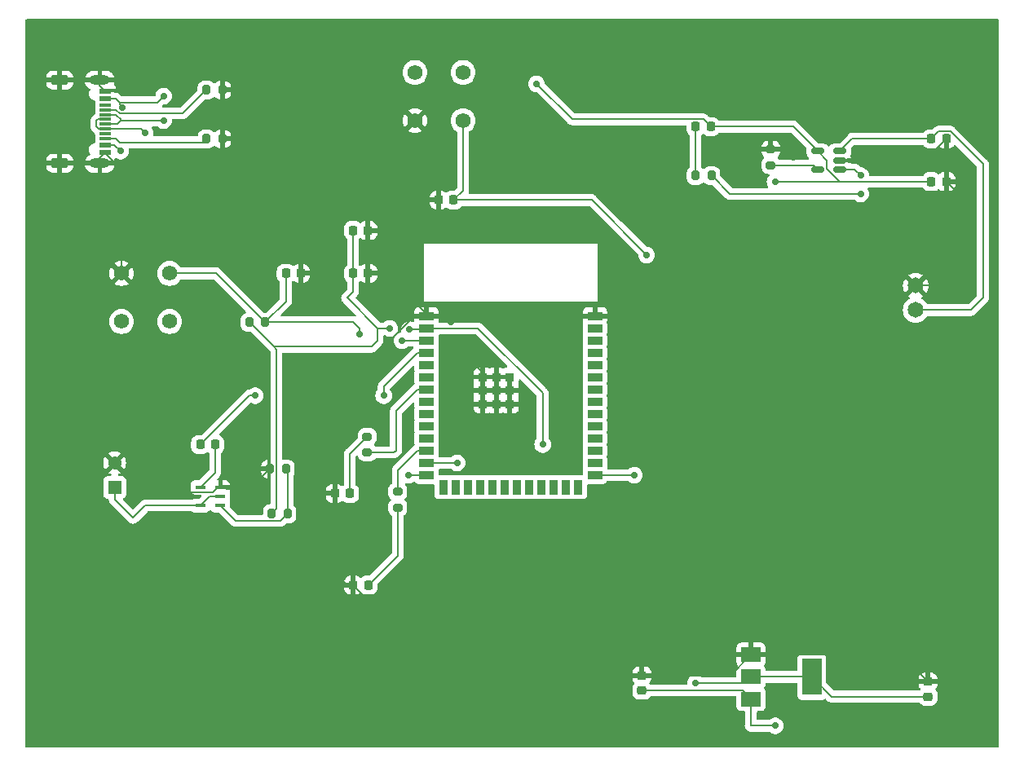
<source format=gtl>
%TF.GenerationSoftware,KiCad,Pcbnew,7.0.9*%
%TF.CreationDate,2024-04-11T22:47:46-07:00*%
%TF.ProjectId,Microphone_Final,4d696372-6f70-4686-9f6e-655f46696e61,rev?*%
%TF.SameCoordinates,Original*%
%TF.FileFunction,Copper,L1,Top*%
%TF.FilePolarity,Positive*%
%FSLAX46Y46*%
G04 Gerber Fmt 4.6, Leading zero omitted, Abs format (unit mm)*
G04 Created by KiCad (PCBNEW 7.0.9) date 2024-04-11 22:47:46*
%MOMM*%
%LPD*%
G01*
G04 APERTURE LIST*
G04 Aperture macros list*
%AMRoundRect*
0 Rectangle with rounded corners*
0 $1 Rounding radius*
0 $2 $3 $4 $5 $6 $7 $8 $9 X,Y pos of 4 corners*
0 Add a 4 corners polygon primitive as box body*
4,1,4,$2,$3,$4,$5,$6,$7,$8,$9,$2,$3,0*
0 Add four circle primitives for the rounded corners*
1,1,$1+$1,$2,$3*
1,1,$1+$1,$4,$5*
1,1,$1+$1,$6,$7*
1,1,$1+$1,$8,$9*
0 Add four rect primitives between the rounded corners*
20,1,$1+$1,$2,$3,$4,$5,0*
20,1,$1+$1,$4,$5,$6,$7,0*
20,1,$1+$1,$6,$7,$8,$9,0*
20,1,$1+$1,$8,$9,$2,$3,0*%
G04 Aperture macros list end*
%TA.AperFunction,ComponentPad*%
%ADD10R,1.378000X1.378000*%
%TD*%
%TA.AperFunction,ComponentPad*%
%ADD11C,1.378000*%
%TD*%
%TA.AperFunction,SMDPad,CuDef*%
%ADD12RoundRect,0.225000X0.225000X0.250000X-0.225000X0.250000X-0.225000X-0.250000X0.225000X-0.250000X0*%
%TD*%
%TA.AperFunction,SMDPad,CuDef*%
%ADD13RoundRect,0.225000X-0.225000X-0.250000X0.225000X-0.250000X0.225000X0.250000X-0.225000X0.250000X0*%
%TD*%
%TA.AperFunction,SMDPad,CuDef*%
%ADD14RoundRect,0.200000X0.200000X0.275000X-0.200000X0.275000X-0.200000X-0.275000X0.200000X-0.275000X0*%
%TD*%
%TA.AperFunction,SMDPad,CuDef*%
%ADD15RoundRect,0.218750X-0.218750X-0.256250X0.218750X-0.256250X0.218750X0.256250X-0.218750X0.256250X0*%
%TD*%
%TA.AperFunction,ComponentPad*%
%ADD16C,1.574800*%
%TD*%
%TA.AperFunction,ComponentPad*%
%ADD17C,1.651000*%
%TD*%
%TA.AperFunction,SMDPad,CuDef*%
%ADD18RoundRect,0.200000X0.275000X-0.200000X0.275000X0.200000X-0.275000X0.200000X-0.275000X-0.200000X0*%
%TD*%
%TA.AperFunction,SMDPad,CuDef*%
%ADD19R,2.000000X1.500000*%
%TD*%
%TA.AperFunction,SMDPad,CuDef*%
%ADD20R,2.000000X3.800000*%
%TD*%
%TA.AperFunction,SMDPad,CuDef*%
%ADD21RoundRect,0.225000X0.250000X-0.225000X0.250000X0.225000X-0.250000X0.225000X-0.250000X-0.225000X0*%
%TD*%
%TA.AperFunction,SMDPad,CuDef*%
%ADD22R,1.150000X0.600000*%
%TD*%
%TA.AperFunction,SMDPad,CuDef*%
%ADD23R,1.150000X0.300000*%
%TD*%
%TA.AperFunction,ComponentPad*%
%ADD24O,2.100000X1.000000*%
%TD*%
%TA.AperFunction,ComponentPad*%
%ADD25RoundRect,0.250000X-0.650000X0.250000X-0.650000X-0.250000X0.650000X-0.250000X0.650000X0.250000X0*%
%TD*%
%TA.AperFunction,SMDPad,CuDef*%
%ADD26RoundRect,0.200000X-0.200000X-0.275000X0.200000X-0.275000X0.200000X0.275000X-0.200000X0.275000X0*%
%TD*%
%TA.AperFunction,SMDPad,CuDef*%
%ADD27RoundRect,0.150000X0.512500X0.150000X-0.512500X0.150000X-0.512500X-0.150000X0.512500X-0.150000X0*%
%TD*%
%TA.AperFunction,SMDPad,CuDef*%
%ADD28R,1.500000X0.900000*%
%TD*%
%TA.AperFunction,SMDPad,CuDef*%
%ADD29R,0.900000X1.500000*%
%TD*%
%TA.AperFunction,SMDPad,CuDef*%
%ADD30R,0.900000X0.900000*%
%TD*%
%TA.AperFunction,SMDPad,CuDef*%
%ADD31R,1.016000X0.457200*%
%TD*%
%TA.AperFunction,ViaPad*%
%ADD32C,0.711200*%
%TD*%
%TA.AperFunction,Conductor*%
%ADD33C,0.203200*%
%TD*%
%TA.AperFunction,Conductor*%
%ADD34C,0.200000*%
%TD*%
G04 APERTURE END LIST*
D10*
%TO.P,MK1,1,-*%
%TO.N,Net-(MK1--)*%
X74295000Y-95250000D03*
D11*
%TO.P,MK1,2,+*%
%TO.N,GND*%
X74295000Y-92710000D03*
%TD*%
D12*
%TO.P,C8,1*%
%TO.N,GND*%
X100610000Y-73025000D03*
%TO.P,C8,2*%
%TO.N,+3.3V*%
X99060000Y-73025000D03*
%TD*%
D13*
%TO.P,C6,1*%
%TO.N,+5V*%
X159105000Y-63500000D03*
%TO.P,C6,2*%
%TO.N,GND*%
X160655000Y-63500000D03*
%TD*%
D14*
%TO.P,R2,1*%
%TO.N,GND*%
X85470000Y-59055000D03*
%TO.P,R2,2*%
%TO.N,Net-(J1-CC2)*%
X83820000Y-59055000D03*
%TD*%
D15*
%TO.P,D2,1,K*%
%TO.N,GND*%
X99060000Y-105410000D03*
%TO.P,D2,2,A*%
%TO.N,Net-(D2-A)*%
X100635000Y-105410000D03*
%TD*%
D16*
%TO.P,SW2,1,1*%
%TO.N,Net-(U4-GPIO0)*%
X110490000Y-57150000D03*
%TO.P,SW2,2,2*%
%TO.N,GND*%
X105490000Y-57150000D03*
%TO.P,SW2,3*%
%TO.N,N/C*%
X105490000Y-52150010D03*
%TO.P,SW2,4*%
X110490000Y-52150010D03*
%TD*%
D12*
%TO.P,C3,1*%
%TO.N,GND*%
X93625000Y-73025000D03*
%TO.P,C3,2*%
%TO.N,Net-(U4-EN)*%
X92075000Y-73025000D03*
%TD*%
D17*
%TO.P,J2,1,Pin_1*%
%TO.N,+BATT*%
X157480000Y-76835000D03*
%TO.P,J2,2,Pin_2*%
%TO.N,GND*%
X157480000Y-74295000D03*
%TD*%
D18*
%TO.P,R9,1*%
%TO.N,Net-(U4-GPIO7{slash}TOUCH7{slash}ADC1_CH6)*%
X100520000Y-91630000D03*
%TO.P,R9,2*%
%TO.N,Net-(D3-A)*%
X100520000Y-89980000D03*
%TD*%
D19*
%TO.P,U1,1,GND*%
%TO.N,GND*%
X140385000Y-112635000D03*
%TO.P,U1,2,VO*%
%TO.N,+3.3V*%
X140385000Y-114935000D03*
D20*
X146685000Y-114935000D03*
D19*
%TO.P,U1,3,VI*%
%TO.N,+5V*%
X140385000Y-117235000D03*
%TD*%
D21*
%TO.P,C2,1*%
%TO.N,+3.3V*%
X158750000Y-116980000D03*
%TO.P,C2,2*%
%TO.N,GND*%
X158750000Y-115430000D03*
%TD*%
D14*
%TO.P,R6,1*%
%TO.N,Net-(U3-+)*%
X92075000Y-93345000D03*
%TO.P,R6,2*%
%TO.N,GND*%
X90425000Y-93345000D03*
%TD*%
D13*
%TO.P,C5,1*%
%TO.N,+BATT*%
X159105000Y-59055000D03*
%TO.P,C5,2*%
%TO.N,GND*%
X160655000Y-59055000D03*
%TD*%
D18*
%TO.P,R4,1*%
%TO.N,Net-(U2-PROG)*%
X142430000Y-61785000D03*
%TO.P,R4,2*%
%TO.N,GND*%
X142430000Y-60135000D03*
%TD*%
D15*
%TO.P,D1,1,K*%
%TO.N,Net-(D1-K)*%
X134620000Y-57785000D03*
%TO.P,D1,2,A*%
%TO.N,+5V*%
X136195000Y-57785000D03*
%TD*%
D16*
%TO.P,SW1,1,1*%
%TO.N,GND*%
X75010000Y-73025000D03*
%TO.P,SW1,2,2*%
%TO.N,Net-(U4-EN)*%
X80010000Y-73025000D03*
%TO.P,SW1,3*%
%TO.N,N/C*%
X80010000Y-78024990D03*
%TO.P,SW1,4*%
X75010000Y-78024990D03*
%TD*%
D12*
%TO.P,C9,1*%
%TO.N,Net-(U4-GPIO0)*%
X109500000Y-65405000D03*
%TO.P,C9,2*%
%TO.N,GND*%
X107950000Y-65405000D03*
%TD*%
D22*
%TO.P,J1,A1_B12*%
%TO.N,GND*%
X73335000Y-54075000D03*
%TO.P,J1,A4_B9*%
%TO.N,+5V*%
X73335000Y-54875000D03*
D23*
%TO.P,J1,A5,CC1*%
%TO.N,Net-(J1-CC1)*%
X73335000Y-56025000D03*
%TO.P,J1,A6,D+*%
%TO.N,/D+*%
X73335000Y-57025000D03*
%TO.P,J1,A7,D-*%
%TO.N,/D-*%
X73335000Y-57525000D03*
%TO.P,J1,A8,SBU1*%
%TO.N,unconnected-(J1-SBU1-PadA8)*%
X73335000Y-58525000D03*
D22*
%TO.P,J1,B1_A12*%
%TO.N,GND*%
X73335000Y-60475000D03*
%TO.P,J1,B4_A9*%
%TO.N,+5V*%
X73335000Y-59675000D03*
D23*
%TO.P,J1,B5,CC2*%
%TO.N,Net-(J1-CC2)*%
X73335000Y-59025000D03*
%TO.P,J1,B6,D+*%
%TO.N,/D+*%
X73335000Y-58025000D03*
%TO.P,J1,B7,D-*%
%TO.N,/D-*%
X73335000Y-56525000D03*
%TO.P,J1,B8,SBU2*%
%TO.N,unconnected-(J1-SBU2-PadB8)*%
X73335000Y-55525000D03*
D24*
%TO.P,J1,SH1*%
%TO.N,GND*%
X72760000Y-52955000D03*
%TO.P,J1,SH2*%
X72760000Y-61595000D03*
D25*
%TO.P,J1,SH3*%
X68580000Y-52955000D03*
%TO.P,J1,SH4*%
X68580000Y-61595000D03*
%TD*%
D12*
%TO.P,C7,1*%
%TO.N,GND*%
X100610000Y-68580000D03*
%TO.P,C7,2*%
%TO.N,+3.3V*%
X99060000Y-68580000D03*
%TD*%
D26*
%TO.P,R1,1*%
%TO.N,Net-(J1-CC1)*%
X83820000Y-53975000D03*
%TO.P,R1,2*%
%TO.N,GND*%
X85470000Y-53975000D03*
%TD*%
D15*
%TO.P,D3,1,K*%
%TO.N,GND*%
X97155000Y-95885000D03*
%TO.P,D3,2,A*%
%TO.N,Net-(D3-A)*%
X98730000Y-95885000D03*
%TD*%
D13*
%TO.P,C4,1*%
%TO.N,Net-(U4-GPIO4{slash}TOUCH4{slash}ADC1_CH3)*%
X83185000Y-90805000D03*
%TO.P,C4,2*%
%TO.N,Net-(U3-V-)*%
X84735000Y-90805000D03*
%TD*%
D27*
%TO.P,U2,1,STAT*%
%TO.N,Net-(U2-STAT)*%
X149595000Y-62225000D03*
%TO.P,U2,2,V_{SS}*%
%TO.N,GND*%
X149595000Y-61275000D03*
%TO.P,U2,3,V_{BAT}*%
%TO.N,+BATT*%
X149595000Y-60325000D03*
%TO.P,U2,4,V_{DD}*%
%TO.N,+5V*%
X147320000Y-60325000D03*
%TO.P,U2,5,PROG*%
%TO.N,Net-(U2-PROG)*%
X147320000Y-62225000D03*
%TD*%
D28*
%TO.P,U4,1,GND*%
%TO.N,GND*%
X106680000Y-77470000D03*
%TO.P,U4,2,3V3*%
%TO.N,+3.3V*%
X106680000Y-78740000D03*
%TO.P,U4,3,EN*%
%TO.N,Net-(U4-EN)*%
X106680000Y-80010000D03*
%TO.P,U4,4,GPIO4/TOUCH4/ADC1_CH3*%
%TO.N,Net-(U4-GPIO4{slash}TOUCH4{slash}ADC1_CH3)*%
X106680000Y-81280000D03*
%TO.P,U4,5,GPIO5/TOUCH5/ADC1_CH4*%
%TO.N,unconnected-(U4-GPIO5{slash}TOUCH5{slash}ADC1_CH4-Pad5)*%
X106680000Y-82550000D03*
%TO.P,U4,6,GPIO6/TOUCH6/ADC1_CH5*%
%TO.N,unconnected-(U4-GPIO6{slash}TOUCH6{slash}ADC1_CH5-Pad6)*%
X106680000Y-83820000D03*
%TO.P,U4,7,GPIO7/TOUCH7/ADC1_CH6*%
%TO.N,Net-(U4-GPIO7{slash}TOUCH7{slash}ADC1_CH6)*%
X106680000Y-85090000D03*
%TO.P,U4,8,GPIO15/U0RTS/ADC2_CH4/XTAL_32K_P*%
%TO.N,unconnected-(U4-GPIO15{slash}U0RTS{slash}ADC2_CH4{slash}XTAL_32K_P-Pad8)*%
X106680000Y-86360000D03*
%TO.P,U4,9,GPIO16/U0CTS/ADC2_CH5/XTAL_32K_N*%
%TO.N,unconnected-(U4-GPIO16{slash}U0CTS{slash}ADC2_CH5{slash}XTAL_32K_N-Pad9)*%
X106680000Y-87630000D03*
%TO.P,U4,10,GPIO17/U1TXD/ADC2_CH6/DAC_1*%
%TO.N,unconnected-(U4-GPIO17{slash}U1TXD{slash}ADC2_CH6{slash}DAC_1-Pad10)*%
X106680000Y-88900000D03*
%TO.P,U4,11,GPIO18/U1RXD/ADC2_CH7/DAC_2/CLK_OUT3*%
%TO.N,unconnected-(U4-GPIO18{slash}U1RXD{slash}ADC2_CH7{slash}DAC_2{slash}CLK_OUT3-Pad11)*%
X106680000Y-90170000D03*
%TO.P,U4,12,GPIO8/TOUCH8/ADC1_CH7*%
%TO.N,Net-(U4-GPIO8{slash}TOUCH8{slash}ADC1_CH7)*%
X106680000Y-91440000D03*
%TO.P,U4,13,GPIO19/U1RTS/ADC2_CH8/CLK_OUT2/USB_D-*%
%TO.N,/D-*%
X106680000Y-92710000D03*
%TO.P,U4,14,GPIO20/U1CTS/ADC2_CH9/CLK_OUT1/USB_D+*%
%TO.N,/D+*%
X106680000Y-93980000D03*
D29*
%TO.P,U4,15,GPIO3/TOUCH3/ADC1_CH2*%
%TO.N,unconnected-(U4-GPIO3{slash}TOUCH3{slash}ADC1_CH2-Pad15)*%
X108445000Y-95230000D03*
%TO.P,U4,16,GPIO46*%
%TO.N,unconnected-(U4-GPIO46-Pad16)*%
X109715000Y-95230000D03*
%TO.P,U4,17,GPIO9/TOUCH9/ADC1_CH8/FSPIHD*%
%TO.N,unconnected-(U4-GPIO9{slash}TOUCH9{slash}ADC1_CH8{slash}FSPIHD-Pad17)*%
X110985000Y-95230000D03*
%TO.P,U4,18,GPIO10/TOUCH10/ADC1_CH9/FSPICS0/FSPIIO4*%
%TO.N,unconnected-(U4-GPIO10{slash}TOUCH10{slash}ADC1_CH9{slash}FSPICS0{slash}FSPIIO4-Pad18)*%
X112255000Y-95230000D03*
%TO.P,U4,19,GPIO11/TOUCH11/ADC2_CH0/FSPID/FSPIIO5*%
%TO.N,unconnected-(U4-GPIO11{slash}TOUCH11{slash}ADC2_CH0{slash}FSPID{slash}FSPIIO5-Pad19)*%
X113525000Y-95230000D03*
%TO.P,U4,20,GPIO12/TOUCH12/ADC2_CH1/FSPICLK/FSPIIO6*%
%TO.N,unconnected-(U4-GPIO12{slash}TOUCH12{slash}ADC2_CH1{slash}FSPICLK{slash}FSPIIO6-Pad20)*%
X114795000Y-95230000D03*
%TO.P,U4,21,GPIO13/TOUCH13/ADC2_CH2/FSPIQ/FSPIIO7*%
%TO.N,unconnected-(U4-GPIO13{slash}TOUCH13{slash}ADC2_CH2{slash}FSPIQ{slash}FSPIIO7-Pad21)*%
X116065000Y-95230000D03*
%TO.P,U4,22,GPIO14/TOUCH14/ADC2_CH3/FSPIWP/FSPIDQS*%
%TO.N,unconnected-(U4-GPIO14{slash}TOUCH14{slash}ADC2_CH3{slash}FSPIWP{slash}FSPIDQS-Pad22)*%
X117335000Y-95230000D03*
%TO.P,U4,23,GPIO21*%
%TO.N,unconnected-(U4-GPIO21-Pad23)*%
X118605000Y-95230000D03*
%TO.P,U4,24,SPIIO4/GPIO33/FSPIHD*%
%TO.N,unconnected-(U4-SPIIO4{slash}GPIO33{slash}FSPIHD-Pad24)*%
X119875000Y-95230000D03*
%TO.P,U4,25,SPIIO5/GPIO34/FSPICS0*%
%TO.N,unconnected-(U4-SPIIO5{slash}GPIO34{slash}FSPICS0-Pad25)*%
X121145000Y-95230000D03*
%TO.P,U4,26,GPIO45*%
%TO.N,unconnected-(U4-GPIO45-Pad26)*%
X122415000Y-95230000D03*
D28*
%TO.P,U4,27,GPIO0*%
%TO.N,Net-(U4-GPIO0)*%
X124180000Y-93980000D03*
%TO.P,U4,28,SPIIO6/GPIO35/FSPID*%
%TO.N,unconnected-(U4-SPIIO6{slash}GPIO35{slash}FSPID-Pad28)*%
X124180000Y-92710000D03*
%TO.P,U4,29,SPIIO7/GPIO36/FSPICLK*%
%TO.N,unconnected-(U4-SPIIO7{slash}GPIO36{slash}FSPICLK-Pad29)*%
X124180000Y-91440000D03*
%TO.P,U4,30,SPIDQS/GPIO37/FSPIQ*%
%TO.N,unconnected-(U4-SPIDQS{slash}GPIO37{slash}FSPIQ-Pad30)*%
X124180000Y-90170000D03*
%TO.P,U4,31,GPIO38/FSPIWP*%
%TO.N,unconnected-(U4-GPIO38{slash}FSPIWP-Pad31)*%
X124180000Y-88900000D03*
%TO.P,U4,32,MTCK/GPIO39/CLK_OUT3*%
%TO.N,unconnected-(U4-MTCK{slash}GPIO39{slash}CLK_OUT3-Pad32)*%
X124180000Y-87630000D03*
%TO.P,U4,33,MTDO/GPIO40/CLK_OUT2*%
%TO.N,unconnected-(U4-MTDO{slash}GPIO40{slash}CLK_OUT2-Pad33)*%
X124180000Y-86360000D03*
%TO.P,U4,34,MTDI/GPIO41/CLK_OUT1*%
%TO.N,unconnected-(U4-MTDI{slash}GPIO41{slash}CLK_OUT1-Pad34)*%
X124180000Y-85090000D03*
%TO.P,U4,35,MTMS/GPIO42*%
%TO.N,unconnected-(U4-MTMS{slash}GPIO42-Pad35)*%
X124180000Y-83820000D03*
%TO.P,U4,36,U0RXD/GPIO44/CLK_OUT2*%
%TO.N,unconnected-(U4-U0RXD{slash}GPIO44{slash}CLK_OUT2-Pad36)*%
X124180000Y-82550000D03*
%TO.P,U4,37,U0TXD/GPIO43/CLK_OUT1*%
%TO.N,unconnected-(U4-U0TXD{slash}GPIO43{slash}CLK_OUT1-Pad37)*%
X124180000Y-81280000D03*
%TO.P,U4,38,GPIO2/TOUCH2/ADC1_CH1*%
%TO.N,unconnected-(U4-GPIO2{slash}TOUCH2{slash}ADC1_CH1-Pad38)*%
X124180000Y-80010000D03*
%TO.P,U4,39,GPIO1/TOUCH1/ADC1_CH0*%
%TO.N,unconnected-(U4-GPIO1{slash}TOUCH1{slash}ADC1_CH0-Pad39)*%
X124180000Y-78740000D03*
%TO.P,U4,40,GND*%
%TO.N,GND*%
X124180000Y-77470000D03*
D30*
%TO.P,U4,41_1*%
X112530000Y-83790000D03*
%TO.P,U4,41_2*%
X113930000Y-83790000D03*
%TO.P,U4,41_3*%
X115330000Y-83790000D03*
%TO.P,U4,41_4*%
X112530000Y-85190000D03*
%TO.P,U4,41_5*%
X113930000Y-85190000D03*
%TO.P,U4,41_6*%
X115330000Y-85190000D03*
%TO.P,U4,41_7*%
X112530000Y-86590000D03*
%TO.P,U4,41_8*%
X113930000Y-86590000D03*
%TO.P,U4,41_9*%
X115330000Y-86590000D03*
%TD*%
D31*
%TO.P,U3,1,+*%
%TO.N,Net-(U3-+)*%
X85267800Y-97150002D03*
%TO.P,U3,2,-*%
%TO.N,Net-(MK1--)*%
X85267800Y-96200001D03*
%TO.P,U3,3,V+*%
%TO.N,GND*%
X85267800Y-95250000D03*
%TO.P,U3,4,V-*%
%TO.N,Net-(U3-V-)*%
X83185000Y-95250000D03*
%TO.P,U3,5*%
%TO.N,Net-(MK1--)*%
X83185000Y-97150002D03*
%TD*%
D26*
%TO.P,R3,1*%
%TO.N,Net-(D1-K)*%
X134620000Y-62865000D03*
%TO.P,R3,2*%
%TO.N,Net-(U2-STAT)*%
X136270000Y-62865000D03*
%TD*%
D21*
%TO.P,C1,1*%
%TO.N,+5V*%
X129045000Y-116345000D03*
%TO.P,C1,2*%
%TO.N,GND*%
X129045000Y-114795000D03*
%TD*%
D26*
%TO.P,R5,1*%
%TO.N,+3.3V*%
X90615000Y-97980000D03*
%TO.P,R5,2*%
%TO.N,Net-(U3-+)*%
X92265000Y-97980000D03*
%TD*%
%TO.P,R7,1*%
%TO.N,+3.3V*%
X88265000Y-78105000D03*
%TO.P,R7,2*%
%TO.N,Net-(U4-EN)*%
X89915000Y-78105000D03*
%TD*%
D18*
%TO.P,R8,1*%
%TO.N,Net-(D2-A)*%
X103695000Y-97345000D03*
%TO.P,R8,2*%
%TO.N,Net-(U4-GPIO8{slash}TOUCH8{slash}ADC1_CH7)*%
X103695000Y-95695000D03*
%TD*%
D32*
%TO.N,+5V*%
X79375000Y-54610000D03*
X118110000Y-53340000D03*
X74930000Y-60325000D03*
X75083057Y-55775500D03*
X142875000Y-120015000D03*
X142875000Y-63500000D03*
%TO.N,GND*%
X137795000Y-67310000D03*
X144780000Y-60960000D03*
X151765000Y-61275000D03*
X94615000Y-90805000D03*
X109220000Y-78105000D03*
X139065000Y-60960000D03*
X89535000Y-90805000D03*
X109220000Y-80010000D03*
%TO.N,+3.3V*%
X118745000Y-90805000D03*
X134620000Y-115570000D03*
X104906160Y-78871160D03*
X102870000Y-78740000D03*
%TO.N,Net-(U4-EN)*%
X99695000Y-79375000D03*
X104140000Y-80010000D03*
%TO.N,Net-(U4-GPIO4{slash}TOUCH4{slash}ADC1_CH3)*%
X88900000Y-85725000D03*
X102235000Y-85725000D03*
%TO.N,Net-(U4-GPIO0)*%
X129540000Y-71120000D03*
X128270000Y-93980000D03*
%TO.N,/D+*%
X77470000Y-58420000D03*
X104775000Y-93980000D03*
%TO.N,/D-*%
X79375000Y-57150000D03*
X109855000Y-92710000D03*
%TO.N,Net-(U2-STAT)*%
X151765000Y-62865000D03*
X151765000Y-64770000D03*
%TD*%
D33*
%TO.N,+5V*%
X140385000Y-119965000D02*
X140335000Y-120015000D01*
X140335000Y-120015000D02*
X142875000Y-120015000D01*
X136195000Y-57785000D02*
X135440600Y-57030600D01*
X74930000Y-60325000D02*
X74280000Y-59675000D01*
X79375000Y-54610000D02*
X78725000Y-55260000D01*
X74800000Y-55260000D02*
X78725000Y-55260000D01*
X73335000Y-54875000D02*
X74415000Y-54875000D01*
X129045000Y-116345000D02*
X139495000Y-116345000D01*
X74800000Y-55260000D02*
X74800000Y-55492443D01*
X142875000Y-63500000D02*
X149596080Y-63500000D01*
X148261900Y-61266900D02*
X147320000Y-60325000D01*
X149596080Y-63500000D02*
X148261900Y-62165820D01*
X159105000Y-63500000D02*
X149596080Y-63500000D01*
X140385000Y-117235000D02*
X140385000Y-119965000D01*
X139495000Y-116345000D02*
X140385000Y-117235000D01*
X135440600Y-57030600D02*
X121800600Y-57030600D01*
X74280000Y-59675000D02*
X73335000Y-59675000D01*
X121800600Y-57030600D02*
X118110000Y-53340000D01*
X136195000Y-57785000D02*
X144780000Y-57785000D01*
X74415000Y-54875000D02*
X74800000Y-55260000D01*
X74800000Y-55492443D02*
X75083057Y-55775500D01*
X144780000Y-57785000D02*
X147320000Y-60325000D01*
X148261900Y-62165820D02*
X148261900Y-61266900D01*
%TO.N,GND*%
X115330000Y-86590000D02*
X115330000Y-85190000D01*
X90425000Y-93345000D02*
X90425000Y-91695000D01*
X127635000Y-77470000D02*
X137795000Y-67310000D01*
X102515000Y-73025000D02*
X106960000Y-77470000D01*
X99060000Y-105410000D02*
X108445000Y-114795000D01*
X72760000Y-61595000D02*
X72760000Y-61050000D01*
X109220000Y-80010000D02*
X112530000Y-83320000D01*
X85470000Y-52325000D02*
X85470000Y-53975000D01*
X73335000Y-60517762D02*
X75010000Y-62192762D01*
X108445000Y-114795000D02*
X129045000Y-114795000D01*
X160655000Y-59055000D02*
X158435000Y-61275000D01*
X74295000Y-92710000D02*
X73606000Y-92021000D01*
X90425000Y-91695000D02*
X89535000Y-90805000D01*
X73606000Y-92021000D02*
X73606000Y-74429000D01*
X85470000Y-52325000D02*
X83945000Y-50800000D01*
X151765000Y-61275000D02*
X149595000Y-61275000D01*
X105410000Y-77470000D02*
X106960000Y-77470000D01*
X157480000Y-74295000D02*
X163195000Y-74295000D01*
X106960000Y-77470000D02*
X124460000Y-77470000D01*
X75465000Y-54075000D02*
X73335000Y-54075000D01*
X113930000Y-83790000D02*
X115330000Y-83790000D01*
X138225000Y-114795000D02*
X140385000Y-112635000D01*
X124460000Y-77470000D02*
X127635000Y-77470000D01*
X108585000Y-77470000D02*
X106680000Y-77470000D01*
X163195000Y-66040000D02*
X160655000Y-63500000D01*
X74295000Y-92710000D02*
X77343000Y-95758000D01*
X160655000Y-59055000D02*
X160655000Y-63500000D01*
X98425000Y-105410000D02*
X97155000Y-104140000D01*
X139065000Y-60960000D02*
X139890000Y-60135000D01*
X68580000Y-52955000D02*
X72760000Y-52955000D01*
X107950000Y-65405000D02*
X102235000Y-65405000D01*
X72760000Y-61050000D02*
X73335000Y-60475000D01*
X109220000Y-78105000D02*
X108585000Y-77470000D01*
X73606000Y-74429000D02*
X75010000Y-73025000D01*
X155955000Y-112635000D02*
X140385000Y-112635000D01*
X72760000Y-53500000D02*
X73335000Y-54075000D01*
X85470000Y-59055000D02*
X103585000Y-59055000D01*
X163195000Y-74295000D02*
X163195000Y-66040000D01*
X158435000Y-61275000D02*
X151765000Y-61275000D01*
X97155000Y-104140000D02*
X97155000Y-95885000D01*
X73335000Y-60475000D02*
X73335000Y-60517762D01*
X100610000Y-68580000D02*
X100610000Y-73025000D01*
X112530000Y-85190000D02*
X112530000Y-83790000D01*
X115330000Y-85190000D02*
X113930000Y-85190000D01*
X158750000Y-115430000D02*
X155955000Y-112635000D01*
X99060000Y-105410000D02*
X98425000Y-105410000D01*
X75010000Y-62192762D02*
X75010000Y-73025000D01*
X97155000Y-68580000D02*
X97155000Y-66675000D01*
X85470000Y-53975000D02*
X85470000Y-59055000D01*
X85267800Y-95250000D02*
X88520000Y-95250000D01*
X94615000Y-88265000D02*
X105410000Y-77470000D01*
X100610000Y-73025000D02*
X102515000Y-73025000D01*
X94615000Y-90805000D02*
X97155000Y-93345000D01*
X112530000Y-83320000D02*
X112530000Y-83790000D01*
X97155000Y-66675000D02*
X100965000Y-66675000D01*
X142430000Y-60135000D02*
X143955000Y-60135000D01*
X103585000Y-59055000D02*
X105490000Y-57150000D01*
X84480400Y-95758000D02*
X84988400Y-95250000D01*
X68580000Y-61595000D02*
X72760000Y-61595000D01*
X93625000Y-72110000D02*
X97155000Y-68580000D01*
X100610000Y-67030000D02*
X100610000Y-68580000D01*
X102235000Y-65405000D02*
X100965000Y-66675000D01*
X129045000Y-114795000D02*
X138225000Y-114795000D01*
X143955000Y-60135000D02*
X144780000Y-60960000D01*
X77343000Y-95758000D02*
X84480400Y-95758000D01*
X100965000Y-66675000D02*
X100610000Y-67030000D01*
X113930000Y-85190000D02*
X112530000Y-85190000D01*
X113930000Y-86590000D02*
X115330000Y-86590000D01*
X112530000Y-86590000D02*
X113930000Y-86590000D01*
X93625000Y-73025000D02*
X93625000Y-72110000D01*
X72760000Y-52955000D02*
X72760000Y-53500000D01*
X84988400Y-95250000D02*
X85267800Y-95250000D01*
X97155000Y-93345000D02*
X97155000Y-95885000D01*
X94615000Y-90805000D02*
X94615000Y-88265000D01*
X112530000Y-83790000D02*
X113930000Y-83790000D01*
X88520000Y-95250000D02*
X90425000Y-93345000D01*
X78740000Y-50800000D02*
X75465000Y-54075000D01*
X139890000Y-60135000D02*
X142430000Y-60135000D01*
X83945000Y-50800000D02*
X78740000Y-50800000D01*
%TO.N,+3.3V*%
X90615000Y-97980000D02*
X91104400Y-97490600D01*
X104906160Y-78871160D02*
X106548840Y-78871160D01*
X118745000Y-89535000D02*
X118745000Y-90805000D01*
X106548840Y-78871160D02*
X106680000Y-78740000D01*
X101600000Y-80010000D02*
X101600000Y-78740000D01*
X140385000Y-114935000D02*
X146685000Y-114935000D01*
X106960000Y-78740000D02*
X112018800Y-78740000D01*
X98425000Y-75565000D02*
X99060000Y-74930000D01*
X101600000Y-78740000D02*
X102870000Y-78740000D01*
X100965000Y-80645000D02*
X101600000Y-80010000D01*
X139750000Y-115570000D02*
X140385000Y-114935000D01*
X112018800Y-78740000D02*
X118745000Y-85466200D01*
X158750000Y-116980000D02*
X148730000Y-116980000D01*
X148730000Y-116980000D02*
X146685000Y-114935000D01*
X106097835Y-78740000D02*
X106960000Y-78740000D01*
X91104400Y-80944400D02*
X90805000Y-80645000D01*
X118745000Y-85466200D02*
X118745000Y-89535000D01*
X101600000Y-78740000D02*
X98425000Y-75565000D01*
X90805000Y-80645000D02*
X88265000Y-78105000D01*
X90805000Y-80645000D02*
X100965000Y-80645000D01*
X99060000Y-68580000D02*
X99060000Y-73025000D01*
X99060000Y-73025000D02*
X99060000Y-74930000D01*
X91104400Y-97490600D02*
X91104400Y-80944400D01*
X134620000Y-115570000D02*
X139750000Y-115570000D01*
%TO.N,Net-(U4-EN)*%
X92075000Y-75945000D02*
X89915000Y-78105000D01*
X99695000Y-78740000D02*
X99695000Y-79375000D01*
X80010000Y-73025000D02*
X84835000Y-73025000D01*
X89915000Y-78105000D02*
X99060000Y-78105000D01*
X84835000Y-73025000D02*
X89915000Y-78105000D01*
X99060000Y-78105000D02*
X99695000Y-78740000D01*
X104140000Y-80010000D02*
X106680000Y-80010000D01*
X92075000Y-73025000D02*
X92075000Y-75945000D01*
%TO.N,Net-(U4-GPIO4{slash}TOUCH4{slash}ADC1_CH3)*%
X83185000Y-90805000D02*
X88265000Y-85725000D01*
X106680000Y-81280000D02*
X105726800Y-81280000D01*
X105726800Y-81280000D02*
X102235000Y-84771800D01*
X102235000Y-84771800D02*
X102235000Y-85725000D01*
X106471200Y-81280000D02*
X106960000Y-81280000D01*
X88265000Y-85725000D02*
X88900000Y-85725000D01*
%TO.N,Net-(U3-V-)*%
X84735000Y-90805000D02*
X84735000Y-93700000D01*
X84735000Y-93700000D02*
X83185000Y-95250000D01*
%TO.N,+BATT*%
X150865000Y-59055000D02*
X149595000Y-60325000D01*
X159105000Y-59055000D02*
X159859400Y-58300600D01*
X159859400Y-58300600D02*
X161095164Y-58300600D01*
X164465000Y-61670436D02*
X164465000Y-75565000D01*
X164465000Y-75565000D02*
X163195000Y-76835000D01*
X159105000Y-59055000D02*
X150865000Y-59055000D01*
X157480000Y-76835000D02*
X163195000Y-76835000D01*
X161095164Y-58300600D02*
X164465000Y-61670436D01*
%TO.N,Net-(U4-GPIO0)*%
X110490000Y-57150000D02*
X110490000Y-64415000D01*
X123825000Y-65405000D02*
X129540000Y-71120000D01*
X109500000Y-65405000D02*
X123825000Y-65405000D01*
X110490000Y-64415000D02*
X109500000Y-65405000D01*
X128270000Y-93980000D02*
X124460000Y-93980000D01*
%TO.N,Net-(D1-K)*%
X134620000Y-57785000D02*
X134620000Y-62865000D01*
%TO.N,Net-(D2-A)*%
X103695000Y-102350000D02*
X100635000Y-105410000D01*
X103695000Y-97345000D02*
X103695000Y-102350000D01*
%TO.N,Net-(D3-A)*%
X100520000Y-89980000D02*
X98730000Y-91770000D01*
X98730000Y-91770000D02*
X98730000Y-95885000D01*
%TO.N,Net-(J1-CC1)*%
X81385000Y-56410000D02*
X74800000Y-56410000D01*
X73335000Y-56025000D02*
X74415000Y-56025000D01*
X83820000Y-53975000D02*
X81385000Y-56410000D01*
X74415000Y-56025000D02*
X74800000Y-56410000D01*
D34*
%TO.N,/D+*%
X73335000Y-57025000D02*
X72554400Y-57025000D01*
X72390000Y-57785000D02*
X72630000Y-58025000D01*
X72554400Y-57025000D02*
X72390000Y-57189400D01*
X77075000Y-58025000D02*
X77470000Y-58420000D01*
X72630000Y-58025000D02*
X73335000Y-58025000D01*
X72390000Y-57189400D02*
X72390000Y-57785000D01*
X104775000Y-93980000D02*
X106680000Y-93980000D01*
X73335000Y-58025000D02*
X77075000Y-58025000D01*
%TO.N,/D-*%
X74966724Y-57113276D02*
X75003448Y-57150000D01*
X74555000Y-57525000D02*
X74966724Y-57113276D01*
X76835000Y-57150000D02*
X79375000Y-57150000D01*
X73335000Y-56525000D02*
X74378448Y-56525000D01*
X109855000Y-92710000D02*
X106680000Y-92710000D01*
X74378448Y-56525000D02*
X74966724Y-57113276D01*
X75003448Y-57150000D02*
X76835000Y-57150000D01*
X73335000Y-57525000D02*
X74555000Y-57525000D01*
D33*
%TO.N,Net-(J1-CC2)*%
X74415000Y-59025000D02*
X73335000Y-59025000D01*
X83465000Y-59410000D02*
X74800000Y-59410000D01*
X74800000Y-59410000D02*
X74415000Y-59025000D01*
X83820000Y-59055000D02*
X83465000Y-59410000D01*
%TO.N,Net-(MK1--)*%
X85267800Y-96200001D02*
X84135001Y-96200001D01*
X77474998Y-97150002D02*
X83185000Y-97150002D01*
X76200000Y-98425000D02*
X77474998Y-97150002D01*
X74295000Y-95250000D02*
X74295000Y-96520000D01*
X74295000Y-96520000D02*
X76200000Y-98425000D01*
X84135001Y-96200001D02*
X83185000Y-97150002D01*
%TO.N,Net-(U2-STAT)*%
X151765000Y-62865000D02*
X151125000Y-62225000D01*
X136270000Y-62865000D02*
X138175000Y-64770000D01*
X151125000Y-62225000D02*
X149595000Y-62225000D01*
X138175000Y-64770000D02*
X151765000Y-64770000D01*
%TO.N,Net-(U2-PROG)*%
X142430000Y-61785000D02*
X146880000Y-61785000D01*
X146880000Y-61785000D02*
X147320000Y-62225000D01*
%TO.N,Net-(U3-+)*%
X85267800Y-97150002D02*
X86852198Y-98734400D01*
X92265000Y-97980000D02*
X92265000Y-93535000D01*
X92265000Y-93535000D02*
X92075000Y-93345000D01*
X91510600Y-98734400D02*
X92265000Y-97980000D01*
X86852198Y-98734400D02*
X91510600Y-98734400D01*
%TO.N,Net-(U4-GPIO8{slash}TOUCH8{slash}ADC1_CH7)*%
X103695000Y-95695000D02*
X103695000Y-93471800D01*
X106960000Y-91440000D02*
X106585600Y-91440000D01*
X103695000Y-93471800D02*
X105726800Y-91440000D01*
X105726800Y-91440000D02*
X106680000Y-91440000D01*
%TO.N,Net-(U4-GPIO7{slash}TOUCH7{slash}ADC1_CH6)*%
X103505000Y-91440000D02*
X103505000Y-87311800D01*
X106960000Y-85090000D02*
X106471200Y-85090000D01*
X103315000Y-91630000D02*
X103505000Y-91440000D01*
X105726800Y-85090000D02*
X106680000Y-85090000D01*
X100520000Y-91630000D02*
X103315000Y-91630000D01*
X103505000Y-87311800D02*
X105726800Y-85090000D01*
%TD*%
%TA.AperFunction,Conductor*%
%TO.N,GND*%
G36*
X144546279Y-58406785D02*
G01*
X144566921Y-58423419D01*
X146123568Y-59980066D01*
X146157053Y-60041389D01*
X146159505Y-60077475D01*
X146157000Y-60109304D01*
X146157000Y-60540696D01*
X146159901Y-60577567D01*
X146159902Y-60577573D01*
X146205754Y-60735393D01*
X146205755Y-60735396D01*
X146205756Y-60735398D01*
X146231727Y-60779313D01*
X146289417Y-60876862D01*
X146289423Y-60876870D01*
X146383772Y-60971219D01*
X146417257Y-61032542D01*
X146412273Y-61102234D01*
X146370401Y-61158167D01*
X146304937Y-61182584D01*
X146296091Y-61182900D01*
X143344920Y-61182900D01*
X143277881Y-61163215D01*
X143257239Y-61146581D01*
X143157984Y-61047326D01*
X143124499Y-60986003D01*
X143129483Y-60916311D01*
X143157985Y-60871963D01*
X143260071Y-60769878D01*
X143260072Y-60769877D01*
X143348019Y-60624395D01*
X143398590Y-60462106D01*
X143405000Y-60391572D01*
X143405000Y-60385000D01*
X141455001Y-60385000D01*
X141455001Y-60391582D01*
X141461408Y-60462102D01*
X141461409Y-60462107D01*
X141511981Y-60624396D01*
X141599927Y-60769877D01*
X141702015Y-60871965D01*
X141735500Y-60933288D01*
X141730516Y-61002980D01*
X141702015Y-61047327D01*
X141599531Y-61149810D01*
X141599530Y-61149811D01*
X141511522Y-61295393D01*
X141460913Y-61457807D01*
X141454500Y-61528386D01*
X141454500Y-62041613D01*
X141460913Y-62112192D01*
X141460913Y-62112194D01*
X141460914Y-62112196D01*
X141511522Y-62274606D01*
X141591427Y-62406785D01*
X141599530Y-62420188D01*
X141719811Y-62540469D01*
X141719813Y-62540470D01*
X141719815Y-62540472D01*
X141865394Y-62628478D01*
X142027804Y-62679086D01*
X142098384Y-62685500D01*
X142177874Y-62685500D01*
X142244913Y-62705185D01*
X142290668Y-62757989D01*
X142300612Y-62827147D01*
X142271587Y-62890703D01*
X142270024Y-62892472D01*
X142178584Y-62994026D01*
X142088604Y-63149876D01*
X142032996Y-63321022D01*
X142032995Y-63321024D01*
X142014184Y-63500000D01*
X142032995Y-63678975D01*
X142032996Y-63678977D01*
X142088604Y-63850123D01*
X142164685Y-63981900D01*
X142181158Y-64049801D01*
X142158305Y-64115827D01*
X142103384Y-64159018D01*
X142057298Y-64167900D01*
X138475760Y-64167900D01*
X138408721Y-64148215D01*
X138388079Y-64131581D01*
X137206819Y-62950321D01*
X137173334Y-62888998D01*
X137170500Y-62862640D01*
X137170500Y-62533386D01*
X137169693Y-62524501D01*
X137164086Y-62462804D01*
X137113478Y-62300394D01*
X137025472Y-62154815D01*
X137025470Y-62154813D01*
X137025469Y-62154811D01*
X136905188Y-62034530D01*
X136830228Y-61989215D01*
X136759606Y-61946522D01*
X136597196Y-61895914D01*
X136597194Y-61895913D01*
X136597192Y-61895913D01*
X136547778Y-61891423D01*
X136526616Y-61889500D01*
X136013384Y-61889500D01*
X135994145Y-61891248D01*
X135942807Y-61895913D01*
X135780393Y-61946522D01*
X135634811Y-62034530D01*
X135634810Y-62034531D01*
X135532681Y-62136661D01*
X135471358Y-62170146D01*
X135401666Y-62165162D01*
X135357319Y-62136661D01*
X135258419Y-62037761D01*
X135224934Y-61976438D01*
X135222100Y-61950080D01*
X135222100Y-59885000D01*
X141455000Y-59885000D01*
X142180000Y-59885000D01*
X142180000Y-59235000D01*
X142680000Y-59235000D01*
X142680000Y-59885000D01*
X143404999Y-59885000D01*
X143404999Y-59878417D01*
X143398591Y-59807897D01*
X143398590Y-59807892D01*
X143348018Y-59645603D01*
X143260072Y-59500122D01*
X143139877Y-59379927D01*
X142994395Y-59291980D01*
X142994396Y-59291980D01*
X142832105Y-59241409D01*
X142832106Y-59241409D01*
X142761572Y-59235000D01*
X142680000Y-59235000D01*
X142180000Y-59235000D01*
X142179999Y-59234999D01*
X142098417Y-59235000D01*
X142027897Y-59241408D01*
X142027892Y-59241409D01*
X141865603Y-59291981D01*
X141720122Y-59379927D01*
X141599927Y-59500122D01*
X141511980Y-59645604D01*
X141461409Y-59807893D01*
X141455000Y-59878427D01*
X141455000Y-59885000D01*
X135222100Y-59885000D01*
X135222100Y-58719068D01*
X135241785Y-58652029D01*
X135281004Y-58613529D01*
X135281853Y-58613005D01*
X135287891Y-58609281D01*
X135319819Y-58577353D01*
X135381142Y-58543868D01*
X135450834Y-58548852D01*
X135495181Y-58577353D01*
X135527108Y-58609280D01*
X135527112Y-58609283D01*
X135670204Y-58697544D01*
X135670207Y-58697545D01*
X135670213Y-58697549D01*
X135829815Y-58750436D01*
X135928326Y-58760500D01*
X135928331Y-58760500D01*
X136461669Y-58760500D01*
X136461674Y-58760500D01*
X136560185Y-58750436D01*
X136719787Y-58697549D01*
X136862891Y-58609281D01*
X136981781Y-58490391D01*
X137009159Y-58446003D01*
X137061107Y-58399279D01*
X137114698Y-58387100D01*
X144479240Y-58387100D01*
X144546279Y-58406785D01*
G37*
%TD.AperFunction*%
%TA.AperFunction,Conductor*%
G36*
X166058539Y-46629185D02*
G01*
X166104294Y-46681989D01*
X166115500Y-46733500D01*
X166115500Y-122176500D01*
X166095815Y-122243539D01*
X166043011Y-122289294D01*
X165991500Y-122300500D01*
X65148500Y-122300500D01*
X65081461Y-122280815D01*
X65035706Y-122228011D01*
X65024500Y-122176500D01*
X65024500Y-116618337D01*
X128069500Y-116618337D01*
X128069501Y-116618355D01*
X128079650Y-116717707D01*
X128079651Y-116717710D01*
X128132996Y-116878694D01*
X128133001Y-116878705D01*
X128222029Y-117023040D01*
X128222032Y-117023044D01*
X128341955Y-117142967D01*
X128341959Y-117142970D01*
X128486294Y-117231998D01*
X128486297Y-117231999D01*
X128486303Y-117232003D01*
X128647292Y-117285349D01*
X128746655Y-117295500D01*
X129343344Y-117295499D01*
X129343352Y-117295498D01*
X129343355Y-117295498D01*
X129397760Y-117289940D01*
X129442708Y-117285349D01*
X129603697Y-117232003D01*
X129748044Y-117142968D01*
X129867968Y-117023044D01*
X129878478Y-117006003D01*
X129930425Y-116959279D01*
X129984017Y-116947100D01*
X138760500Y-116947100D01*
X138827539Y-116966785D01*
X138873294Y-117019589D01*
X138884500Y-117071100D01*
X138884500Y-118032870D01*
X138884501Y-118032876D01*
X138890908Y-118092483D01*
X138941202Y-118227328D01*
X138941206Y-118227335D01*
X139027452Y-118342544D01*
X139027455Y-118342547D01*
X139142664Y-118428793D01*
X139142671Y-118428797D01*
X139187618Y-118445561D01*
X139277517Y-118479091D01*
X139337127Y-118485500D01*
X139658900Y-118485499D01*
X139725939Y-118505183D01*
X139771694Y-118557987D01*
X139782900Y-118609499D01*
X139782900Y-119749859D01*
X139773461Y-119797311D01*
X139748399Y-119857816D01*
X139748397Y-119857821D01*
X139727705Y-120014998D01*
X139727705Y-120015001D01*
X139748397Y-120172178D01*
X139748398Y-120172180D01*
X139809067Y-120318647D01*
X139905578Y-120444422D01*
X140031353Y-120540933D01*
X140177820Y-120601602D01*
X140295540Y-120617100D01*
X140295545Y-120617100D01*
X140335000Y-120622294D01*
X140335001Y-120622294D01*
X140349862Y-120620337D01*
X140370422Y-120617630D01*
X140378521Y-120617100D01*
X142209929Y-120617100D01*
X142276968Y-120636785D01*
X142293637Y-120650955D01*
X142294172Y-120650362D01*
X142298999Y-120654708D01*
X142299002Y-120654711D01*
X142444592Y-120760489D01*
X142608993Y-120833685D01*
X142608996Y-120833685D01*
X142608997Y-120833686D01*
X142637128Y-120839665D01*
X142785020Y-120871100D01*
X142964980Y-120871100D01*
X143141007Y-120833685D01*
X143305408Y-120760489D01*
X143450998Y-120654711D01*
X143571415Y-120520975D01*
X143661395Y-120365125D01*
X143717005Y-120193974D01*
X143735816Y-120015000D01*
X143717005Y-119836026D01*
X143661395Y-119664875D01*
X143571415Y-119509025D01*
X143450998Y-119375289D01*
X143363133Y-119311451D01*
X143305411Y-119269513D01*
X143305410Y-119269512D01*
X143305408Y-119269511D01*
X143141007Y-119196315D01*
X143141006Y-119196314D01*
X143141002Y-119196313D01*
X142964980Y-119158900D01*
X142785020Y-119158900D01*
X142608997Y-119196313D01*
X142444588Y-119269513D01*
X142298999Y-119375291D01*
X142294172Y-119379638D01*
X142292493Y-119377773D01*
X142242610Y-119408516D01*
X142209929Y-119412900D01*
X141111100Y-119412900D01*
X141044061Y-119393215D01*
X140998306Y-119340411D01*
X140987100Y-119288900D01*
X140987100Y-118609499D01*
X141006785Y-118542460D01*
X141059589Y-118496705D01*
X141111100Y-118485499D01*
X141432871Y-118485499D01*
X141432872Y-118485499D01*
X141492483Y-118479091D01*
X141627331Y-118428796D01*
X141742546Y-118342546D01*
X141828796Y-118227331D01*
X141879091Y-118092483D01*
X141885500Y-118032873D01*
X141885499Y-116437128D01*
X141879091Y-116377517D01*
X141874691Y-116365721D01*
X141828797Y-116242671D01*
X141828796Y-116242669D01*
X141766394Y-116159311D01*
X141741977Y-116093847D01*
X141756828Y-116025574D01*
X141766394Y-116010689D01*
X141795138Y-115972292D01*
X141828796Y-115927331D01*
X141879091Y-115792483D01*
X141885500Y-115732873D01*
X141885500Y-115661100D01*
X141905185Y-115594061D01*
X141957989Y-115548306D01*
X142009500Y-115537100D01*
X145060501Y-115537100D01*
X145127540Y-115556785D01*
X145173295Y-115609589D01*
X145184501Y-115661100D01*
X145184501Y-116882876D01*
X145190908Y-116942483D01*
X145241202Y-117077328D01*
X145241206Y-117077335D01*
X145327452Y-117192544D01*
X145327455Y-117192547D01*
X145442664Y-117278793D01*
X145442671Y-117278797D01*
X145577517Y-117329091D01*
X145577516Y-117329091D01*
X145584444Y-117329835D01*
X145637127Y-117335500D01*
X147732872Y-117335499D01*
X147792483Y-117329091D01*
X147927331Y-117278796D01*
X147984268Y-117236172D01*
X148049731Y-117211755D01*
X148118004Y-117226606D01*
X148146260Y-117247758D01*
X148273469Y-117374967D01*
X148278822Y-117381070D01*
X148300576Y-117409420D01*
X148300578Y-117409422D01*
X148331235Y-117432946D01*
X148331253Y-117432961D01*
X148426352Y-117505933D01*
X148487021Y-117531062D01*
X148572820Y-117566602D01*
X148625213Y-117573499D01*
X148729998Y-117587295D01*
X148730000Y-117587295D01*
X148730001Y-117587295D01*
X148740286Y-117585940D01*
X148765430Y-117582630D01*
X148773528Y-117582100D01*
X157810983Y-117582100D01*
X157878022Y-117601785D01*
X157916520Y-117641002D01*
X157927030Y-117658040D01*
X157927033Y-117658045D01*
X158046955Y-117777967D01*
X158046959Y-117777970D01*
X158191294Y-117866998D01*
X158191297Y-117866999D01*
X158191303Y-117867003D01*
X158352292Y-117920349D01*
X158451655Y-117930500D01*
X159048344Y-117930499D01*
X159048352Y-117930498D01*
X159048355Y-117930498D01*
X159102760Y-117924940D01*
X159147708Y-117920349D01*
X159308697Y-117867003D01*
X159453044Y-117777968D01*
X159572968Y-117658044D01*
X159662003Y-117513697D01*
X159715349Y-117352708D01*
X159725500Y-117253345D01*
X159725499Y-116706656D01*
X159715349Y-116607292D01*
X159662003Y-116446303D01*
X159661999Y-116446297D01*
X159661998Y-116446294D01*
X159572970Y-116301959D01*
X159572967Y-116301955D01*
X159563339Y-116292327D01*
X159529854Y-116231004D01*
X159534838Y-116161312D01*
X159563345Y-116116959D01*
X159572573Y-116107731D01*
X159661542Y-115963492D01*
X159661547Y-115963481D01*
X159714855Y-115802606D01*
X159724999Y-115703322D01*
X159725000Y-115703309D01*
X159725000Y-115680000D01*
X157775001Y-115680000D01*
X157775001Y-115703322D01*
X157785144Y-115802607D01*
X157838452Y-115963481D01*
X157838457Y-115963492D01*
X157927424Y-116107728D01*
X157927427Y-116107732D01*
X157936660Y-116116965D01*
X157970145Y-116178288D01*
X157965161Y-116247980D01*
X157936663Y-116292324D01*
X157927033Y-116301953D01*
X157927033Y-116301954D01*
X157927032Y-116301956D01*
X157916521Y-116318996D01*
X157864575Y-116365721D01*
X157810983Y-116377900D01*
X149030760Y-116377900D01*
X148963721Y-116358215D01*
X148943079Y-116341581D01*
X148221818Y-115620320D01*
X148188333Y-115558997D01*
X148185499Y-115532639D01*
X148185499Y-115180000D01*
X157775000Y-115180000D01*
X158500000Y-115180000D01*
X158500000Y-114480000D01*
X159000000Y-114480000D01*
X159000000Y-115180000D01*
X159724999Y-115180000D01*
X159724999Y-115156692D01*
X159724998Y-115156677D01*
X159714855Y-115057392D01*
X159661547Y-114896518D01*
X159661542Y-114896507D01*
X159572575Y-114752271D01*
X159572572Y-114752267D01*
X159452732Y-114632427D01*
X159452728Y-114632424D01*
X159308492Y-114543457D01*
X159308481Y-114543452D01*
X159147606Y-114490144D01*
X159048322Y-114480000D01*
X159000000Y-114480000D01*
X158500000Y-114480000D01*
X158499999Y-114479999D01*
X158451693Y-114480000D01*
X158451675Y-114480001D01*
X158352392Y-114490144D01*
X158191518Y-114543452D01*
X158191507Y-114543457D01*
X158047271Y-114632424D01*
X158047267Y-114632427D01*
X157927427Y-114752267D01*
X157927424Y-114752271D01*
X157838457Y-114896507D01*
X157838452Y-114896518D01*
X157785144Y-115057393D01*
X157775000Y-115156677D01*
X157775000Y-115180000D01*
X148185499Y-115180000D01*
X148185499Y-112987129D01*
X148185498Y-112987123D01*
X148185497Y-112987116D01*
X148179091Y-112927517D01*
X148163233Y-112885000D01*
X148128797Y-112792671D01*
X148128793Y-112792664D01*
X148042547Y-112677455D01*
X148042544Y-112677452D01*
X147927335Y-112591206D01*
X147927328Y-112591202D01*
X147792482Y-112540908D01*
X147792483Y-112540908D01*
X147732883Y-112534501D01*
X147732881Y-112534500D01*
X147732873Y-112534500D01*
X147732864Y-112534500D01*
X145637129Y-112534500D01*
X145637123Y-112534501D01*
X145577516Y-112540908D01*
X145442671Y-112591202D01*
X145442664Y-112591206D01*
X145327455Y-112677452D01*
X145327452Y-112677455D01*
X145241206Y-112792664D01*
X145241202Y-112792671D01*
X145190908Y-112927517D01*
X145184501Y-112987116D01*
X145184501Y-112987123D01*
X145184500Y-112987135D01*
X145184500Y-114208900D01*
X145164815Y-114275939D01*
X145112011Y-114321694D01*
X145060500Y-114332900D01*
X142009499Y-114332900D01*
X141942460Y-114313215D01*
X141896705Y-114260411D01*
X141885499Y-114208900D01*
X141885499Y-114137129D01*
X141885498Y-114137123D01*
X141885497Y-114137116D01*
X141879091Y-114077517D01*
X141849219Y-113997427D01*
X141828797Y-113942671D01*
X141828795Y-113942668D01*
X141766081Y-113858893D01*
X141741664Y-113793431D01*
X141756515Y-113725158D01*
X141766082Y-113710271D01*
X141828352Y-113627089D01*
X141828354Y-113627086D01*
X141878596Y-113492379D01*
X141878598Y-113492372D01*
X141884999Y-113432844D01*
X141885000Y-113432827D01*
X141885000Y-112885000D01*
X138885000Y-112885000D01*
X138885000Y-113432844D01*
X138891401Y-113492372D01*
X138891403Y-113492379D01*
X138941645Y-113627086D01*
X138941646Y-113627088D01*
X139003918Y-113710272D01*
X139028335Y-113775736D01*
X139013484Y-113844009D01*
X139003918Y-113858894D01*
X138941204Y-113942669D01*
X138941202Y-113942671D01*
X138890908Y-114077517D01*
X138884501Y-114137116D01*
X138884500Y-114137127D01*
X138884500Y-114545000D01*
X138884501Y-114843900D01*
X138864817Y-114910939D01*
X138812013Y-114956694D01*
X138760501Y-114967900D01*
X135285071Y-114967900D01*
X135218032Y-114948215D01*
X135201362Y-114934044D01*
X135200828Y-114934638D01*
X135196000Y-114930291D01*
X135195999Y-114930290D01*
X135195998Y-114930289D01*
X135086408Y-114850667D01*
X135050411Y-114824513D01*
X135050410Y-114824512D01*
X135050408Y-114824511D01*
X134886007Y-114751315D01*
X134886006Y-114751314D01*
X134886002Y-114751313D01*
X134709980Y-114713900D01*
X134530020Y-114713900D01*
X134353997Y-114751313D01*
X134189588Y-114824513D01*
X134044000Y-114930290D01*
X133923584Y-115064026D01*
X133833604Y-115219876D01*
X133777996Y-115391022D01*
X133777995Y-115391024D01*
X133761598Y-115547032D01*
X133759184Y-115570000D01*
X133762961Y-115605939D01*
X133750393Y-115674667D01*
X133702662Y-115725691D01*
X133639641Y-115742900D01*
X129984017Y-115742900D01*
X129916978Y-115723215D01*
X129878479Y-115683997D01*
X129867968Y-115666956D01*
X129858339Y-115657327D01*
X129824854Y-115596004D01*
X129829838Y-115526312D01*
X129858345Y-115481959D01*
X129867573Y-115472731D01*
X129956542Y-115328492D01*
X129956547Y-115328481D01*
X130009855Y-115167606D01*
X130019999Y-115068322D01*
X130020000Y-115068309D01*
X130020000Y-115045000D01*
X128070001Y-115045000D01*
X128070001Y-115068322D01*
X128080144Y-115167607D01*
X128133452Y-115328481D01*
X128133457Y-115328492D01*
X128222424Y-115472728D01*
X128222427Y-115472732D01*
X128231660Y-115481965D01*
X128265145Y-115543288D01*
X128260161Y-115612980D01*
X128231663Y-115657324D01*
X128222033Y-115666953D01*
X128222029Y-115666959D01*
X128133001Y-115811294D01*
X128132996Y-115811305D01*
X128079651Y-115972290D01*
X128069500Y-116071647D01*
X128069500Y-116618337D01*
X65024500Y-116618337D01*
X65024500Y-114545000D01*
X128070000Y-114545000D01*
X128795000Y-114545000D01*
X128795000Y-113845000D01*
X129295000Y-113845000D01*
X129295000Y-114545000D01*
X130019999Y-114545000D01*
X130019999Y-114521692D01*
X130019998Y-114521677D01*
X130009855Y-114422392D01*
X129956547Y-114261518D01*
X129956542Y-114261507D01*
X129867575Y-114117271D01*
X129867572Y-114117267D01*
X129747732Y-113997427D01*
X129747728Y-113997424D01*
X129603492Y-113908457D01*
X129603481Y-113908452D01*
X129442606Y-113855144D01*
X129343322Y-113845000D01*
X129295000Y-113845000D01*
X128795000Y-113845000D01*
X128794999Y-113844999D01*
X128746693Y-113845000D01*
X128746675Y-113845001D01*
X128647392Y-113855144D01*
X128486518Y-113908452D01*
X128486507Y-113908457D01*
X128342271Y-113997424D01*
X128342267Y-113997427D01*
X128222427Y-114117267D01*
X128222424Y-114117271D01*
X128133457Y-114261507D01*
X128133452Y-114261518D01*
X128080144Y-114422393D01*
X128070000Y-114521677D01*
X128070000Y-114545000D01*
X65024500Y-114545000D01*
X65024500Y-112385000D01*
X138885000Y-112385000D01*
X140135000Y-112385000D01*
X140135000Y-111385000D01*
X140635000Y-111385000D01*
X140635000Y-112385000D01*
X141885000Y-112385000D01*
X141885000Y-111837172D01*
X141884999Y-111837155D01*
X141878598Y-111777627D01*
X141878596Y-111777620D01*
X141828354Y-111642913D01*
X141828350Y-111642906D01*
X141742190Y-111527812D01*
X141742187Y-111527809D01*
X141627093Y-111441649D01*
X141627086Y-111441645D01*
X141492379Y-111391403D01*
X141492372Y-111391401D01*
X141432844Y-111385000D01*
X140635000Y-111385000D01*
X140135000Y-111385000D01*
X139337155Y-111385000D01*
X139277627Y-111391401D01*
X139277620Y-111391403D01*
X139142913Y-111441645D01*
X139142906Y-111441649D01*
X139027812Y-111527809D01*
X139027809Y-111527812D01*
X138941649Y-111642906D01*
X138941645Y-111642913D01*
X138891403Y-111777620D01*
X138891401Y-111777627D01*
X138885000Y-111837155D01*
X138885000Y-112385000D01*
X65024500Y-112385000D01*
X65024500Y-105660000D01*
X98122501Y-105660000D01*
X98122501Y-105714152D01*
X98132556Y-105812583D01*
X98185406Y-105972072D01*
X98185408Y-105972077D01*
X98273614Y-106115080D01*
X98392419Y-106233885D01*
X98535422Y-106322091D01*
X98535427Y-106322093D01*
X98694916Y-106374942D01*
X98793356Y-106384999D01*
X98810000Y-106384998D01*
X98810000Y-105660000D01*
X98122501Y-105660000D01*
X65024500Y-105660000D01*
X65024500Y-105160000D01*
X98122500Y-105160000D01*
X98810000Y-105160000D01*
X98810000Y-104434999D01*
X98793356Y-104435000D01*
X98694915Y-104445057D01*
X98535427Y-104497906D01*
X98535422Y-104497908D01*
X98392419Y-104586114D01*
X98273614Y-104704919D01*
X98185408Y-104847922D01*
X98185406Y-104847927D01*
X98132557Y-105007416D01*
X98122500Y-105105849D01*
X98122500Y-105160000D01*
X65024500Y-105160000D01*
X65024500Y-92710000D01*
X73100906Y-92710000D01*
X73121237Y-92929413D01*
X73121238Y-92929415D01*
X73181539Y-93141352D01*
X73181545Y-93141367D01*
X73279762Y-93338612D01*
X73293991Y-93357454D01*
X73293992Y-93357454D01*
X73864544Y-92786902D01*
X73866117Y-92807890D01*
X73914024Y-92929956D01*
X73995783Y-93032479D01*
X74104129Y-93106348D01*
X74217296Y-93141256D01*
X73649661Y-93708889D01*
X73649662Y-93708890D01*
X73762743Y-93778907D01*
X73762752Y-93778911D01*
X73871069Y-93820873D01*
X73926471Y-93863446D01*
X73950062Y-93929212D01*
X73934351Y-93997293D01*
X73884327Y-94046072D01*
X73826276Y-94060500D01*
X73558130Y-94060500D01*
X73558123Y-94060501D01*
X73498516Y-94066908D01*
X73363671Y-94117202D01*
X73363664Y-94117206D01*
X73248455Y-94203452D01*
X73248452Y-94203455D01*
X73162206Y-94318664D01*
X73162202Y-94318671D01*
X73111908Y-94453517D01*
X73105501Y-94513116D01*
X73105501Y-94513123D01*
X73105500Y-94513135D01*
X73105500Y-95986870D01*
X73105501Y-95986876D01*
X73111908Y-96046483D01*
X73162202Y-96181328D01*
X73162206Y-96181335D01*
X73248452Y-96296544D01*
X73248455Y-96296547D01*
X73363664Y-96382793D01*
X73363671Y-96382797D01*
X73408618Y-96399561D01*
X73498517Y-96433091D01*
X73558127Y-96439500D01*
X73568356Y-96439499D01*
X73635394Y-96459179D01*
X73681153Y-96511979D01*
X73691302Y-96547316D01*
X73692421Y-96555823D01*
X73692423Y-96555837D01*
X73692900Y-96559459D01*
X73692900Y-96559460D01*
X73696931Y-96590080D01*
X73697645Y-96595499D01*
X73708397Y-96677178D01*
X73708398Y-96677180D01*
X73769065Y-96823644D01*
X73769066Y-96823646D01*
X73769067Y-96823647D01*
X73793427Y-96855394D01*
X73841350Y-96917849D01*
X73865576Y-96949420D01*
X73865578Y-96949422D01*
X73893928Y-96971176D01*
X73900031Y-96976529D01*
X75743469Y-98819967D01*
X75748822Y-98826070D01*
X75770576Y-98854420D01*
X75770578Y-98854422D01*
X75801235Y-98877946D01*
X75801253Y-98877961D01*
X75896352Y-98950933D01*
X75914220Y-98958334D01*
X76042820Y-99011602D01*
X76121410Y-99021948D01*
X76199999Y-99032295D01*
X76200000Y-99032295D01*
X76200001Y-99032295D01*
X76338895Y-99014009D01*
X76344989Y-99013206D01*
X76357180Y-99011602D01*
X76503647Y-98950933D01*
X76506054Y-98949086D01*
X76629423Y-98854423D01*
X76651182Y-98826063D01*
X76656518Y-98819978D01*
X77688077Y-97788421D01*
X77749400Y-97754936D01*
X77775758Y-97752102D01*
X82299494Y-97752102D01*
X82366533Y-97771787D01*
X82373805Y-97776835D01*
X82434669Y-97822398D01*
X82434671Y-97822399D01*
X82569517Y-97872693D01*
X82569516Y-97872693D01*
X82576444Y-97873437D01*
X82629127Y-97879102D01*
X83740872Y-97879101D01*
X83800483Y-97872693D01*
X83935331Y-97822398D01*
X84050546Y-97736148D01*
X84127134Y-97633838D01*
X84183067Y-97591969D01*
X84252759Y-97586985D01*
X84314082Y-97620470D01*
X84325661Y-97633833D01*
X84402254Y-97736148D01*
X84423566Y-97752102D01*
X84517464Y-97822395D01*
X84517471Y-97822399D01*
X84550200Y-97834606D01*
X84652317Y-97872693D01*
X84711927Y-97879102D01*
X85094039Y-97879101D01*
X85161078Y-97898785D01*
X85181720Y-97915420D01*
X86395667Y-99129367D01*
X86401020Y-99135470D01*
X86401024Y-99135475D01*
X86422776Y-99163822D01*
X86453283Y-99187231D01*
X86453300Y-99187245D01*
X86478104Y-99206277D01*
X86548551Y-99260333D01*
X86695018Y-99321002D01*
X86812738Y-99336500D01*
X86812743Y-99336500D01*
X86814649Y-99336751D01*
X86852198Y-99341694D01*
X86852199Y-99341694D01*
X86887618Y-99337031D01*
X86895719Y-99336500D01*
X91467079Y-99336500D01*
X91475177Y-99337030D01*
X91495737Y-99339737D01*
X91510599Y-99341694D01*
X91510600Y-99341694D01*
X91510601Y-99341694D01*
X91546021Y-99337031D01*
X91548127Y-99336753D01*
X91548153Y-99336751D01*
X91550060Y-99336500D01*
X91667780Y-99321002D01*
X91814247Y-99260333D01*
X91908447Y-99188051D01*
X91908447Y-99188050D01*
X91916540Y-99181841D01*
X91916545Y-99181836D01*
X91919273Y-99179742D01*
X91940022Y-99163822D01*
X91961779Y-99135466D01*
X91967112Y-99129384D01*
X92104680Y-98991817D01*
X92166003Y-98958334D01*
X92192360Y-98955500D01*
X92521613Y-98955500D01*
X92521616Y-98955500D01*
X92592196Y-98949086D01*
X92754606Y-98898478D01*
X92900185Y-98810472D01*
X93020472Y-98690185D01*
X93108478Y-98544606D01*
X93159086Y-98382196D01*
X93165500Y-98311616D01*
X93165500Y-97648384D01*
X93159086Y-97577804D01*
X93108478Y-97415394D01*
X93020472Y-97269815D01*
X93020470Y-97269813D01*
X93020469Y-97269811D01*
X92903419Y-97152761D01*
X92869934Y-97091438D01*
X92867100Y-97065080D01*
X92867100Y-96135000D01*
X96217501Y-96135000D01*
X96217501Y-96189152D01*
X96227556Y-96287583D01*
X96280406Y-96447072D01*
X96280408Y-96447077D01*
X96368614Y-96590080D01*
X96487419Y-96708885D01*
X96630422Y-96797091D01*
X96630427Y-96797093D01*
X96789916Y-96849942D01*
X96888356Y-96859999D01*
X96905000Y-96859998D01*
X96905000Y-96135000D01*
X96217501Y-96135000D01*
X92867100Y-96135000D01*
X92867100Y-95635000D01*
X96217500Y-95635000D01*
X96905000Y-95635000D01*
X96905000Y-94909999D01*
X96888356Y-94910000D01*
X96789915Y-94920057D01*
X96630427Y-94972906D01*
X96630422Y-94972908D01*
X96487419Y-95061114D01*
X96368614Y-95179919D01*
X96280408Y-95322922D01*
X96280406Y-95322927D01*
X96227557Y-95482416D01*
X96217500Y-95580849D01*
X96217500Y-95635000D01*
X92867100Y-95635000D01*
X92867100Y-94029162D01*
X92884982Y-93965014D01*
X92918478Y-93909606D01*
X92969086Y-93747196D01*
X92975500Y-93676616D01*
X92975500Y-93013384D01*
X92969086Y-92942804D01*
X92918478Y-92780394D01*
X92830472Y-92634815D01*
X92830470Y-92634813D01*
X92830469Y-92634811D01*
X92710188Y-92514530D01*
X92669683Y-92490044D01*
X92564606Y-92426522D01*
X92402196Y-92375914D01*
X92402194Y-92375913D01*
X92402192Y-92375913D01*
X92352778Y-92371423D01*
X92331616Y-92369500D01*
X91830500Y-92369500D01*
X91763461Y-92349815D01*
X91717706Y-92297011D01*
X91706500Y-92245500D01*
X91706500Y-81371100D01*
X91726185Y-81304061D01*
X91778989Y-81258306D01*
X91830500Y-81247100D01*
X100921479Y-81247100D01*
X100929577Y-81247630D01*
X100950137Y-81250337D01*
X100964999Y-81252294D01*
X100965000Y-81252294D01*
X100965001Y-81252294D01*
X101000421Y-81247631D01*
X101002527Y-81247353D01*
X101002553Y-81247351D01*
X101004460Y-81247100D01*
X101122180Y-81231602D01*
X101268647Y-81170933D01*
X101362847Y-81098651D01*
X101362847Y-81098650D01*
X101370940Y-81092441D01*
X101370945Y-81092436D01*
X101372915Y-81090923D01*
X101394422Y-81074422D01*
X101416184Y-81046061D01*
X101421514Y-81039983D01*
X101994977Y-80466519D01*
X102001068Y-80461177D01*
X102029422Y-80439422D01*
X102048494Y-80414565D01*
X102048497Y-80414563D01*
X102053650Y-80407847D01*
X102053652Y-80407846D01*
X102125934Y-80313647D01*
X102186602Y-80167180D01*
X102207295Y-80010000D01*
X102202630Y-79974569D01*
X102202100Y-79966471D01*
X102202100Y-79556304D01*
X102221785Y-79489265D01*
X102274589Y-79443510D01*
X102343747Y-79433566D01*
X102398985Y-79455986D01*
X102417919Y-79469742D01*
X102439587Y-79485486D01*
X102439589Y-79485487D01*
X102439592Y-79485489D01*
X102603993Y-79558685D01*
X102603996Y-79558685D01*
X102603997Y-79558686D01*
X102632128Y-79564665D01*
X102780020Y-79596100D01*
X102959980Y-79596100D01*
X103136007Y-79558685D01*
X103174416Y-79541583D01*
X103243666Y-79532299D01*
X103306942Y-79561927D01*
X103344156Y-79621061D01*
X103343491Y-79690928D01*
X103342783Y-79693180D01*
X103297997Y-79831019D01*
X103297995Y-79831024D01*
X103292745Y-79880975D01*
X103279184Y-80010000D01*
X103297995Y-80188974D01*
X103353605Y-80360125D01*
X103443585Y-80515975D01*
X103564002Y-80649711D01*
X103709592Y-80755489D01*
X103873993Y-80828685D01*
X103873996Y-80828685D01*
X103873997Y-80828686D01*
X103901229Y-80834474D01*
X104050020Y-80866100D01*
X104229980Y-80866100D01*
X104406007Y-80828685D01*
X104570408Y-80755489D01*
X104715998Y-80649711D01*
X104716003Y-80649704D01*
X104720828Y-80645362D01*
X104722506Y-80647226D01*
X104772390Y-80616484D01*
X104805071Y-80612100D01*
X105242876Y-80612100D01*
X105309915Y-80631785D01*
X105355670Y-80684589D01*
X105365614Y-80753747D01*
X105336589Y-80817303D01*
X105318364Y-80834474D01*
X105297379Y-80850576D01*
X105275621Y-80878929D01*
X105270270Y-80885030D01*
X101840026Y-84315275D01*
X101833923Y-84320627D01*
X101805578Y-84342377D01*
X101778734Y-84377361D01*
X101778715Y-84377383D01*
X101725553Y-84446668D01*
X101712529Y-84463642D01*
X101709065Y-84468156D01*
X101648398Y-84614619D01*
X101648397Y-84614621D01*
X101632357Y-84736466D01*
X101632355Y-84736479D01*
X101627706Y-84771801D01*
X101632369Y-84807218D01*
X101632900Y-84815320D01*
X101632900Y-85066678D01*
X101613215Y-85133717D01*
X101601050Y-85149650D01*
X101538584Y-85219025D01*
X101448604Y-85374876D01*
X101392996Y-85546022D01*
X101392995Y-85546024D01*
X101374184Y-85725000D01*
X101392995Y-85903975D01*
X101392996Y-85903977D01*
X101434796Y-86032627D01*
X101448605Y-86075125D01*
X101538585Y-86230975D01*
X101659002Y-86364711D01*
X101804592Y-86470489D01*
X101968993Y-86543685D01*
X101968996Y-86543685D01*
X101968997Y-86543686D01*
X101997128Y-86549665D01*
X102145020Y-86581100D01*
X102324980Y-86581100D01*
X102501007Y-86543685D01*
X102665408Y-86470489D01*
X102810998Y-86364711D01*
X102931415Y-86230975D01*
X103021395Y-86075125D01*
X103077005Y-85903974D01*
X103095816Y-85725000D01*
X103077005Y-85546026D01*
X103021395Y-85374875D01*
X102931415Y-85219025D01*
X102871736Y-85152745D01*
X102841506Y-85089754D01*
X102850131Y-85020418D01*
X102876202Y-84982095D01*
X105217821Y-82640475D01*
X105279142Y-82606992D01*
X105348834Y-82611976D01*
X105404767Y-82653848D01*
X105429184Y-82719312D01*
X105429500Y-82728158D01*
X105429500Y-83047869D01*
X105429501Y-83047876D01*
X105435908Y-83107481D01*
X105448659Y-83141669D01*
X105453642Y-83211361D01*
X105448659Y-83228331D01*
X105435908Y-83262518D01*
X105432722Y-83292155D01*
X105429501Y-83322123D01*
X105429500Y-83322135D01*
X105429500Y-84317870D01*
X105429501Y-84317876D01*
X105435908Y-84377483D01*
X105448658Y-84411667D01*
X105453642Y-84481359D01*
X105448658Y-84498331D01*
X105436982Y-84529637D01*
X105396287Y-84584680D01*
X105332725Y-84633452D01*
X105332714Y-84633462D01*
X105328954Y-84636348D01*
X105328950Y-84636351D01*
X105305357Y-84654454D01*
X105297379Y-84660577D01*
X105275621Y-84688929D01*
X105270270Y-84695030D01*
X103110026Y-86855275D01*
X103103923Y-86860627D01*
X103075578Y-86882377D01*
X103048734Y-86917361D01*
X103048715Y-86917383D01*
X102979065Y-87008156D01*
X102918398Y-87154619D01*
X102918397Y-87154621D01*
X102902357Y-87276466D01*
X102902355Y-87276479D01*
X102897706Y-87311801D01*
X102902369Y-87347218D01*
X102902900Y-87355320D01*
X102902900Y-90903900D01*
X102883215Y-90970939D01*
X102830411Y-91016694D01*
X102778900Y-91027900D01*
X101434920Y-91027900D01*
X101367881Y-91008215D01*
X101347239Y-90991581D01*
X101248339Y-90892681D01*
X101214854Y-90831358D01*
X101219838Y-90761666D01*
X101248339Y-90717319D01*
X101350468Y-90615189D01*
X101350469Y-90615188D01*
X101350472Y-90615185D01*
X101438478Y-90469606D01*
X101489086Y-90307196D01*
X101495500Y-90236616D01*
X101495500Y-89723384D01*
X101489086Y-89652804D01*
X101438478Y-89490394D01*
X101350472Y-89344815D01*
X101350470Y-89344813D01*
X101350469Y-89344811D01*
X101230188Y-89224530D01*
X101084606Y-89136522D01*
X100922196Y-89085914D01*
X100922194Y-89085913D01*
X100922192Y-89085913D01*
X100872778Y-89081423D01*
X100851616Y-89079500D01*
X100188384Y-89079500D01*
X100169145Y-89081248D01*
X100117807Y-89085913D01*
X99955393Y-89136522D01*
X99809811Y-89224530D01*
X99689530Y-89344811D01*
X99601522Y-89490393D01*
X99550913Y-89652807D01*
X99544500Y-89723386D01*
X99544500Y-90052639D01*
X99524815Y-90119678D01*
X99508181Y-90140320D01*
X98335026Y-91313475D01*
X98328923Y-91318827D01*
X98300577Y-91340578D01*
X98282840Y-91363694D01*
X98276351Y-91372150D01*
X98276349Y-91372153D01*
X98224288Y-91440001D01*
X98210554Y-91457899D01*
X98204067Y-91466353D01*
X98143398Y-91612819D01*
X98143397Y-91612821D01*
X98127357Y-91734666D01*
X98127355Y-91734679D01*
X98122706Y-91770001D01*
X98127369Y-91805418D01*
X98127900Y-91813520D01*
X98127900Y-94950931D01*
X98108215Y-95017970D01*
X98069002Y-95056466D01*
X98062111Y-95060716D01*
X98062105Y-95060721D01*
X98029826Y-95093000D01*
X97968502Y-95126485D01*
X97898811Y-95121499D01*
X97854465Y-95092999D01*
X97822580Y-95061114D01*
X97679577Y-94972908D01*
X97679572Y-94972906D01*
X97520083Y-94920057D01*
X97421650Y-94910000D01*
X97405000Y-94910000D01*
X97405000Y-96859999D01*
X97421636Y-96859999D01*
X97421652Y-96859998D01*
X97520083Y-96849943D01*
X97679572Y-96797093D01*
X97679577Y-96797091D01*
X97822580Y-96708885D01*
X97854466Y-96677000D01*
X97915789Y-96643515D01*
X97985481Y-96648499D01*
X98029828Y-96677000D01*
X98062108Y-96709280D01*
X98062112Y-96709283D01*
X98205204Y-96797544D01*
X98205207Y-96797545D01*
X98205213Y-96797549D01*
X98364815Y-96850436D01*
X98463326Y-96860500D01*
X98463331Y-96860500D01*
X98996669Y-96860500D01*
X98996674Y-96860500D01*
X99095185Y-96850436D01*
X99254787Y-96797549D01*
X99397891Y-96709281D01*
X99516781Y-96590391D01*
X99605049Y-96447287D01*
X99657936Y-96287685D01*
X99668000Y-96189174D01*
X99668000Y-95580826D01*
X99657936Y-95482315D01*
X99605049Y-95322713D01*
X99605045Y-95322707D01*
X99605044Y-95322704D01*
X99516783Y-95179612D01*
X99516782Y-95179611D01*
X99516781Y-95179609D01*
X99397891Y-95060719D01*
X99397890Y-95060718D01*
X99397888Y-95060716D01*
X99390998Y-95056466D01*
X99344276Y-95004516D01*
X99332100Y-94950931D01*
X99332100Y-92070760D01*
X99351785Y-92003721D01*
X99368240Y-91983258D01*
X99368486Y-91983011D01*
X99429738Y-91949403D01*
X99499440Y-91954245D01*
X99555459Y-91996002D01*
X99574729Y-92033625D01*
X99601520Y-92119602D01*
X99601521Y-92119604D01*
X99601522Y-92119606D01*
X99671241Y-92234934D01*
X99689530Y-92265188D01*
X99809811Y-92385469D01*
X99809813Y-92385470D01*
X99809815Y-92385472D01*
X99955394Y-92473478D01*
X100117804Y-92524086D01*
X100188384Y-92530500D01*
X100188387Y-92530500D01*
X100851613Y-92530500D01*
X100851616Y-92530500D01*
X100922196Y-92524086D01*
X101084606Y-92473478D01*
X101230185Y-92385472D01*
X101269130Y-92346527D01*
X101347239Y-92268419D01*
X101408562Y-92234934D01*
X101434920Y-92232100D01*
X103271479Y-92232100D01*
X103279577Y-92232630D01*
X103297073Y-92234934D01*
X103314999Y-92237294D01*
X103315000Y-92237294D01*
X103315001Y-92237294D01*
X103350421Y-92232631D01*
X103352527Y-92232353D01*
X103352553Y-92232351D01*
X103354460Y-92232100D01*
X103472180Y-92216602D01*
X103618647Y-92155933D01*
X103665989Y-92119606D01*
X103712847Y-92083651D01*
X103712846Y-92083651D01*
X103720939Y-92077442D01*
X103720945Y-92077436D01*
X103726421Y-92073234D01*
X103744422Y-92059422D01*
X103766179Y-92031066D01*
X103771519Y-92024977D01*
X103899977Y-91896519D01*
X103906068Y-91891177D01*
X103934422Y-91869422D01*
X103953494Y-91844565D01*
X103953497Y-91844563D01*
X103958650Y-91837847D01*
X103958652Y-91837846D01*
X104030934Y-91743647D01*
X104091602Y-91597180D01*
X104108826Y-91466353D01*
X104112295Y-91440001D01*
X104112295Y-91439998D01*
X104107631Y-91404572D01*
X104107100Y-91396471D01*
X104107100Y-87612559D01*
X104126785Y-87545520D01*
X104143414Y-87524883D01*
X105217821Y-86450475D01*
X105279142Y-86416992D01*
X105348834Y-86421976D01*
X105404767Y-86463848D01*
X105429184Y-86529312D01*
X105429500Y-86538158D01*
X105429500Y-86857869D01*
X105429501Y-86857876D01*
X105435908Y-86917481D01*
X105448659Y-86951669D01*
X105453642Y-87021361D01*
X105448659Y-87038331D01*
X105435908Y-87072518D01*
X105429501Y-87132116D01*
X105429501Y-87132123D01*
X105429500Y-87132135D01*
X105429500Y-88127870D01*
X105429501Y-88127876D01*
X105435908Y-88187481D01*
X105448659Y-88221669D01*
X105453642Y-88291361D01*
X105448659Y-88308331D01*
X105435908Y-88342518D01*
X105429501Y-88402116D01*
X105429501Y-88402123D01*
X105429500Y-88402135D01*
X105429500Y-89397870D01*
X105429501Y-89397876D01*
X105435908Y-89457481D01*
X105448659Y-89491669D01*
X105453642Y-89561361D01*
X105448659Y-89578331D01*
X105435908Y-89612518D01*
X105431577Y-89652807D01*
X105429501Y-89672123D01*
X105429500Y-89672135D01*
X105429500Y-90667870D01*
X105429501Y-90667876D01*
X105435908Y-90727483D01*
X105448658Y-90761667D01*
X105453642Y-90831359D01*
X105448658Y-90848333D01*
X105436981Y-90879640D01*
X105396286Y-90934681D01*
X105339476Y-90978273D01*
X105328953Y-90986349D01*
X105328950Y-90986351D01*
X105317920Y-90994815D01*
X105297377Y-91010578D01*
X105275621Y-91038929D01*
X105270270Y-91045030D01*
X103300026Y-93015275D01*
X103293923Y-93020627D01*
X103265578Y-93042378D01*
X103241348Y-93073954D01*
X103192853Y-93137154D01*
X103169067Y-93168151D01*
X103108398Y-93314619D01*
X103108397Y-93314621D01*
X103092357Y-93436466D01*
X103092355Y-93436479D01*
X103087706Y-93471801D01*
X103092369Y-93507218D01*
X103092900Y-93515320D01*
X103092900Y-94804252D01*
X103073215Y-94871291D01*
X103033051Y-94910368D01*
X102984814Y-94939528D01*
X102984810Y-94939531D01*
X102864530Y-95059811D01*
X102776522Y-95205393D01*
X102725913Y-95367807D01*
X102719500Y-95438386D01*
X102719500Y-95951613D01*
X102725913Y-96022192D01*
X102725913Y-96022194D01*
X102725914Y-96022196D01*
X102776522Y-96184606D01*
X102844192Y-96296546D01*
X102864530Y-96330188D01*
X102966661Y-96432319D01*
X103000146Y-96493642D01*
X102995162Y-96563334D01*
X102966661Y-96607681D01*
X102864531Y-96709810D01*
X102864530Y-96709811D01*
X102776522Y-96855393D01*
X102725913Y-97017807D01*
X102719500Y-97088386D01*
X102719500Y-97601613D01*
X102725913Y-97672192D01*
X102725913Y-97672194D01*
X102725914Y-97672196D01*
X102776522Y-97834606D01*
X102864528Y-97980185D01*
X102984815Y-98100472D01*
X103033051Y-98129631D01*
X103080237Y-98181157D01*
X103092900Y-98235747D01*
X103092900Y-102049240D01*
X103073215Y-102116279D01*
X103056581Y-102136921D01*
X100795321Y-104398181D01*
X100733998Y-104431666D01*
X100707640Y-104434500D01*
X100368318Y-104434500D01*
X100269816Y-104444563D01*
X100269815Y-104444564D01*
X100190719Y-104470773D01*
X100110215Y-104497450D01*
X100110204Y-104497455D01*
X99967112Y-104585716D01*
X99967107Y-104585719D01*
X99934827Y-104618000D01*
X99873503Y-104651485D01*
X99803812Y-104646499D01*
X99759467Y-104618000D01*
X99727580Y-104586114D01*
X99584577Y-104497908D01*
X99584572Y-104497906D01*
X99425083Y-104445057D01*
X99326650Y-104435000D01*
X99310000Y-104435000D01*
X99310000Y-106384999D01*
X99326636Y-106384999D01*
X99326652Y-106384998D01*
X99425083Y-106374943D01*
X99584572Y-106322093D01*
X99584577Y-106322091D01*
X99727580Y-106233885D01*
X99759466Y-106202000D01*
X99820789Y-106168515D01*
X99890481Y-106173499D01*
X99934828Y-106202000D01*
X99967108Y-106234280D01*
X99967112Y-106234283D01*
X100110204Y-106322544D01*
X100110207Y-106322545D01*
X100110213Y-106322549D01*
X100269815Y-106375436D01*
X100368326Y-106385500D01*
X100368331Y-106385500D01*
X100901669Y-106385500D01*
X100901674Y-106385500D01*
X101000185Y-106375436D01*
X101159787Y-106322549D01*
X101302891Y-106234281D01*
X101421781Y-106115391D01*
X101510049Y-105972287D01*
X101562936Y-105812685D01*
X101573000Y-105714174D01*
X101573000Y-105374859D01*
X101592685Y-105307820D01*
X101609314Y-105287183D01*
X104089977Y-102806519D01*
X104096068Y-102801177D01*
X104124422Y-102779422D01*
X104143494Y-102754565D01*
X104143497Y-102754563D01*
X104148650Y-102747847D01*
X104148652Y-102747846D01*
X104220934Y-102653647D01*
X104281602Y-102507180D01*
X104302295Y-102350000D01*
X104297630Y-102314569D01*
X104297100Y-102306471D01*
X104297100Y-98235747D01*
X104316785Y-98168708D01*
X104356947Y-98129632D01*
X104405185Y-98100472D01*
X104525472Y-97980185D01*
X104613478Y-97834606D01*
X104664086Y-97672196D01*
X104670500Y-97601616D01*
X104670500Y-97088384D01*
X104664086Y-97017804D01*
X104613478Y-96855394D01*
X104525472Y-96709815D01*
X104525470Y-96709813D01*
X104525469Y-96709811D01*
X104423339Y-96607681D01*
X104389854Y-96546358D01*
X104394838Y-96476666D01*
X104423339Y-96432319D01*
X104525468Y-96330189D01*
X104525469Y-96330188D01*
X104525472Y-96330185D01*
X104613478Y-96184606D01*
X104664086Y-96022196D01*
X104670500Y-95951616D01*
X104670500Y-95438384D01*
X104664086Y-95367804D01*
X104613478Y-95205394D01*
X104525472Y-95059815D01*
X104525470Y-95059813D01*
X104525469Y-95059811D01*
X104494309Y-95028651D01*
X104460824Y-94967328D01*
X104465808Y-94897636D01*
X104507680Y-94841703D01*
X104573144Y-94817286D01*
X104607767Y-94819679D01*
X104685020Y-94836100D01*
X104685021Y-94836100D01*
X104864980Y-94836100D01*
X105041007Y-94798685D01*
X105205408Y-94725489D01*
X105314164Y-94646471D01*
X105379968Y-94622993D01*
X105448022Y-94638818D01*
X105486314Y-94672479D01*
X105525996Y-94725486D01*
X105566104Y-94779064D01*
X105572455Y-94787547D01*
X105687664Y-94873793D01*
X105687671Y-94873797D01*
X105822517Y-94924091D01*
X105822516Y-94924091D01*
X105829444Y-94924835D01*
X105882127Y-94930500D01*
X107370500Y-94930499D01*
X107437539Y-94950184D01*
X107483294Y-95002987D01*
X107494500Y-95054499D01*
X107494500Y-96027870D01*
X107494501Y-96027876D01*
X107500908Y-96087483D01*
X107551202Y-96222328D01*
X107551206Y-96222335D01*
X107637452Y-96337544D01*
X107637455Y-96337547D01*
X107752664Y-96423793D01*
X107752671Y-96423797D01*
X107887517Y-96474091D01*
X107887516Y-96474091D01*
X107894444Y-96474835D01*
X107947127Y-96480500D01*
X108942872Y-96480499D01*
X109002483Y-96474091D01*
X109036667Y-96461340D01*
X109106358Y-96456357D01*
X109123327Y-96461338D01*
X109157517Y-96474091D01*
X109217127Y-96480500D01*
X110212872Y-96480499D01*
X110272483Y-96474091D01*
X110306667Y-96461340D01*
X110376358Y-96456357D01*
X110393327Y-96461338D01*
X110427517Y-96474091D01*
X110487127Y-96480500D01*
X111482872Y-96480499D01*
X111542483Y-96474091D01*
X111576667Y-96461340D01*
X111646358Y-96456357D01*
X111663327Y-96461338D01*
X111697517Y-96474091D01*
X111757127Y-96480500D01*
X112752872Y-96480499D01*
X112812483Y-96474091D01*
X112846667Y-96461340D01*
X112916358Y-96456357D01*
X112933327Y-96461338D01*
X112967517Y-96474091D01*
X113027127Y-96480500D01*
X114022872Y-96480499D01*
X114082483Y-96474091D01*
X114116667Y-96461340D01*
X114186358Y-96456357D01*
X114203327Y-96461338D01*
X114237517Y-96474091D01*
X114297127Y-96480500D01*
X115292872Y-96480499D01*
X115352483Y-96474091D01*
X115386667Y-96461340D01*
X115456358Y-96456357D01*
X115473327Y-96461338D01*
X115507517Y-96474091D01*
X115567127Y-96480500D01*
X116562872Y-96480499D01*
X116622483Y-96474091D01*
X116656667Y-96461340D01*
X116726358Y-96456357D01*
X116743327Y-96461338D01*
X116777517Y-96474091D01*
X116837127Y-96480500D01*
X117832872Y-96480499D01*
X117892483Y-96474091D01*
X117926667Y-96461340D01*
X117996358Y-96456357D01*
X118013327Y-96461338D01*
X118047517Y-96474091D01*
X118107127Y-96480500D01*
X119102872Y-96480499D01*
X119162483Y-96474091D01*
X119196667Y-96461340D01*
X119266358Y-96456357D01*
X119283327Y-96461338D01*
X119317517Y-96474091D01*
X119377127Y-96480500D01*
X120372872Y-96480499D01*
X120432483Y-96474091D01*
X120466667Y-96461340D01*
X120536358Y-96456357D01*
X120553327Y-96461338D01*
X120587517Y-96474091D01*
X120647127Y-96480500D01*
X121642872Y-96480499D01*
X121702483Y-96474091D01*
X121736667Y-96461340D01*
X121806358Y-96456357D01*
X121823327Y-96461338D01*
X121857517Y-96474091D01*
X121917127Y-96480500D01*
X122912872Y-96480499D01*
X122972483Y-96474091D01*
X123107331Y-96423796D01*
X123222546Y-96337546D01*
X123308796Y-96222331D01*
X123359091Y-96087483D01*
X123365500Y-96027873D01*
X123365499Y-95054498D01*
X123385183Y-94987460D01*
X123437987Y-94941705D01*
X123489494Y-94930499D01*
X124977872Y-94930499D01*
X125037483Y-94924091D01*
X125172331Y-94873796D01*
X125287546Y-94787546D01*
X125373796Y-94672331D01*
X125377362Y-94662769D01*
X125419231Y-94606835D01*
X125484695Y-94582416D01*
X125493545Y-94582100D01*
X127604929Y-94582100D01*
X127671968Y-94601785D01*
X127688637Y-94615955D01*
X127689172Y-94615362D01*
X127693999Y-94619708D01*
X127694002Y-94619711D01*
X127839592Y-94725489D01*
X128003993Y-94798685D01*
X128003996Y-94798685D01*
X128003997Y-94798686D01*
X128030184Y-94804252D01*
X128180020Y-94836100D01*
X128359980Y-94836100D01*
X128536007Y-94798685D01*
X128700408Y-94725489D01*
X128845998Y-94619711D01*
X128966415Y-94485975D01*
X129056395Y-94330125D01*
X129112005Y-94158974D01*
X129130816Y-93980000D01*
X129112005Y-93801026D01*
X129056395Y-93629875D01*
X128966415Y-93474025D01*
X128845998Y-93340289D01*
X128744786Y-93266754D01*
X128700411Y-93234513D01*
X128700410Y-93234512D01*
X128700408Y-93234511D01*
X128536007Y-93161315D01*
X128536006Y-93161314D01*
X128536002Y-93161313D01*
X128359980Y-93123900D01*
X128180020Y-93123900D01*
X128003997Y-93161313D01*
X127921792Y-93197913D01*
X127839595Y-93234510D01*
X127839588Y-93234513D01*
X127693999Y-93340291D01*
X127689172Y-93344638D01*
X127687493Y-93342773D01*
X127637610Y-93373516D01*
X127604929Y-93377900D01*
X125550266Y-93377900D01*
X125483227Y-93358215D01*
X125437472Y-93305411D01*
X125426976Y-93240646D01*
X125430500Y-93207873D01*
X125430499Y-92212128D01*
X125424091Y-92152517D01*
X125411340Y-92118332D01*
X125406357Y-92048642D01*
X125411340Y-92031669D01*
X125424091Y-91997483D01*
X125430500Y-91937873D01*
X125430499Y-90942128D01*
X125424091Y-90882517D01*
X125411340Y-90848332D01*
X125406357Y-90778642D01*
X125411341Y-90761667D01*
X125424091Y-90727483D01*
X125430500Y-90667873D01*
X125430499Y-89672128D01*
X125424091Y-89612517D01*
X125411340Y-89578332D01*
X125406357Y-89508642D01*
X125411340Y-89491669D01*
X125424091Y-89457483D01*
X125430500Y-89397873D01*
X125430499Y-88402128D01*
X125424091Y-88342517D01*
X125411340Y-88308332D01*
X125406357Y-88238642D01*
X125411340Y-88221669D01*
X125424091Y-88187483D01*
X125430500Y-88127873D01*
X125430499Y-87132128D01*
X125424091Y-87072517D01*
X125411340Y-87038332D01*
X125406357Y-86968642D01*
X125411340Y-86951669D01*
X125424091Y-86917483D01*
X125430500Y-86857873D01*
X125430499Y-85862128D01*
X125424091Y-85802517D01*
X125411340Y-85768332D01*
X125406357Y-85698642D01*
X125411340Y-85681669D01*
X125424091Y-85647483D01*
X125430500Y-85587873D01*
X125430499Y-84592128D01*
X125424091Y-84532517D01*
X125411340Y-84498332D01*
X125406357Y-84428642D01*
X125411341Y-84411667D01*
X125424091Y-84377483D01*
X125430500Y-84317873D01*
X125430499Y-83322128D01*
X125424091Y-83262517D01*
X125411340Y-83228332D01*
X125406357Y-83158642D01*
X125411340Y-83141669D01*
X125424091Y-83107483D01*
X125430500Y-83047873D01*
X125430499Y-82052128D01*
X125424091Y-81992517D01*
X125411340Y-81958332D01*
X125406357Y-81888642D01*
X125411340Y-81871669D01*
X125424091Y-81837483D01*
X125430500Y-81777873D01*
X125430499Y-80782128D01*
X125424091Y-80722517D01*
X125411340Y-80688332D01*
X125406357Y-80618642D01*
X125411340Y-80601669D01*
X125424091Y-80567483D01*
X125430500Y-80507873D01*
X125430499Y-79512128D01*
X125424091Y-79452517D01*
X125411340Y-79418332D01*
X125406357Y-79348642D01*
X125411340Y-79331669D01*
X125424091Y-79297483D01*
X125430500Y-79237873D01*
X125430499Y-78242128D01*
X125424091Y-78182517D01*
X125411073Y-78147616D01*
X125406090Y-78077926D01*
X125411075Y-78060949D01*
X125423597Y-78027375D01*
X125423598Y-78027372D01*
X125429999Y-77967844D01*
X125430000Y-77967827D01*
X125430000Y-77720000D01*
X122930000Y-77720000D01*
X122930000Y-77967844D01*
X122936401Y-78027372D01*
X122936403Y-78027379D01*
X122948925Y-78060952D01*
X122953909Y-78130643D01*
X122948925Y-78147617D01*
X122935909Y-78182514D01*
X122935908Y-78182516D01*
X122930648Y-78231449D01*
X122929501Y-78242123D01*
X122929500Y-78242135D01*
X122929500Y-79237870D01*
X122929501Y-79237876D01*
X122935908Y-79297481D01*
X122948659Y-79331669D01*
X122953642Y-79401361D01*
X122948659Y-79418331D01*
X122935908Y-79452518D01*
X122931958Y-79489265D01*
X122929501Y-79512123D01*
X122929500Y-79512135D01*
X122929500Y-80507870D01*
X122929501Y-80507876D01*
X122935908Y-80567481D01*
X122948659Y-80601669D01*
X122953642Y-80671361D01*
X122948659Y-80688331D01*
X122935908Y-80722518D01*
X122929501Y-80782116D01*
X122929501Y-80782123D01*
X122929500Y-80782135D01*
X122929500Y-81777870D01*
X122929501Y-81777876D01*
X122935908Y-81837481D01*
X122948659Y-81871669D01*
X122953642Y-81941361D01*
X122948659Y-81958331D01*
X122935908Y-81992518D01*
X122929501Y-82052116D01*
X122929501Y-82052123D01*
X122929500Y-82052135D01*
X122929500Y-83047870D01*
X122929501Y-83047876D01*
X122935908Y-83107481D01*
X122948659Y-83141669D01*
X122953642Y-83211361D01*
X122948659Y-83228331D01*
X122935908Y-83262518D01*
X122932722Y-83292155D01*
X122929501Y-83322123D01*
X122929500Y-83322135D01*
X122929500Y-84317870D01*
X122929501Y-84317876D01*
X122935908Y-84377481D01*
X122948659Y-84411669D01*
X122953642Y-84481361D01*
X122948659Y-84498331D01*
X122935908Y-84532518D01*
X122929501Y-84592116D01*
X122929501Y-84592123D01*
X122929500Y-84592135D01*
X122929500Y-85587870D01*
X122929501Y-85587876D01*
X122935908Y-85647481D01*
X122948659Y-85681669D01*
X122953642Y-85751361D01*
X122948659Y-85768331D01*
X122935908Y-85802518D01*
X122931162Y-85846666D01*
X122929501Y-85862123D01*
X122929500Y-85862135D01*
X122929500Y-86857870D01*
X122929501Y-86857876D01*
X122935908Y-86917481D01*
X122948659Y-86951669D01*
X122953642Y-87021361D01*
X122948659Y-87038331D01*
X122935908Y-87072518D01*
X122929501Y-87132116D01*
X122929501Y-87132123D01*
X122929500Y-87132135D01*
X122929500Y-88127870D01*
X122929501Y-88127876D01*
X122935908Y-88187481D01*
X122948659Y-88221669D01*
X122953642Y-88291361D01*
X122948659Y-88308331D01*
X122935908Y-88342518D01*
X122929501Y-88402116D01*
X122929501Y-88402123D01*
X122929500Y-88402135D01*
X122929500Y-89397870D01*
X122929501Y-89397876D01*
X122935908Y-89457481D01*
X122948659Y-89491669D01*
X122953642Y-89561361D01*
X122948659Y-89578331D01*
X122935908Y-89612518D01*
X122931577Y-89652807D01*
X122929501Y-89672123D01*
X122929500Y-89672135D01*
X122929500Y-90667870D01*
X122929501Y-90667876D01*
X122935908Y-90727481D01*
X122948659Y-90761669D01*
X122953642Y-90831361D01*
X122948659Y-90848331D01*
X122935908Y-90882518D01*
X122929501Y-90942116D01*
X122929501Y-90942123D01*
X122929500Y-90942135D01*
X122929500Y-91937870D01*
X122929501Y-91937876D01*
X122935908Y-91997481D01*
X122948659Y-92031669D01*
X122953642Y-92101361D01*
X122948659Y-92118331D01*
X122935908Y-92152518D01*
X122930371Y-92204025D01*
X122929501Y-92212123D01*
X122929500Y-92212135D01*
X122929500Y-93207870D01*
X122929501Y-93207876D01*
X122935908Y-93267481D01*
X122948659Y-93301669D01*
X122953642Y-93371361D01*
X122948659Y-93388331D01*
X122935908Y-93422518D01*
X122931204Y-93466278D01*
X122929501Y-93482123D01*
X122929500Y-93482135D01*
X122929500Y-93855500D01*
X122909815Y-93922539D01*
X122857011Y-93968294D01*
X122805500Y-93979500D01*
X121917129Y-93979500D01*
X121917123Y-93979501D01*
X121857518Y-93985908D01*
X121823331Y-93998659D01*
X121753639Y-94003642D01*
X121736669Y-93998659D01*
X121702480Y-93985908D01*
X121702482Y-93985908D01*
X121642883Y-93979501D01*
X121642881Y-93979500D01*
X121642873Y-93979500D01*
X121642864Y-93979500D01*
X120647129Y-93979500D01*
X120647123Y-93979501D01*
X120587518Y-93985908D01*
X120553331Y-93998659D01*
X120483639Y-94003642D01*
X120466669Y-93998659D01*
X120432480Y-93985908D01*
X120432482Y-93985908D01*
X120372883Y-93979501D01*
X120372881Y-93979500D01*
X120372873Y-93979500D01*
X120372864Y-93979500D01*
X119377129Y-93979500D01*
X119377123Y-93979501D01*
X119317518Y-93985908D01*
X119283331Y-93998659D01*
X119213639Y-94003642D01*
X119196669Y-93998659D01*
X119162480Y-93985908D01*
X119162482Y-93985908D01*
X119102883Y-93979501D01*
X119102881Y-93979500D01*
X119102873Y-93979500D01*
X119102864Y-93979500D01*
X118107129Y-93979500D01*
X118107123Y-93979501D01*
X118047518Y-93985908D01*
X118013331Y-93998659D01*
X117943639Y-94003642D01*
X117926669Y-93998659D01*
X117892480Y-93985908D01*
X117892482Y-93985908D01*
X117832883Y-93979501D01*
X117832881Y-93979500D01*
X117832873Y-93979500D01*
X117832864Y-93979500D01*
X116837129Y-93979500D01*
X116837123Y-93979501D01*
X116777518Y-93985908D01*
X116743331Y-93998659D01*
X116673639Y-94003642D01*
X116656669Y-93998659D01*
X116622480Y-93985908D01*
X116622482Y-93985908D01*
X116562883Y-93979501D01*
X116562881Y-93979500D01*
X116562873Y-93979500D01*
X116562864Y-93979500D01*
X115567129Y-93979500D01*
X115567123Y-93979501D01*
X115507518Y-93985908D01*
X115473331Y-93998659D01*
X115403639Y-94003642D01*
X115386669Y-93998659D01*
X115352480Y-93985908D01*
X115352482Y-93985908D01*
X115292883Y-93979501D01*
X115292881Y-93979500D01*
X115292873Y-93979500D01*
X115292864Y-93979500D01*
X114297129Y-93979500D01*
X114297123Y-93979501D01*
X114237518Y-93985908D01*
X114203331Y-93998659D01*
X114133639Y-94003642D01*
X114116669Y-93998659D01*
X114082480Y-93985908D01*
X114082482Y-93985908D01*
X114022883Y-93979501D01*
X114022881Y-93979500D01*
X114022873Y-93979500D01*
X114022864Y-93979500D01*
X113027129Y-93979500D01*
X113027123Y-93979501D01*
X112967518Y-93985908D01*
X112933331Y-93998659D01*
X112863639Y-94003642D01*
X112846669Y-93998659D01*
X112812480Y-93985908D01*
X112812482Y-93985908D01*
X112752883Y-93979501D01*
X112752881Y-93979500D01*
X112752873Y-93979500D01*
X112752864Y-93979500D01*
X111757129Y-93979500D01*
X111757123Y-93979501D01*
X111697518Y-93985908D01*
X111663331Y-93998659D01*
X111593639Y-94003642D01*
X111576669Y-93998659D01*
X111542480Y-93985908D01*
X111542482Y-93985908D01*
X111482883Y-93979501D01*
X111482881Y-93979500D01*
X111482873Y-93979500D01*
X111482864Y-93979500D01*
X110487129Y-93979500D01*
X110487123Y-93979501D01*
X110427518Y-93985908D01*
X110393331Y-93998659D01*
X110323639Y-94003642D01*
X110306669Y-93998659D01*
X110272480Y-93985908D01*
X110272482Y-93985908D01*
X110212883Y-93979501D01*
X110212881Y-93979500D01*
X110212873Y-93979500D01*
X110212864Y-93979500D01*
X109217129Y-93979500D01*
X109217123Y-93979501D01*
X109157518Y-93985908D01*
X109123331Y-93998659D01*
X109053639Y-94003642D01*
X109036669Y-93998659D01*
X109002480Y-93985908D01*
X109002482Y-93985908D01*
X108942883Y-93979501D01*
X108942881Y-93979500D01*
X108942873Y-93979500D01*
X108942865Y-93979500D01*
X108054499Y-93979500D01*
X107987460Y-93959815D01*
X107941705Y-93907011D01*
X107930499Y-93855500D01*
X107930499Y-93482129D01*
X107930498Y-93482123D01*
X107930497Y-93482116D01*
X107926804Y-93447753D01*
X107939211Y-93378994D01*
X107986822Y-93327857D01*
X108050094Y-93310500D01*
X109188488Y-93310500D01*
X109255527Y-93330185D01*
X109273831Y-93345742D01*
X109274173Y-93345363D01*
X109278998Y-93349708D01*
X109279001Y-93349710D01*
X109279002Y-93349711D01*
X109424592Y-93455489D01*
X109588993Y-93528685D01*
X109588996Y-93528685D01*
X109588997Y-93528686D01*
X109617128Y-93534665D01*
X109765020Y-93566100D01*
X109944980Y-93566100D01*
X110121007Y-93528685D01*
X110285408Y-93455489D01*
X110430998Y-93349711D01*
X110551415Y-93215975D01*
X110641395Y-93060125D01*
X110697005Y-92888974D01*
X110715816Y-92710000D01*
X110697005Y-92531026D01*
X110641395Y-92359875D01*
X110551415Y-92204025D01*
X110430998Y-92070289D01*
X110285408Y-91964511D01*
X110121007Y-91891315D01*
X110121006Y-91891314D01*
X110121002Y-91891313D01*
X109944980Y-91853900D01*
X109765020Y-91853900D01*
X109588997Y-91891313D01*
X109506792Y-91927913D01*
X109484436Y-91937867D01*
X109424588Y-91964513D01*
X109278998Y-92070291D01*
X109274173Y-92074637D01*
X109272909Y-92073234D01*
X109221150Y-92105121D01*
X109188488Y-92109500D01*
X108050094Y-92109500D01*
X107983055Y-92089815D01*
X107937300Y-92037011D01*
X107926804Y-91972246D01*
X107930500Y-91937873D01*
X107930499Y-90942128D01*
X107924091Y-90882517D01*
X107911340Y-90848332D01*
X107906357Y-90778642D01*
X107911341Y-90761667D01*
X107924091Y-90727483D01*
X107930500Y-90667873D01*
X107930499Y-89672128D01*
X107924091Y-89612517D01*
X107911340Y-89578332D01*
X107906357Y-89508642D01*
X107911340Y-89491669D01*
X107924091Y-89457483D01*
X107930500Y-89397873D01*
X107930499Y-88402128D01*
X107924091Y-88342517D01*
X107911340Y-88308332D01*
X107906357Y-88238642D01*
X107911340Y-88221669D01*
X107924091Y-88187483D01*
X107930500Y-88127873D01*
X107930499Y-87132128D01*
X107924091Y-87072517D01*
X107911340Y-87038332D01*
X107906357Y-86968642D01*
X107911340Y-86951669D01*
X107924091Y-86917483D01*
X107930500Y-86857873D01*
X107930500Y-86840000D01*
X111580000Y-86840000D01*
X111580000Y-87087844D01*
X111586401Y-87147372D01*
X111586403Y-87147379D01*
X111636645Y-87282086D01*
X111636649Y-87282093D01*
X111722809Y-87397187D01*
X111722812Y-87397190D01*
X111837906Y-87483350D01*
X111837913Y-87483354D01*
X111972620Y-87533596D01*
X111972627Y-87533598D01*
X112032155Y-87539999D01*
X112032172Y-87540000D01*
X112280000Y-87540000D01*
X112280000Y-86840000D01*
X112780000Y-86840000D01*
X112780000Y-87540000D01*
X113027828Y-87540000D01*
X113027844Y-87539999D01*
X113087372Y-87533598D01*
X113087376Y-87533597D01*
X113186666Y-87496564D01*
X113256358Y-87491580D01*
X113273334Y-87496564D01*
X113372623Y-87533597D01*
X113372627Y-87533598D01*
X113432155Y-87539999D01*
X113432172Y-87540000D01*
X113680000Y-87540000D01*
X113680000Y-86840000D01*
X114180000Y-86840000D01*
X114180000Y-87540000D01*
X114427828Y-87540000D01*
X114427844Y-87539999D01*
X114487372Y-87533598D01*
X114487376Y-87533597D01*
X114586666Y-87496564D01*
X114656358Y-87491580D01*
X114673334Y-87496564D01*
X114772623Y-87533597D01*
X114772627Y-87533598D01*
X114832155Y-87539999D01*
X114832172Y-87540000D01*
X115080000Y-87540000D01*
X115080000Y-86840000D01*
X115580000Y-86840000D01*
X115580000Y-87540000D01*
X115827828Y-87540000D01*
X115827844Y-87539999D01*
X115887372Y-87533598D01*
X115887379Y-87533596D01*
X116022086Y-87483354D01*
X116022093Y-87483350D01*
X116137187Y-87397190D01*
X116137190Y-87397187D01*
X116223350Y-87282093D01*
X116223354Y-87282086D01*
X116273596Y-87147379D01*
X116273598Y-87147372D01*
X116279999Y-87087844D01*
X116280000Y-87087827D01*
X116280000Y-86840000D01*
X115580000Y-86840000D01*
X115080000Y-86840000D01*
X114180000Y-86840000D01*
X113680000Y-86840000D01*
X112780000Y-86840000D01*
X112280000Y-86840000D01*
X111580000Y-86840000D01*
X107930500Y-86840000D01*
X107930499Y-85862128D01*
X107924091Y-85802517D01*
X107911340Y-85768332D01*
X107906357Y-85698642D01*
X107911340Y-85681669D01*
X107924091Y-85647483D01*
X107930500Y-85587873D01*
X107930500Y-85440000D01*
X111580000Y-85440000D01*
X111580000Y-85687844D01*
X111586401Y-85747372D01*
X111586403Y-85747383D01*
X111623434Y-85846668D01*
X111628418Y-85916360D01*
X111623434Y-85933332D01*
X111586403Y-86032616D01*
X111586401Y-86032627D01*
X111580000Y-86092155D01*
X111580000Y-86340000D01*
X112280000Y-86340000D01*
X112280000Y-85440000D01*
X112780000Y-85440000D01*
X112780000Y-86340000D01*
X113680000Y-86340000D01*
X113680000Y-85440000D01*
X114180000Y-85440000D01*
X114180000Y-86340000D01*
X115080000Y-86340000D01*
X115080000Y-85440000D01*
X115580000Y-85440000D01*
X115580000Y-86340000D01*
X116280000Y-86340000D01*
X116280000Y-86092172D01*
X116279999Y-86092155D01*
X116273598Y-86032627D01*
X116273597Y-86032623D01*
X116236564Y-85933334D01*
X116231580Y-85863642D01*
X116236564Y-85846666D01*
X116273597Y-85747376D01*
X116273598Y-85747372D01*
X116279999Y-85687844D01*
X116280000Y-85687827D01*
X116280000Y-85440000D01*
X115580000Y-85440000D01*
X115080000Y-85440000D01*
X114180000Y-85440000D01*
X113680000Y-85440000D01*
X112780000Y-85440000D01*
X112280000Y-85440000D01*
X111580000Y-85440000D01*
X107930500Y-85440000D01*
X107930499Y-84592128D01*
X107924091Y-84532517D01*
X107911340Y-84498332D01*
X107906357Y-84428642D01*
X107911341Y-84411667D01*
X107924091Y-84377483D01*
X107930500Y-84317873D01*
X107930500Y-84040000D01*
X111580000Y-84040000D01*
X111580000Y-84287844D01*
X111586401Y-84347372D01*
X111586403Y-84347383D01*
X111623434Y-84446668D01*
X111628418Y-84516360D01*
X111623434Y-84533332D01*
X111586403Y-84632616D01*
X111586401Y-84632627D01*
X111580000Y-84692155D01*
X111580000Y-84940000D01*
X112280000Y-84940000D01*
X112280000Y-84040000D01*
X112780000Y-84040000D01*
X112780000Y-84940000D01*
X113680000Y-84940000D01*
X113680000Y-84040000D01*
X114180000Y-84040000D01*
X114180000Y-84940000D01*
X115080000Y-84940000D01*
X115080000Y-84040000D01*
X114180000Y-84040000D01*
X113680000Y-84040000D01*
X112780000Y-84040000D01*
X112280000Y-84040000D01*
X111580000Y-84040000D01*
X107930500Y-84040000D01*
X107930499Y-83540000D01*
X111580000Y-83540000D01*
X112280000Y-83540000D01*
X112280000Y-82840000D01*
X112780000Y-82840000D01*
X112780000Y-83540000D01*
X113680000Y-83540000D01*
X113680000Y-82840000D01*
X113432155Y-82840000D01*
X113372627Y-82846401D01*
X113372616Y-82846403D01*
X113273332Y-82883434D01*
X113203640Y-82888418D01*
X113186668Y-82883434D01*
X113087383Y-82846403D01*
X113087372Y-82846401D01*
X113027844Y-82840000D01*
X112780000Y-82840000D01*
X112280000Y-82840000D01*
X112032155Y-82840000D01*
X111972627Y-82846401D01*
X111972620Y-82846403D01*
X111837913Y-82896645D01*
X111837906Y-82896649D01*
X111722812Y-82982809D01*
X111722809Y-82982812D01*
X111636649Y-83097906D01*
X111636645Y-83097913D01*
X111586403Y-83232620D01*
X111586401Y-83232627D01*
X111580000Y-83292155D01*
X111580000Y-83540000D01*
X107930499Y-83540000D01*
X107930499Y-83322128D01*
X107924091Y-83262517D01*
X107911340Y-83228332D01*
X107906357Y-83158642D01*
X107911340Y-83141669D01*
X107924091Y-83107483D01*
X107930500Y-83047873D01*
X107930499Y-82052128D01*
X107924091Y-81992517D01*
X107911340Y-81958332D01*
X107906357Y-81888642D01*
X107911340Y-81871669D01*
X107924091Y-81837483D01*
X107930500Y-81777873D01*
X107930499Y-80782128D01*
X107924091Y-80722517D01*
X107911340Y-80688332D01*
X107906357Y-80618642D01*
X107911340Y-80601669D01*
X107924091Y-80567483D01*
X107930500Y-80507873D01*
X107930499Y-79512128D01*
X107926976Y-79479353D01*
X107939383Y-79410594D01*
X107986994Y-79359457D01*
X108050266Y-79342100D01*
X111718040Y-79342100D01*
X111785079Y-79361785D01*
X111805721Y-79378419D01*
X115055621Y-82628319D01*
X115089106Y-82689642D01*
X115084122Y-82759334D01*
X115042250Y-82815267D01*
X114976786Y-82839684D01*
X114967940Y-82840000D01*
X114832155Y-82840000D01*
X114772627Y-82846401D01*
X114772616Y-82846403D01*
X114673332Y-82883434D01*
X114603640Y-82888418D01*
X114586668Y-82883434D01*
X114487383Y-82846403D01*
X114487372Y-82846401D01*
X114427844Y-82840000D01*
X114180000Y-82840000D01*
X114180000Y-83540000D01*
X115456000Y-83540000D01*
X115523039Y-83559685D01*
X115568794Y-83612489D01*
X115580000Y-83664000D01*
X115580000Y-84940000D01*
X116280000Y-84940000D01*
X116280000Y-84692172D01*
X116279999Y-84692155D01*
X116273598Y-84632627D01*
X116273597Y-84632623D01*
X116236564Y-84533334D01*
X116231580Y-84463642D01*
X116236564Y-84446666D01*
X116273597Y-84347376D01*
X116273598Y-84347372D01*
X116279999Y-84287844D01*
X116280000Y-84287827D01*
X116280000Y-84152060D01*
X116299685Y-84085021D01*
X116352489Y-84039266D01*
X116421647Y-84029322D01*
X116485203Y-84058347D01*
X116491681Y-84064379D01*
X118106581Y-85679279D01*
X118140066Y-85740602D01*
X118142900Y-85766960D01*
X118142900Y-90146678D01*
X118123215Y-90213717D01*
X118111050Y-90229650D01*
X118048584Y-90299025D01*
X117958604Y-90454876D01*
X117902996Y-90626022D01*
X117902995Y-90626024D01*
X117884184Y-90805000D01*
X117898597Y-90942135D01*
X117902995Y-90983974D01*
X117958605Y-91155125D01*
X118048585Y-91310975D01*
X118169002Y-91444711D01*
X118314592Y-91550489D01*
X118478993Y-91623685D01*
X118478996Y-91623685D01*
X118478997Y-91623686D01*
X118499143Y-91627968D01*
X118655020Y-91661100D01*
X118834980Y-91661100D01*
X119011007Y-91623685D01*
X119175408Y-91550489D01*
X119320998Y-91444711D01*
X119441415Y-91310975D01*
X119531395Y-91155125D01*
X119587005Y-90983974D01*
X119605816Y-90805000D01*
X119587005Y-90626026D01*
X119531395Y-90454875D01*
X119441415Y-90299025D01*
X119393936Y-90246294D01*
X119378950Y-90229650D01*
X119348720Y-90166658D01*
X119347100Y-90146678D01*
X119347100Y-85509718D01*
X119347631Y-85501617D01*
X119352294Y-85466200D01*
X119347339Y-85428564D01*
X119347335Y-85428526D01*
X119340272Y-85374875D01*
X119331602Y-85309020D01*
X119270933Y-85162553D01*
X119236521Y-85117706D01*
X119211651Y-85085295D01*
X119197845Y-85067302D01*
X119197831Y-85067285D01*
X119174422Y-85036778D01*
X119174420Y-85036777D01*
X119174420Y-85036776D01*
X119154118Y-85021198D01*
X119146068Y-85015021D01*
X119139978Y-85009680D01*
X112475317Y-78345019D01*
X112469973Y-78338924D01*
X112463525Y-78330522D01*
X112448222Y-78310578D01*
X112448219Y-78310576D01*
X112448218Y-78310574D01*
X112416650Y-78286351D01*
X112395904Y-78270432D01*
X112322447Y-78214067D01*
X112322443Y-78214065D01*
X112322444Y-78214065D01*
X112175980Y-78153398D01*
X112175978Y-78153397D01*
X112054638Y-78137423D01*
X112054623Y-78137421D01*
X112027118Y-78133801D01*
X112018800Y-78132706D01*
X112018799Y-78132706D01*
X112018798Y-78132706D01*
X111983380Y-78137369D01*
X111975279Y-78137900D01*
X108049761Y-78137900D01*
X107982722Y-78118215D01*
X107936967Y-78065411D01*
X107926472Y-78000642D01*
X107929999Y-77967839D01*
X107930000Y-77967827D01*
X107930000Y-77720000D01*
X105430000Y-77720000D01*
X105430000Y-77967840D01*
X105430107Y-77969846D01*
X105430000Y-77970298D01*
X105430000Y-77971149D01*
X105429799Y-77971149D01*
X105414022Y-78037839D01*
X105363731Y-78086343D01*
X105295201Y-78099957D01*
X105255848Y-78089732D01*
X105191200Y-78060949D01*
X105172170Y-78052476D01*
X105172167Y-78052475D01*
X105172165Y-78052474D01*
X105172163Y-78052474D01*
X104996140Y-78015060D01*
X104816180Y-78015060D01*
X104640157Y-78052473D01*
X104621120Y-78060949D01*
X104492499Y-78118215D01*
X104475748Y-78125673D01*
X104330160Y-78231450D01*
X104209744Y-78365186D01*
X104119764Y-78521036D01*
X104064156Y-78692182D01*
X104064155Y-78692184D01*
X104059044Y-78740815D01*
X104045344Y-78871160D01*
X104062843Y-79037656D01*
X104050275Y-79106384D01*
X104002543Y-79157408D01*
X103965304Y-79171906D01*
X103873994Y-79191314D01*
X103873993Y-79191314D01*
X103835580Y-79208417D01*
X103766330Y-79217700D01*
X103703054Y-79188070D01*
X103665842Y-79128934D01*
X103666509Y-79059068D01*
X103667185Y-79056914D01*
X103712005Y-78918974D01*
X103730816Y-78740000D01*
X103712005Y-78561026D01*
X103656395Y-78389875D01*
X103566415Y-78234025D01*
X103445998Y-78100289D01*
X103345637Y-78027372D01*
X103300411Y-77994513D01*
X103300410Y-77994512D01*
X103300408Y-77994511D01*
X103136007Y-77921315D01*
X103136006Y-77921314D01*
X103136002Y-77921313D01*
X102959980Y-77883900D01*
X102780020Y-77883900D01*
X102603997Y-77921313D01*
X102439588Y-77994513D01*
X102293999Y-78100291D01*
X102289172Y-78104638D01*
X102287493Y-78102773D01*
X102237610Y-78133516D01*
X102204929Y-78137900D01*
X101900760Y-78137900D01*
X101833721Y-78118215D01*
X101813079Y-78101581D01*
X100931498Y-77220000D01*
X105430000Y-77220000D01*
X106430000Y-77220000D01*
X106430000Y-76520000D01*
X106930000Y-76520000D01*
X106930000Y-77220000D01*
X107930000Y-77220000D01*
X122930000Y-77220000D01*
X123930000Y-77220000D01*
X123930000Y-76520000D01*
X124430000Y-76520000D01*
X124430000Y-77220000D01*
X125430000Y-77220000D01*
X125430000Y-76972172D01*
X125429999Y-76972155D01*
X125423598Y-76912627D01*
X125423596Y-76912620D01*
X125373354Y-76777913D01*
X125373350Y-76777906D01*
X125287190Y-76662812D01*
X125287187Y-76662809D01*
X125172093Y-76576649D01*
X125172086Y-76576645D01*
X125037379Y-76526403D01*
X125037372Y-76526401D01*
X124977844Y-76520000D01*
X124430000Y-76520000D01*
X123930000Y-76520000D01*
X123382155Y-76520000D01*
X123322627Y-76526401D01*
X123322620Y-76526403D01*
X123187913Y-76576645D01*
X123187906Y-76576649D01*
X123072812Y-76662809D01*
X123072809Y-76662812D01*
X122986649Y-76777906D01*
X122986645Y-76777913D01*
X122936403Y-76912620D01*
X122936401Y-76912627D01*
X122930000Y-76972155D01*
X122930000Y-77220000D01*
X107930000Y-77220000D01*
X107930000Y-76972172D01*
X107929999Y-76972155D01*
X107923598Y-76912627D01*
X107923596Y-76912620D01*
X107873354Y-76777913D01*
X107873350Y-76777906D01*
X107787190Y-76662812D01*
X107787187Y-76662809D01*
X107672093Y-76576649D01*
X107672086Y-76576645D01*
X107537379Y-76526403D01*
X107537372Y-76526401D01*
X107477844Y-76520000D01*
X106930000Y-76520000D01*
X106430000Y-76520000D01*
X105882155Y-76520000D01*
X105822627Y-76526401D01*
X105822620Y-76526403D01*
X105687913Y-76576645D01*
X105687906Y-76576649D01*
X105572812Y-76662809D01*
X105572809Y-76662812D01*
X105486649Y-76777906D01*
X105486645Y-76777913D01*
X105436403Y-76912620D01*
X105436401Y-76912627D01*
X105430000Y-76972155D01*
X105430000Y-77220000D01*
X100931498Y-77220000D01*
X99364178Y-75652680D01*
X99330693Y-75591357D01*
X99335677Y-75521665D01*
X99364175Y-75477322D01*
X99454977Y-75386519D01*
X99461068Y-75381177D01*
X99489422Y-75359422D01*
X99508494Y-75334565D01*
X99508497Y-75334563D01*
X99513650Y-75327847D01*
X99513652Y-75327846D01*
X99585934Y-75233647D01*
X99585933Y-75233647D01*
X99585935Y-75233646D01*
X99585935Y-75233645D01*
X99613476Y-75167153D01*
X99646602Y-75087180D01*
X99663308Y-74960283D01*
X99667295Y-74930001D01*
X99667295Y-74929998D01*
X99662631Y-74894572D01*
X99662100Y-74886471D01*
X99662100Y-73964017D01*
X99681785Y-73896978D01*
X99721002Y-73858479D01*
X99738044Y-73847968D01*
X99747668Y-73838343D01*
X99808987Y-73804856D01*
X99878679Y-73809835D01*
X99923034Y-73838339D01*
X99932267Y-73847572D01*
X99932271Y-73847575D01*
X100076507Y-73936542D01*
X100076518Y-73936547D01*
X100237393Y-73989855D01*
X100336683Y-73999999D01*
X100360000Y-73999998D01*
X100360000Y-73275000D01*
X100860000Y-73275000D01*
X100860000Y-73999999D01*
X100883308Y-73999999D01*
X100883322Y-73999998D01*
X100982607Y-73989855D01*
X101143481Y-73936547D01*
X101143492Y-73936542D01*
X101287728Y-73847575D01*
X101287732Y-73847572D01*
X101407572Y-73727732D01*
X101407575Y-73727728D01*
X101496542Y-73583492D01*
X101496547Y-73583481D01*
X101549855Y-73422606D01*
X101559999Y-73323322D01*
X101560000Y-73323309D01*
X101560000Y-73275000D01*
X100860000Y-73275000D01*
X100360000Y-73275000D01*
X100360000Y-72050000D01*
X100860000Y-72050000D01*
X100860000Y-72775000D01*
X101559999Y-72775000D01*
X101559999Y-72726692D01*
X101559998Y-72726677D01*
X101549855Y-72627392D01*
X101496547Y-72466518D01*
X101496542Y-72466507D01*
X101407575Y-72322271D01*
X101407572Y-72322267D01*
X101287732Y-72202427D01*
X101287728Y-72202424D01*
X101143492Y-72113457D01*
X101143481Y-72113452D01*
X100982606Y-72060144D01*
X100883322Y-72050000D01*
X100860000Y-72050000D01*
X100360000Y-72050000D01*
X100360000Y-72049999D01*
X100336693Y-72050000D01*
X100336674Y-72050001D01*
X100237392Y-72060144D01*
X100076518Y-72113452D01*
X100076507Y-72113457D01*
X99932271Y-72202424D01*
X99932264Y-72202430D01*
X99923028Y-72211665D01*
X99861703Y-72245146D01*
X99792011Y-72240157D01*
X99747672Y-72211659D01*
X99738047Y-72202034D01*
X99721000Y-72191519D01*
X99674277Y-72139570D01*
X99662100Y-72085982D01*
X99662100Y-69980000D01*
X106430000Y-69980000D01*
X106430000Y-75980000D01*
X124430000Y-75980000D01*
X124430000Y-69980000D01*
X106430000Y-69980000D01*
X99662100Y-69980000D01*
X99662100Y-69519017D01*
X99681785Y-69451978D01*
X99721002Y-69413479D01*
X99738044Y-69402968D01*
X99747668Y-69393343D01*
X99808987Y-69359856D01*
X99878679Y-69364835D01*
X99923034Y-69393339D01*
X99932267Y-69402572D01*
X99932271Y-69402575D01*
X100076507Y-69491542D01*
X100076518Y-69491547D01*
X100237393Y-69544855D01*
X100336683Y-69554999D01*
X100360000Y-69554998D01*
X100360000Y-68830000D01*
X100860000Y-68830000D01*
X100860000Y-69554999D01*
X100883308Y-69554999D01*
X100883322Y-69554998D01*
X100982607Y-69544855D01*
X101143481Y-69491547D01*
X101143492Y-69491542D01*
X101287728Y-69402575D01*
X101287732Y-69402572D01*
X101407572Y-69282732D01*
X101407575Y-69282728D01*
X101496542Y-69138492D01*
X101496547Y-69138481D01*
X101549855Y-68977606D01*
X101559999Y-68878322D01*
X101560000Y-68878309D01*
X101560000Y-68830000D01*
X100860000Y-68830000D01*
X100360000Y-68830000D01*
X100360000Y-67605000D01*
X100860000Y-67605000D01*
X100860000Y-68330000D01*
X101559999Y-68330000D01*
X101559999Y-68281692D01*
X101559998Y-68281677D01*
X101549855Y-68182392D01*
X101496547Y-68021518D01*
X101496542Y-68021507D01*
X101407575Y-67877271D01*
X101407572Y-67877267D01*
X101287732Y-67757427D01*
X101287728Y-67757424D01*
X101143492Y-67668457D01*
X101143481Y-67668452D01*
X100982606Y-67615144D01*
X100883322Y-67605000D01*
X100860000Y-67605000D01*
X100360000Y-67605000D01*
X100360000Y-67604999D01*
X100336693Y-67605000D01*
X100336674Y-67605001D01*
X100237392Y-67615144D01*
X100076518Y-67668452D01*
X100076507Y-67668457D01*
X99932271Y-67757424D01*
X99932265Y-67757428D01*
X99923031Y-67766663D01*
X99861707Y-67800146D01*
X99792015Y-67795159D01*
X99747672Y-67766660D01*
X99738044Y-67757032D01*
X99738040Y-67757029D01*
X99593705Y-67668001D01*
X99593699Y-67667998D01*
X99593697Y-67667997D01*
X99593694Y-67667996D01*
X99432709Y-67614651D01*
X99333346Y-67604500D01*
X98786662Y-67604500D01*
X98786644Y-67604501D01*
X98687292Y-67614650D01*
X98687289Y-67614651D01*
X98526305Y-67667996D01*
X98526294Y-67668001D01*
X98381959Y-67757029D01*
X98381955Y-67757032D01*
X98262032Y-67876955D01*
X98262029Y-67876959D01*
X98173001Y-68021294D01*
X98172996Y-68021305D01*
X98119651Y-68182290D01*
X98109500Y-68281647D01*
X98109500Y-68878337D01*
X98109501Y-68878355D01*
X98119650Y-68977707D01*
X98119651Y-68977710D01*
X98172996Y-69138694D01*
X98173001Y-69138705D01*
X98262029Y-69283040D01*
X98262032Y-69283044D01*
X98381956Y-69402968D01*
X98398996Y-69413478D01*
X98445721Y-69465425D01*
X98457900Y-69519017D01*
X98457900Y-72085982D01*
X98438215Y-72153021D01*
X98399000Y-72191519D01*
X98381954Y-72202033D01*
X98262029Y-72321959D01*
X98173001Y-72466294D01*
X98172996Y-72466305D01*
X98119651Y-72627290D01*
X98109500Y-72726647D01*
X98109500Y-73323337D01*
X98109501Y-73323355D01*
X98119650Y-73422707D01*
X98119651Y-73422710D01*
X98172996Y-73583694D01*
X98173001Y-73583705D01*
X98262029Y-73728040D01*
X98262032Y-73728044D01*
X98381956Y-73847968D01*
X98398996Y-73858478D01*
X98445721Y-73910425D01*
X98457900Y-73964017D01*
X98457900Y-74629239D01*
X98438215Y-74696278D01*
X98421581Y-74716920D01*
X98030026Y-75108475D01*
X98023923Y-75113827D01*
X97995577Y-75135578D01*
X97971348Y-75167154D01*
X97920327Y-75233646D01*
X97899067Y-75261352D01*
X97899065Y-75261355D01*
X97838398Y-75407819D01*
X97838398Y-75407821D01*
X97817706Y-75564998D01*
X97817706Y-75565001D01*
X97838398Y-75722178D01*
X97838398Y-75722180D01*
X97899065Y-75868644D01*
X97971351Y-75962850D01*
X97995574Y-75994418D01*
X97995576Y-75994419D01*
X97995578Y-75994422D01*
X98015522Y-76009725D01*
X98023924Y-76016173D01*
X98030019Y-76021517D01*
X98740672Y-76732170D01*
X99315557Y-77307055D01*
X99349042Y-77368378D01*
X99344058Y-77438070D01*
X99302186Y-77494003D01*
X99236722Y-77518420D01*
X99211691Y-77517675D01*
X99095838Y-77502423D01*
X99095823Y-77502421D01*
X99066821Y-77498604D01*
X99060000Y-77497706D01*
X99059999Y-77497706D01*
X99059998Y-77497706D01*
X99024580Y-77502369D01*
X99016479Y-77502900D01*
X91667960Y-77502900D01*
X91600921Y-77483215D01*
X91555166Y-77430411D01*
X91545222Y-77361253D01*
X91574247Y-77297697D01*
X91580279Y-77291219D01*
X91786820Y-77084678D01*
X92469977Y-76401519D01*
X92476068Y-76396177D01*
X92504422Y-76374422D01*
X92528648Y-76342849D01*
X92528651Y-76342847D01*
X92600933Y-76248647D01*
X92632559Y-76172295D01*
X92661602Y-76102180D01*
X92677100Y-75984460D01*
X92677100Y-75984452D01*
X92682294Y-75945000D01*
X92677630Y-75909577D01*
X92677100Y-75901479D01*
X92677100Y-73964017D01*
X92696785Y-73896978D01*
X92736002Y-73858479D01*
X92753044Y-73847968D01*
X92762668Y-73838343D01*
X92823987Y-73804856D01*
X92893679Y-73809835D01*
X92938034Y-73838339D01*
X92947267Y-73847572D01*
X92947271Y-73847575D01*
X93091507Y-73936542D01*
X93091518Y-73936547D01*
X93252393Y-73989855D01*
X93351683Y-73999999D01*
X93375000Y-73999998D01*
X93375000Y-73275000D01*
X93875000Y-73275000D01*
X93875000Y-73999999D01*
X93898308Y-73999999D01*
X93898322Y-73999998D01*
X93997607Y-73989855D01*
X94158481Y-73936547D01*
X94158492Y-73936542D01*
X94302728Y-73847575D01*
X94302732Y-73847572D01*
X94422572Y-73727732D01*
X94422575Y-73727728D01*
X94511542Y-73583492D01*
X94511547Y-73583481D01*
X94564855Y-73422606D01*
X94574999Y-73323322D01*
X94575000Y-73323309D01*
X94575000Y-73275000D01*
X93875000Y-73275000D01*
X93375000Y-73275000D01*
X93375000Y-72050000D01*
X93875000Y-72050000D01*
X93875000Y-72775000D01*
X94574999Y-72775000D01*
X94574999Y-72726692D01*
X94574998Y-72726677D01*
X94564855Y-72627392D01*
X94511547Y-72466518D01*
X94511542Y-72466507D01*
X94422575Y-72322271D01*
X94422572Y-72322267D01*
X94302732Y-72202427D01*
X94302728Y-72202424D01*
X94158492Y-72113457D01*
X94158481Y-72113452D01*
X93997606Y-72060144D01*
X93898322Y-72050000D01*
X93875000Y-72050000D01*
X93375000Y-72050000D01*
X93375000Y-72049999D01*
X93351693Y-72050000D01*
X93351674Y-72050001D01*
X93252392Y-72060144D01*
X93091518Y-72113452D01*
X93091507Y-72113457D01*
X92947271Y-72202424D01*
X92947265Y-72202428D01*
X92938031Y-72211663D01*
X92876707Y-72245146D01*
X92807015Y-72240159D01*
X92762672Y-72211660D01*
X92753044Y-72202032D01*
X92753040Y-72202029D01*
X92608705Y-72113001D01*
X92608699Y-72112998D01*
X92608697Y-72112997D01*
X92608694Y-72112996D01*
X92447709Y-72059651D01*
X92348346Y-72049500D01*
X91801662Y-72049500D01*
X91801644Y-72049501D01*
X91702292Y-72059650D01*
X91702289Y-72059651D01*
X91541305Y-72112996D01*
X91541294Y-72113001D01*
X91396959Y-72202029D01*
X91396955Y-72202032D01*
X91277032Y-72321955D01*
X91277029Y-72321959D01*
X91188001Y-72466294D01*
X91187996Y-72466305D01*
X91134651Y-72627290D01*
X91124500Y-72726647D01*
X91124500Y-73323337D01*
X91124501Y-73323355D01*
X91134650Y-73422707D01*
X91134651Y-73422710D01*
X91187996Y-73583694D01*
X91188001Y-73583705D01*
X91277029Y-73728040D01*
X91277032Y-73728044D01*
X91396956Y-73847968D01*
X91413996Y-73858478D01*
X91460721Y-73910425D01*
X91472900Y-73964017D01*
X91472900Y-75644240D01*
X91453215Y-75711279D01*
X91436581Y-75731921D01*
X90075321Y-77093181D01*
X90013998Y-77126666D01*
X89987640Y-77129500D01*
X89842359Y-77129500D01*
X89775320Y-77109815D01*
X89754678Y-77093181D01*
X87547968Y-74886471D01*
X85291517Y-72630019D01*
X85286173Y-72623924D01*
X85273451Y-72607345D01*
X85264422Y-72595578D01*
X85264419Y-72595576D01*
X85264418Y-72595574D01*
X85232850Y-72571351D01*
X85212104Y-72555432D01*
X85138647Y-72499067D01*
X85138643Y-72499065D01*
X85138644Y-72499065D01*
X84992180Y-72438398D01*
X84992178Y-72438397D01*
X84870838Y-72422423D01*
X84870823Y-72422421D01*
X84843318Y-72418801D01*
X84835000Y-72417706D01*
X84834999Y-72417706D01*
X84834998Y-72417706D01*
X84799580Y-72422369D01*
X84791479Y-72422900D01*
X81225191Y-72422900D01*
X81158152Y-72403215D01*
X81123616Y-72370023D01*
X81089959Y-72321956D01*
X81000358Y-72193991D01*
X81000356Y-72193988D01*
X80841011Y-72034643D01*
X80656410Y-71905385D01*
X80656404Y-71905382D01*
X80452176Y-71810149D01*
X80452165Y-71810145D01*
X80234498Y-71751821D01*
X80234491Y-71751820D01*
X80010001Y-71732180D01*
X80009999Y-71732180D01*
X79785508Y-71751820D01*
X79785501Y-71751821D01*
X79567834Y-71810145D01*
X79567823Y-71810149D01*
X79363595Y-71905382D01*
X79363589Y-71905385D01*
X79178988Y-72034643D01*
X79019643Y-72193988D01*
X78890385Y-72378589D01*
X78890382Y-72378595D01*
X78795149Y-72582823D01*
X78795145Y-72582834D01*
X78736821Y-72800501D01*
X78736820Y-72800508D01*
X78717180Y-73024999D01*
X78717180Y-73025000D01*
X78736820Y-73249491D01*
X78736821Y-73249498D01*
X78795145Y-73467165D01*
X78795149Y-73467176D01*
X78890382Y-73671404D01*
X78890385Y-73671410D01*
X79019643Y-73856011D01*
X79178988Y-74015356D01*
X79178991Y-74015358D01*
X79363590Y-74144615D01*
X79366151Y-74145809D01*
X79567823Y-74239850D01*
X79567825Y-74239850D01*
X79567830Y-74239853D01*
X79785504Y-74298179D01*
X79965100Y-74313891D01*
X80009999Y-74317820D01*
X80010000Y-74317820D01*
X80010001Y-74317820D01*
X80047416Y-74314546D01*
X80234496Y-74298179D01*
X80452170Y-74239853D01*
X80656410Y-74144615D01*
X80841009Y-74015358D01*
X81000358Y-73856009D01*
X81123616Y-73679976D01*
X81178192Y-73636352D01*
X81225191Y-73627100D01*
X84534240Y-73627100D01*
X84601279Y-73646785D01*
X84621921Y-73663419D01*
X86317924Y-75359422D01*
X87912166Y-76953663D01*
X87945651Y-77014986D01*
X87940667Y-77084678D01*
X87898795Y-77140611D01*
X87861375Y-77159729D01*
X87775397Y-77186520D01*
X87629811Y-77274530D01*
X87509530Y-77394811D01*
X87421522Y-77540393D01*
X87370913Y-77702807D01*
X87364500Y-77773386D01*
X87364500Y-78436613D01*
X87370913Y-78507192D01*
X87370913Y-78507194D01*
X87370914Y-78507196D01*
X87375227Y-78521036D01*
X87421522Y-78669606D01*
X87509530Y-78815188D01*
X87629811Y-78935469D01*
X87629813Y-78935470D01*
X87629815Y-78935472D01*
X87775394Y-79023478D01*
X87937804Y-79074086D01*
X88008384Y-79080500D01*
X88337640Y-79080500D01*
X88404679Y-79100185D01*
X88425321Y-79116819D01*
X90348469Y-81039967D01*
X90353822Y-81046070D01*
X90353823Y-81046071D01*
X90375578Y-81074422D01*
X90397941Y-81091581D01*
X90403924Y-81096173D01*
X90410019Y-81101517D01*
X90465981Y-81157479D01*
X90499466Y-81218802D01*
X90502300Y-81245160D01*
X90502300Y-96880500D01*
X90482615Y-96947539D01*
X90429811Y-96993294D01*
X90378300Y-97004500D01*
X90358384Y-97004500D01*
X90339145Y-97006248D01*
X90287807Y-97010913D01*
X90125393Y-97061522D01*
X89979811Y-97149530D01*
X89859530Y-97269811D01*
X89771522Y-97415393D01*
X89720913Y-97577807D01*
X89714500Y-97648386D01*
X89714500Y-98008300D01*
X89694815Y-98075339D01*
X89642011Y-98121094D01*
X89590500Y-98132300D01*
X87152958Y-98132300D01*
X87085919Y-98112615D01*
X87065277Y-98095981D01*
X86312618Y-97343322D01*
X86279133Y-97281999D01*
X86276299Y-97255641D01*
X86276299Y-96873531D01*
X86276298Y-96873525D01*
X86269891Y-96813918D01*
X86234240Y-96718334D01*
X86229256Y-96648643D01*
X86234236Y-96631678D01*
X86269891Y-96536084D01*
X86276300Y-96476474D01*
X86276299Y-95923529D01*
X86269891Y-95863918D01*
X86269891Y-95863917D01*
X86233974Y-95767618D01*
X86228990Y-95697926D01*
X86233974Y-95680951D01*
X86269397Y-95585976D01*
X86269398Y-95585972D01*
X86275799Y-95526444D01*
X86275800Y-95526427D01*
X86275800Y-95478600D01*
X85898604Y-95478600D01*
X85891972Y-95478244D01*
X85823683Y-95470902D01*
X85823681Y-95470901D01*
X85823673Y-95470901D01*
X85823665Y-95470901D01*
X85163200Y-95470901D01*
X85096161Y-95451216D01*
X85050406Y-95398412D01*
X85039200Y-95346901D01*
X85039200Y-94521400D01*
X85496400Y-94521400D01*
X85496400Y-95021400D01*
X86275800Y-95021400D01*
X86275800Y-94973572D01*
X86275799Y-94973555D01*
X86269398Y-94914027D01*
X86269396Y-94914020D01*
X86219154Y-94779313D01*
X86219150Y-94779306D01*
X86132990Y-94664212D01*
X86132987Y-94664209D01*
X86017893Y-94578049D01*
X86017886Y-94578045D01*
X85883179Y-94527803D01*
X85883172Y-94527801D01*
X85823644Y-94521400D01*
X85496400Y-94521400D01*
X85039200Y-94521400D01*
X85028699Y-94510899D01*
X84997420Y-94501715D01*
X84951665Y-94448911D01*
X84941721Y-94379753D01*
X84970746Y-94316197D01*
X84976763Y-94309733D01*
X85129977Y-94156519D01*
X85136068Y-94151177D01*
X85164422Y-94129422D01*
X85188648Y-94097849D01*
X85188651Y-94097847D01*
X85260933Y-94003647D01*
X85321602Y-93857180D01*
X85324042Y-93838648D01*
X85337100Y-93739460D01*
X85337100Y-93739454D01*
X85342294Y-93700000D01*
X85337630Y-93664577D01*
X85337100Y-93656479D01*
X85337100Y-93595000D01*
X89525001Y-93595000D01*
X89525001Y-93676582D01*
X89531408Y-93747102D01*
X89531409Y-93747107D01*
X89581981Y-93909396D01*
X89669927Y-94054877D01*
X89790122Y-94175072D01*
X89935604Y-94263019D01*
X89935603Y-94263019D01*
X90097894Y-94313590D01*
X90097893Y-94313590D01*
X90168408Y-94319998D01*
X90168426Y-94319999D01*
X90174999Y-94319998D01*
X90175000Y-94319998D01*
X90175000Y-93595000D01*
X89525001Y-93595000D01*
X85337100Y-93595000D01*
X85337100Y-93095000D01*
X89525000Y-93095000D01*
X90175000Y-93095000D01*
X90175000Y-92370000D01*
X90174999Y-92369999D01*
X90168436Y-92370000D01*
X90168417Y-92370001D01*
X90097897Y-92376408D01*
X90097892Y-92376409D01*
X89935603Y-92426981D01*
X89790122Y-92514927D01*
X89669927Y-92635122D01*
X89581980Y-92780604D01*
X89531409Y-92942893D01*
X89525000Y-93013427D01*
X89525000Y-93095000D01*
X85337100Y-93095000D01*
X85337100Y-91744017D01*
X85356785Y-91676978D01*
X85396002Y-91638479D01*
X85413044Y-91627968D01*
X85532968Y-91508044D01*
X85622003Y-91363697D01*
X85675349Y-91202708D01*
X85685500Y-91103345D01*
X85685499Y-90506656D01*
X85675349Y-90407292D01*
X85622003Y-90246303D01*
X85621999Y-90246297D01*
X85621998Y-90246294D01*
X85532970Y-90101959D01*
X85532967Y-90101955D01*
X85413044Y-89982032D01*
X85413040Y-89982029D01*
X85268705Y-89893001D01*
X85268699Y-89892998D01*
X85268697Y-89892997D01*
X85219022Y-89876536D01*
X85161578Y-89836764D01*
X85134755Y-89772248D01*
X85147070Y-89703473D01*
X85170343Y-89671153D01*
X88341118Y-86500377D01*
X88402439Y-86466894D01*
X88472131Y-86471878D01*
X88479220Y-86474775D01*
X88633993Y-86543685D01*
X88810020Y-86581100D01*
X88989980Y-86581100D01*
X89166007Y-86543685D01*
X89330408Y-86470489D01*
X89475998Y-86364711D01*
X89596415Y-86230975D01*
X89686395Y-86075125D01*
X89742005Y-85903974D01*
X89760816Y-85725000D01*
X89742005Y-85546026D01*
X89686395Y-85374875D01*
X89596415Y-85219025D01*
X89478801Y-85088402D01*
X89475999Y-85085290D01*
X89452687Y-85068353D01*
X89371922Y-85009673D01*
X89330411Y-84979513D01*
X89330410Y-84979512D01*
X89330408Y-84979511D01*
X89166007Y-84906315D01*
X89166006Y-84906314D01*
X89166002Y-84906313D01*
X88989980Y-84868900D01*
X88810020Y-84868900D01*
X88633997Y-84906313D01*
X88469588Y-84979513D01*
X88323993Y-85085295D01*
X88320543Y-85088402D01*
X88257549Y-85118626D01*
X88253764Y-85119184D01*
X88229681Y-85122355D01*
X88229666Y-85122357D01*
X88225541Y-85122900D01*
X88225540Y-85122900D01*
X88207454Y-85125280D01*
X88107821Y-85138397D01*
X88107819Y-85138398D01*
X87961356Y-85199065D01*
X87961353Y-85199066D01*
X87961353Y-85199067D01*
X87935342Y-85219026D01*
X87835574Y-85295581D01*
X87813819Y-85323931D01*
X87808468Y-85330034D01*
X83345319Y-89793181D01*
X83283996Y-89826666D01*
X83257638Y-89829500D01*
X82911662Y-89829500D01*
X82911644Y-89829501D01*
X82812292Y-89839650D01*
X82812289Y-89839651D01*
X82651305Y-89892996D01*
X82651294Y-89893001D01*
X82506959Y-89982029D01*
X82506955Y-89982032D01*
X82387032Y-90101955D01*
X82387029Y-90101959D01*
X82298001Y-90246294D01*
X82297996Y-90246305D01*
X82244651Y-90407290D01*
X82234500Y-90506647D01*
X82234500Y-91103337D01*
X82234501Y-91103355D01*
X82244650Y-91202707D01*
X82244651Y-91202710D01*
X82297996Y-91363694D01*
X82298001Y-91363705D01*
X82387029Y-91508040D01*
X82387032Y-91508044D01*
X82506955Y-91627967D01*
X82506959Y-91627970D01*
X82651294Y-91716998D01*
X82651297Y-91716999D01*
X82651303Y-91717003D01*
X82812292Y-91770349D01*
X82911655Y-91780500D01*
X83458344Y-91780499D01*
X83458352Y-91780498D01*
X83458355Y-91780498D01*
X83512760Y-91774940D01*
X83557708Y-91770349D01*
X83718697Y-91717003D01*
X83863044Y-91627968D01*
X83872319Y-91618693D01*
X83933642Y-91585208D01*
X84003334Y-91590192D01*
X84047681Y-91618693D01*
X84056956Y-91627968D01*
X84073996Y-91638478D01*
X84120721Y-91690425D01*
X84132900Y-91744017D01*
X84132900Y-93399239D01*
X84113215Y-93466278D01*
X84096581Y-93486920D01*
X83098919Y-94484581D01*
X83037596Y-94518066D01*
X83011238Y-94520900D01*
X82629130Y-94520900D01*
X82629123Y-94520901D01*
X82569516Y-94527308D01*
X82434671Y-94577602D01*
X82434664Y-94577606D01*
X82319455Y-94663852D01*
X82319452Y-94663855D01*
X82233206Y-94779064D01*
X82233202Y-94779071D01*
X82182910Y-94913913D01*
X82182909Y-94913917D01*
X82176500Y-94973527D01*
X82176500Y-94973534D01*
X82176500Y-94973535D01*
X82176500Y-95526470D01*
X82176501Y-95526476D01*
X82182908Y-95586083D01*
X82233202Y-95720928D01*
X82233206Y-95720935D01*
X82319452Y-95836144D01*
X82319455Y-95836147D01*
X82434664Y-95922393D01*
X82434671Y-95922397D01*
X82569517Y-95972691D01*
X82569516Y-95972691D01*
X82576444Y-95973435D01*
X82629127Y-95979100D01*
X83205042Y-95979099D01*
X83272080Y-95998783D01*
X83317835Y-96051587D01*
X83327779Y-96120746D01*
X83298754Y-96184302D01*
X83292722Y-96190780D01*
X83098919Y-96384583D01*
X83037596Y-96418068D01*
X83011238Y-96420902D01*
X82629130Y-96420902D01*
X82629123Y-96420903D01*
X82569516Y-96427310D01*
X82434671Y-96477604D01*
X82434669Y-96477605D01*
X82373805Y-96523169D01*
X82308341Y-96547586D01*
X82299494Y-96547902D01*
X77518518Y-96547902D01*
X77510419Y-96547371D01*
X77488685Y-96544509D01*
X77474999Y-96542708D01*
X77474994Y-96542708D01*
X77438730Y-96547482D01*
X77438715Y-96547484D01*
X77435540Y-96547902D01*
X77435538Y-96547902D01*
X77411153Y-96551112D01*
X77317819Y-96563399D01*
X77317817Y-96563400D01*
X77234654Y-96597848D01*
X77171351Y-96624068D01*
X77171349Y-96624069D01*
X77078784Y-96695098D01*
X77045575Y-96720580D01*
X77023819Y-96748931D01*
X77018468Y-96755032D01*
X76287680Y-97485820D01*
X76226357Y-97519305D01*
X76156665Y-97514321D01*
X76112318Y-97485820D01*
X75203077Y-96576579D01*
X75169592Y-96515256D01*
X75174576Y-96445564D01*
X75216448Y-96389631D01*
X75221773Y-96386208D01*
X75226335Y-96382793D01*
X75341546Y-96296546D01*
X75427796Y-96181331D01*
X75478091Y-96046483D01*
X75484500Y-95986873D01*
X75484499Y-94513128D01*
X75478091Y-94453517D01*
X75427796Y-94318669D01*
X75427795Y-94318668D01*
X75427793Y-94318664D01*
X75341547Y-94203455D01*
X75341544Y-94203452D01*
X75226335Y-94117206D01*
X75226328Y-94117202D01*
X75091482Y-94066908D01*
X75091483Y-94066908D01*
X75031883Y-94060501D01*
X75031881Y-94060500D01*
X75031873Y-94060500D01*
X75031865Y-94060500D01*
X74763724Y-94060500D01*
X74696685Y-94040815D01*
X74650930Y-93988011D01*
X74640986Y-93918853D01*
X74670011Y-93855297D01*
X74718931Y-93820873D01*
X74827249Y-93778910D01*
X74827253Y-93778908D01*
X74940337Y-93708889D01*
X74370049Y-93138601D01*
X74424667Y-93130369D01*
X74542812Y-93073473D01*
X74638938Y-92984281D01*
X74704503Y-92870718D01*
X74723972Y-92785420D01*
X75296006Y-93357454D01*
X75310237Y-93338609D01*
X75310239Y-93338606D01*
X75408454Y-93141367D01*
X75408460Y-93141352D01*
X75468761Y-92929415D01*
X75468762Y-92929413D01*
X75489094Y-92710000D01*
X75489094Y-92709999D01*
X75468762Y-92490586D01*
X75468761Y-92490584D01*
X75408460Y-92278647D01*
X75408454Y-92278632D01*
X75310242Y-92081396D01*
X75310237Y-92081388D01*
X75296006Y-92062544D01*
X74725455Y-92633095D01*
X74723883Y-92612110D01*
X74675976Y-92490044D01*
X74594217Y-92387521D01*
X74485871Y-92313652D01*
X74372703Y-92278744D01*
X74940337Y-91711109D01*
X74940336Y-91711108D01*
X74827256Y-91641093D01*
X74827250Y-91641089D01*
X74621781Y-91561491D01*
X74405175Y-91521000D01*
X74184825Y-91521000D01*
X73968218Y-91561491D01*
X73762748Y-91641090D01*
X73649661Y-91711109D01*
X74219951Y-92281398D01*
X74165333Y-92289631D01*
X74047188Y-92346527D01*
X73951062Y-92435719D01*
X73885497Y-92549282D01*
X73866027Y-92634580D01*
X73293992Y-92062545D01*
X73293991Y-92062545D01*
X73279761Y-92081390D01*
X73181545Y-92278632D01*
X73181539Y-92278647D01*
X73121238Y-92490584D01*
X73121237Y-92490586D01*
X73100906Y-92709999D01*
X73100906Y-92710000D01*
X65024500Y-92710000D01*
X65024500Y-78024990D01*
X73717180Y-78024990D01*
X73736820Y-78249481D01*
X73736821Y-78249488D01*
X73795145Y-78467155D01*
X73795149Y-78467166D01*
X73890382Y-78671394D01*
X73890385Y-78671400D01*
X74019643Y-78856001D01*
X74178988Y-79015346D01*
X74178991Y-79015348D01*
X74363590Y-79144605D01*
X74463761Y-79191315D01*
X74567823Y-79239840D01*
X74567825Y-79239840D01*
X74567830Y-79239843D01*
X74785504Y-79298169D01*
X74965100Y-79313881D01*
X75009999Y-79317810D01*
X75010000Y-79317810D01*
X75010001Y-79317810D01*
X75047416Y-79314536D01*
X75234496Y-79298169D01*
X75452170Y-79239843D01*
X75656410Y-79144605D01*
X75841009Y-79015348D01*
X76000358Y-78855999D01*
X76129615Y-78671400D01*
X76224853Y-78467160D01*
X76283179Y-78249486D01*
X76302820Y-78024990D01*
X78717180Y-78024990D01*
X78736820Y-78249481D01*
X78736821Y-78249488D01*
X78795145Y-78467155D01*
X78795149Y-78467166D01*
X78890382Y-78671394D01*
X78890385Y-78671400D01*
X79019643Y-78856001D01*
X79178988Y-79015346D01*
X79178991Y-79015348D01*
X79363590Y-79144605D01*
X79463761Y-79191315D01*
X79567823Y-79239840D01*
X79567825Y-79239840D01*
X79567830Y-79239843D01*
X79785504Y-79298169D01*
X79965100Y-79313881D01*
X80009999Y-79317810D01*
X80010000Y-79317810D01*
X80010001Y-79317810D01*
X80047416Y-79314536D01*
X80234496Y-79298169D01*
X80452170Y-79239843D01*
X80656410Y-79144605D01*
X80841009Y-79015348D01*
X81000358Y-78855999D01*
X81129615Y-78671400D01*
X81224853Y-78467160D01*
X81283179Y-78249486D01*
X81302820Y-78024990D01*
X81283179Y-77800494D01*
X81224853Y-77582820D01*
X81129615Y-77378580D01*
X81000358Y-77193981D01*
X81000356Y-77193978D01*
X80841011Y-77034633D01*
X80656410Y-76905375D01*
X80656404Y-76905372D01*
X80452176Y-76810139D01*
X80452165Y-76810135D01*
X80234498Y-76751811D01*
X80234491Y-76751810D01*
X80010001Y-76732170D01*
X80009999Y-76732170D01*
X79785508Y-76751810D01*
X79785501Y-76751811D01*
X79567834Y-76810135D01*
X79567823Y-76810139D01*
X79363595Y-76905372D01*
X79363589Y-76905375D01*
X79178988Y-77034633D01*
X79019643Y-77193978D01*
X78890385Y-77378579D01*
X78890382Y-77378585D01*
X78795149Y-77582813D01*
X78795145Y-77582824D01*
X78736821Y-77800491D01*
X78736820Y-77800498D01*
X78717180Y-78024989D01*
X78717180Y-78024990D01*
X76302820Y-78024990D01*
X76283179Y-77800494D01*
X76224853Y-77582820D01*
X76129615Y-77378580D01*
X76000358Y-77193981D01*
X76000356Y-77193978D01*
X75841011Y-77034633D01*
X75656410Y-76905375D01*
X75656404Y-76905372D01*
X75452176Y-76810139D01*
X75452165Y-76810135D01*
X75234498Y-76751811D01*
X75234491Y-76751810D01*
X75010001Y-76732170D01*
X75009999Y-76732170D01*
X74785508Y-76751810D01*
X74785501Y-76751811D01*
X74567834Y-76810135D01*
X74567823Y-76810139D01*
X74363595Y-76905372D01*
X74363589Y-76905375D01*
X74178988Y-77034633D01*
X74019643Y-77193978D01*
X73890385Y-77378579D01*
X73890382Y-77378585D01*
X73795149Y-77582813D01*
X73795145Y-77582824D01*
X73736821Y-77800491D01*
X73736820Y-77800498D01*
X73717180Y-78024989D01*
X73717180Y-78024990D01*
X65024500Y-78024990D01*
X65024500Y-73025001D01*
X73717682Y-73025001D01*
X73737314Y-73249403D01*
X73737316Y-73249414D01*
X73795615Y-73466991D01*
X73795619Y-73467000D01*
X73890818Y-73671156D01*
X73940021Y-73741425D01*
X74498108Y-73183338D01*
X74502673Y-73205304D01*
X74570131Y-73335493D01*
X74670213Y-73442655D01*
X74795495Y-73518840D01*
X74853468Y-73535083D01*
X74293573Y-74094977D01*
X74363843Y-74144181D01*
X74567999Y-74239380D01*
X74568008Y-74239384D01*
X74785585Y-74297683D01*
X74785596Y-74297685D01*
X75009998Y-74317318D01*
X75010002Y-74317318D01*
X75234403Y-74297685D01*
X75234414Y-74297683D01*
X75451991Y-74239384D01*
X75452000Y-74239380D01*
X75656160Y-74144179D01*
X75726424Y-74094977D01*
X75168950Y-73537503D01*
X75289752Y-73485032D01*
X75403493Y-73392497D01*
X75488051Y-73272706D01*
X75520357Y-73181804D01*
X76079977Y-73741424D01*
X76129179Y-73671160D01*
X76224380Y-73467000D01*
X76224384Y-73466991D01*
X76282683Y-73249414D01*
X76282685Y-73249403D01*
X76302318Y-73025001D01*
X76302318Y-73024998D01*
X76282685Y-72800596D01*
X76282683Y-72800585D01*
X76224384Y-72583008D01*
X76224380Y-72582999D01*
X76129181Y-72378843D01*
X76079977Y-72308573D01*
X75521891Y-72866660D01*
X75517327Y-72844696D01*
X75449869Y-72714507D01*
X75349787Y-72607345D01*
X75224505Y-72531160D01*
X75166531Y-72514916D01*
X75726425Y-71955021D01*
X75656156Y-71905818D01*
X75452000Y-71810619D01*
X75451991Y-71810615D01*
X75234414Y-71752316D01*
X75234403Y-71752314D01*
X75010002Y-71732682D01*
X75009998Y-71732682D01*
X74785596Y-71752314D01*
X74785585Y-71752316D01*
X74568008Y-71810615D01*
X74567999Y-71810618D01*
X74363842Y-71905819D01*
X74363840Y-71905820D01*
X74293574Y-71955021D01*
X74293573Y-71955021D01*
X74851049Y-72512496D01*
X74730248Y-72564968D01*
X74616507Y-72657503D01*
X74531949Y-72777294D01*
X74499642Y-72868194D01*
X73940021Y-72308573D01*
X73940021Y-72308574D01*
X73890820Y-72378840D01*
X73890819Y-72378842D01*
X73795618Y-72582999D01*
X73795615Y-72583008D01*
X73737316Y-72800585D01*
X73737314Y-72800596D01*
X73717682Y-73024998D01*
X73717682Y-73025001D01*
X65024500Y-73025001D01*
X65024500Y-65655000D01*
X107000001Y-65655000D01*
X107000001Y-65703322D01*
X107010144Y-65802607D01*
X107063452Y-65963481D01*
X107063457Y-65963492D01*
X107152424Y-66107728D01*
X107152427Y-66107732D01*
X107272267Y-66227572D01*
X107272271Y-66227575D01*
X107416507Y-66316542D01*
X107416518Y-66316547D01*
X107577393Y-66369855D01*
X107676683Y-66379999D01*
X108200000Y-66379999D01*
X108223308Y-66379999D01*
X108223322Y-66379998D01*
X108322607Y-66369855D01*
X108483481Y-66316547D01*
X108483492Y-66316542D01*
X108627731Y-66227573D01*
X108636959Y-66218345D01*
X108698279Y-66184856D01*
X108767971Y-66189835D01*
X108812327Y-66218339D01*
X108821955Y-66227967D01*
X108821959Y-66227970D01*
X108966294Y-66316998D01*
X108966297Y-66316999D01*
X108966303Y-66317003D01*
X109127292Y-66370349D01*
X109226655Y-66380500D01*
X109773344Y-66380499D01*
X109773352Y-66380498D01*
X109773355Y-66380498D01*
X109827760Y-66374940D01*
X109872708Y-66370349D01*
X110033697Y-66317003D01*
X110178044Y-66227968D01*
X110297968Y-66108044D01*
X110307510Y-66092573D01*
X110323900Y-66066003D01*
X110375848Y-66019278D01*
X110429438Y-66007100D01*
X123524240Y-66007100D01*
X123591279Y-66026785D01*
X123611921Y-66043419D01*
X128647039Y-71078537D01*
X128680524Y-71139860D01*
X128682679Y-71153255D01*
X128697995Y-71298974D01*
X128753605Y-71470125D01*
X128843585Y-71625975D01*
X128964002Y-71759711D01*
X129109592Y-71865489D01*
X129273993Y-71938685D01*
X129273996Y-71938685D01*
X129273997Y-71938686D01*
X129302128Y-71944665D01*
X129450020Y-71976100D01*
X129629980Y-71976100D01*
X129806007Y-71938685D01*
X129970408Y-71865489D01*
X130115998Y-71759711D01*
X130236415Y-71625975D01*
X130326395Y-71470125D01*
X130382005Y-71298974D01*
X130400816Y-71120000D01*
X130382005Y-70941026D01*
X130326395Y-70769875D01*
X130236415Y-70614025D01*
X130115998Y-70480289D01*
X129970408Y-70374511D01*
X129806007Y-70301315D01*
X129806006Y-70301314D01*
X129806002Y-70301313D01*
X129629980Y-70263900D01*
X129586760Y-70263900D01*
X129519721Y-70244215D01*
X129499079Y-70227581D01*
X126939494Y-67667996D01*
X124281517Y-65010019D01*
X124276173Y-65003924D01*
X124269725Y-64995522D01*
X124254422Y-64975578D01*
X124254419Y-64975576D01*
X124254418Y-64975574D01*
X124222850Y-64951351D01*
X124202104Y-64935432D01*
X124128647Y-64879067D01*
X124128643Y-64879065D01*
X124128644Y-64879065D01*
X123982180Y-64818398D01*
X123982178Y-64818397D01*
X123860838Y-64802423D01*
X123860823Y-64802421D01*
X123833318Y-64798801D01*
X123825000Y-64797706D01*
X123824999Y-64797706D01*
X123824998Y-64797706D01*
X123789580Y-64802369D01*
X123781479Y-64802900D01*
X111166614Y-64802900D01*
X111099575Y-64783215D01*
X111053820Y-64730411D01*
X111043876Y-64661253D01*
X111052052Y-64631450D01*
X111056728Y-64620159D01*
X111059858Y-64612603D01*
X111076602Y-64572180D01*
X111092100Y-64454460D01*
X111092100Y-64454452D01*
X111097294Y-64415000D01*
X111096899Y-64412003D01*
X111092631Y-64379580D01*
X111092100Y-64371479D01*
X111092100Y-58365191D01*
X111111785Y-58298152D01*
X111144975Y-58263617D01*
X111321009Y-58140358D01*
X111480358Y-57981009D01*
X111609615Y-57796410D01*
X111704853Y-57592170D01*
X111763179Y-57374496D01*
X111782820Y-57150000D01*
X111763179Y-56925504D01*
X111704853Y-56707830D01*
X111609615Y-56503590D01*
X111480358Y-56318991D01*
X111480356Y-56318988D01*
X111321011Y-56159643D01*
X111136410Y-56030385D01*
X111136404Y-56030382D01*
X110932176Y-55935149D01*
X110932165Y-55935145D01*
X110714498Y-55876821D01*
X110714491Y-55876820D01*
X110490001Y-55857180D01*
X110489999Y-55857180D01*
X110265508Y-55876820D01*
X110265501Y-55876821D01*
X110047834Y-55935145D01*
X110047823Y-55935149D01*
X109843595Y-56030382D01*
X109843589Y-56030385D01*
X109658988Y-56159643D01*
X109499643Y-56318988D01*
X109370385Y-56503589D01*
X109370382Y-56503595D01*
X109275149Y-56707823D01*
X109275145Y-56707834D01*
X109216821Y-56925501D01*
X109216820Y-56925508D01*
X109197180Y-57149999D01*
X109197180Y-57150000D01*
X109216820Y-57374491D01*
X109216821Y-57374498D01*
X109275145Y-57592165D01*
X109275149Y-57592176D01*
X109370382Y-57796404D01*
X109370385Y-57796410D01*
X109499643Y-57981011D01*
X109658988Y-58140356D01*
X109698258Y-58167853D01*
X109835023Y-58263616D01*
X109878648Y-58318192D01*
X109887900Y-58365191D01*
X109887900Y-64114239D01*
X109868215Y-64181278D01*
X109851581Y-64201920D01*
X109660320Y-64393181D01*
X109598997Y-64426666D01*
X109572639Y-64429500D01*
X109226662Y-64429500D01*
X109226644Y-64429501D01*
X109127292Y-64439650D01*
X109127289Y-64439651D01*
X108966305Y-64492996D01*
X108966294Y-64493001D01*
X108821959Y-64582029D01*
X108821953Y-64582033D01*
X108812324Y-64591663D01*
X108751000Y-64625146D01*
X108681308Y-64620159D01*
X108636965Y-64591660D01*
X108627732Y-64582427D01*
X108627728Y-64582424D01*
X108483492Y-64493457D01*
X108483481Y-64493452D01*
X108322606Y-64440144D01*
X108223322Y-64430000D01*
X108200000Y-64430000D01*
X108200000Y-66379999D01*
X107676683Y-66379999D01*
X107700000Y-66379998D01*
X107700000Y-65655000D01*
X107000001Y-65655000D01*
X65024500Y-65655000D01*
X65024500Y-65155000D01*
X107000000Y-65155000D01*
X107700000Y-65155000D01*
X107700000Y-64429999D01*
X107676693Y-64430000D01*
X107676674Y-64430001D01*
X107577392Y-64440144D01*
X107416518Y-64493452D01*
X107416507Y-64493457D01*
X107272271Y-64582424D01*
X107272267Y-64582427D01*
X107152427Y-64702267D01*
X107152424Y-64702271D01*
X107063457Y-64846507D01*
X107063452Y-64846518D01*
X107010144Y-65007393D01*
X107000000Y-65106677D01*
X107000000Y-65155000D01*
X65024500Y-65155000D01*
X65024500Y-61345000D01*
X67180000Y-61345000D01*
X68013889Y-61345000D01*
X67974390Y-61369457D01*
X67906799Y-61458962D01*
X67876105Y-61566840D01*
X67886454Y-61678521D01*
X67936448Y-61778922D01*
X68008931Y-61845000D01*
X67180001Y-61845000D01*
X67180001Y-61894986D01*
X67190494Y-61997697D01*
X67245641Y-62164119D01*
X67245643Y-62164124D01*
X67337684Y-62313345D01*
X67461654Y-62437315D01*
X67610875Y-62529356D01*
X67610880Y-62529358D01*
X67777302Y-62584505D01*
X67777309Y-62584506D01*
X67880019Y-62594999D01*
X68329999Y-62594999D01*
X68330000Y-62594998D01*
X68330000Y-61895000D01*
X68830000Y-61895000D01*
X68830000Y-62594999D01*
X69279972Y-62594999D01*
X69279986Y-62594998D01*
X69382697Y-62584505D01*
X69549119Y-62529358D01*
X69549124Y-62529356D01*
X69698345Y-62437315D01*
X69822315Y-62313345D01*
X69914356Y-62164124D01*
X69914358Y-62164119D01*
X69969505Y-61997697D01*
X69969506Y-61997690D01*
X69979999Y-61894986D01*
X69980000Y-61894973D01*
X69980000Y-61845000D01*
X71236634Y-61845000D01*
X71236931Y-61846946D01*
X71236933Y-61846952D01*
X71307562Y-62037657D01*
X71307565Y-62037664D01*
X71415149Y-62210267D01*
X71555264Y-62357668D01*
X71555266Y-62357669D01*
X71722195Y-62473856D01*
X71909092Y-62554059D01*
X72108310Y-62595000D01*
X72510000Y-62595000D01*
X72510000Y-61895000D01*
X73010000Y-61895000D01*
X73010000Y-62595000D01*
X73360713Y-62595000D01*
X73512338Y-62579581D01*
X73706381Y-62518700D01*
X73706391Y-62518695D01*
X73884215Y-62419994D01*
X73884216Y-62419994D01*
X74038530Y-62287521D01*
X74038531Y-62287520D01*
X74163018Y-62126695D01*
X74252588Y-61944093D01*
X74278246Y-61845000D01*
X73476111Y-61845000D01*
X73515610Y-61820543D01*
X73583201Y-61731038D01*
X73613895Y-61623160D01*
X73603546Y-61511479D01*
X73553552Y-61411078D01*
X73481069Y-61345000D01*
X74283366Y-61345000D01*
X74283068Y-61343053D01*
X74283067Y-61343050D01*
X74249017Y-61251112D01*
X74244193Y-61181409D01*
X74266031Y-61133735D01*
X74305721Y-61080716D01*
X74361655Y-61038845D01*
X74431347Y-61033861D01*
X74477872Y-61054709D01*
X74499592Y-61070489D01*
X74663993Y-61143685D01*
X74663996Y-61143685D01*
X74663997Y-61143686D01*
X74692128Y-61149665D01*
X74840020Y-61181100D01*
X75019980Y-61181100D01*
X75196007Y-61143685D01*
X75360408Y-61070489D01*
X75505998Y-60964711D01*
X75626415Y-60830975D01*
X75716395Y-60675125D01*
X75772005Y-60503974D01*
X75790816Y-60325000D01*
X75772323Y-60149058D01*
X75784892Y-60080332D01*
X75832624Y-60029308D01*
X75895644Y-60012100D01*
X83421478Y-60012100D01*
X83429578Y-60012631D01*
X83431723Y-60012913D01*
X83464864Y-60017276D01*
X83485554Y-60021827D01*
X83492804Y-60024086D01*
X83563384Y-60030500D01*
X83563387Y-60030500D01*
X84076613Y-60030500D01*
X84076616Y-60030500D01*
X84147196Y-60024086D01*
X84309606Y-59973478D01*
X84455185Y-59885472D01*
X84557673Y-59782983D01*
X84618994Y-59749499D01*
X84688685Y-59754483D01*
X84733034Y-59782984D01*
X84835122Y-59885072D01*
X84980604Y-59973019D01*
X84980603Y-59973019D01*
X85142894Y-60023590D01*
X85142893Y-60023590D01*
X85213408Y-60029998D01*
X85213426Y-60029999D01*
X85219999Y-60029998D01*
X85220000Y-60029998D01*
X85220000Y-59305000D01*
X85720000Y-59305000D01*
X85720000Y-60029999D01*
X85726581Y-60029999D01*
X85797102Y-60023591D01*
X85797107Y-60023590D01*
X85959396Y-59973018D01*
X86104877Y-59885072D01*
X86225072Y-59764877D01*
X86313019Y-59619395D01*
X86363590Y-59457106D01*
X86370000Y-59386572D01*
X86370000Y-59305000D01*
X85720000Y-59305000D01*
X85220000Y-59305000D01*
X85220000Y-58080000D01*
X85720000Y-58080000D01*
X85720000Y-58805000D01*
X86369999Y-58805000D01*
X86369999Y-58723417D01*
X86363591Y-58652897D01*
X86363590Y-58652892D01*
X86313018Y-58490603D01*
X86225072Y-58345122D01*
X86104877Y-58224927D01*
X85959395Y-58136980D01*
X85959396Y-58136980D01*
X85797105Y-58086409D01*
X85797106Y-58086409D01*
X85726572Y-58080000D01*
X85720000Y-58080000D01*
X85220000Y-58080000D01*
X85219999Y-58079999D01*
X85213436Y-58080000D01*
X85213417Y-58080001D01*
X85142897Y-58086408D01*
X85142892Y-58086409D01*
X84980603Y-58136981D01*
X84835122Y-58224927D01*
X84835121Y-58224928D01*
X84733035Y-58327015D01*
X84671712Y-58360500D01*
X84602020Y-58355516D01*
X84557673Y-58327015D01*
X84455188Y-58224530D01*
X84447656Y-58219977D01*
X84309606Y-58136522D01*
X84147196Y-58085914D01*
X84147194Y-58085913D01*
X84147192Y-58085913D01*
X84097778Y-58081423D01*
X84076616Y-58079500D01*
X83563384Y-58079500D01*
X83544145Y-58081248D01*
X83492807Y-58085913D01*
X83330393Y-58136522D01*
X83184811Y-58224530D01*
X83064530Y-58344811D01*
X82976522Y-58490393D01*
X82925913Y-58652807D01*
X82925257Y-58660030D01*
X82922068Y-58695122D01*
X82896399Y-58760104D01*
X82839671Y-58800893D01*
X82798578Y-58807900D01*
X78414792Y-58807900D01*
X78347753Y-58788215D01*
X78301998Y-58735411D01*
X78292054Y-58666253D01*
X78296861Y-58645582D01*
X78302850Y-58627150D01*
X78312005Y-58598974D01*
X78330816Y-58420000D01*
X78312005Y-58241026D01*
X78256395Y-58069875D01*
X78179391Y-57936500D01*
X78162918Y-57868600D01*
X78185771Y-57802573D01*
X78240692Y-57759382D01*
X78286778Y-57750500D01*
X78708488Y-57750500D01*
X78775527Y-57770185D01*
X78793831Y-57785742D01*
X78794173Y-57785363D01*
X78798998Y-57789708D01*
X78799001Y-57789710D01*
X78799002Y-57789711D01*
X78944592Y-57895489D01*
X79108993Y-57968685D01*
X79108996Y-57968685D01*
X79108997Y-57968686D01*
X79137128Y-57974665D01*
X79285020Y-58006100D01*
X79464980Y-58006100D01*
X79641007Y-57968685D01*
X79805408Y-57895489D01*
X79950998Y-57789711D01*
X80071415Y-57655975D01*
X80161395Y-57500125D01*
X80217005Y-57328974D01*
X80235816Y-57150001D01*
X104197682Y-57150001D01*
X104217314Y-57374403D01*
X104217316Y-57374414D01*
X104275615Y-57591991D01*
X104275619Y-57592000D01*
X104370818Y-57796156D01*
X104420021Y-57866425D01*
X104978108Y-57308338D01*
X104982673Y-57330304D01*
X105050131Y-57460493D01*
X105150213Y-57567655D01*
X105275495Y-57643840D01*
X105333468Y-57660083D01*
X104773573Y-58219977D01*
X104843843Y-58269181D01*
X105047999Y-58364380D01*
X105048008Y-58364384D01*
X105265585Y-58422683D01*
X105265596Y-58422685D01*
X105489998Y-58442318D01*
X105490002Y-58442318D01*
X105714403Y-58422685D01*
X105714414Y-58422683D01*
X105931991Y-58364384D01*
X105932000Y-58364380D01*
X106136160Y-58269179D01*
X106206424Y-58219977D01*
X105648950Y-57662503D01*
X105769752Y-57610032D01*
X105883493Y-57517497D01*
X105968051Y-57397706D01*
X106000357Y-57306804D01*
X106559977Y-57866424D01*
X106609179Y-57796160D01*
X106704380Y-57592000D01*
X106704384Y-57591991D01*
X106762683Y-57374414D01*
X106762685Y-57374403D01*
X106782318Y-57150001D01*
X106782318Y-57149998D01*
X106762685Y-56925596D01*
X106762683Y-56925585D01*
X106704384Y-56708008D01*
X106704380Y-56707999D01*
X106609181Y-56503843D01*
X106559977Y-56433573D01*
X106001891Y-56991660D01*
X105997327Y-56969696D01*
X105929869Y-56839507D01*
X105829787Y-56732345D01*
X105704505Y-56656160D01*
X105646531Y-56639916D01*
X106206425Y-56080021D01*
X106136156Y-56030818D01*
X105932000Y-55935619D01*
X105931991Y-55935615D01*
X105714414Y-55877316D01*
X105714403Y-55877314D01*
X105490002Y-55857682D01*
X105489998Y-55857682D01*
X105265596Y-55877314D01*
X105265585Y-55877316D01*
X105048008Y-55935615D01*
X105047999Y-55935618D01*
X104843842Y-56030819D01*
X104843840Y-56030820D01*
X104773574Y-56080021D01*
X104773573Y-56080021D01*
X105331049Y-56637496D01*
X105210248Y-56689968D01*
X105096507Y-56782503D01*
X105011949Y-56902294D01*
X104979642Y-56993194D01*
X104420021Y-56433573D01*
X104420021Y-56433574D01*
X104370820Y-56503840D01*
X104370819Y-56503842D01*
X104275618Y-56707999D01*
X104275615Y-56708008D01*
X104217316Y-56925585D01*
X104217314Y-56925596D01*
X104197682Y-57149998D01*
X104197682Y-57150001D01*
X80235816Y-57150001D01*
X80235816Y-57150000D01*
X80235717Y-57149061D01*
X80235816Y-57148522D01*
X80235816Y-57143501D01*
X80236734Y-57143501D01*
X80248286Y-57080334D01*
X80296017Y-57029309D01*
X80359038Y-57012100D01*
X81341479Y-57012100D01*
X81349577Y-57012630D01*
X81370137Y-57015337D01*
X81384999Y-57017294D01*
X81385000Y-57017294D01*
X81385001Y-57017294D01*
X81420421Y-57012631D01*
X81422527Y-57012353D01*
X81422553Y-57012351D01*
X81424460Y-57012100D01*
X81542180Y-56996602D01*
X81688647Y-56935933D01*
X81707085Y-56921785D01*
X81782847Y-56863651D01*
X81782847Y-56863650D01*
X81790932Y-56857447D01*
X81790938Y-56857441D01*
X81814422Y-56839422D01*
X81836179Y-56811066D01*
X81841519Y-56804977D01*
X83659679Y-54986819D01*
X83721002Y-54953334D01*
X83747360Y-54950500D01*
X84076613Y-54950500D01*
X84076616Y-54950500D01*
X84147196Y-54944086D01*
X84309606Y-54893478D01*
X84455185Y-54805472D01*
X84557673Y-54702983D01*
X84618994Y-54669499D01*
X84688685Y-54674483D01*
X84733034Y-54702984D01*
X84835122Y-54805072D01*
X84980604Y-54893019D01*
X84980603Y-54893019D01*
X85142894Y-54943590D01*
X85142893Y-54943590D01*
X85213408Y-54949998D01*
X85213426Y-54949999D01*
X85219999Y-54949998D01*
X85220000Y-54949998D01*
X85220000Y-54225000D01*
X85720000Y-54225000D01*
X85720000Y-54949999D01*
X85726581Y-54949999D01*
X85797102Y-54943591D01*
X85797107Y-54943590D01*
X85959396Y-54893018D01*
X86104877Y-54805072D01*
X86225072Y-54684877D01*
X86313019Y-54539395D01*
X86363590Y-54377106D01*
X86370000Y-54306572D01*
X86370000Y-54225000D01*
X85720000Y-54225000D01*
X85220000Y-54225000D01*
X85220000Y-53000000D01*
X85720000Y-53000000D01*
X85720000Y-53725000D01*
X86369999Y-53725000D01*
X86369999Y-53643417D01*
X86363591Y-53572897D01*
X86363590Y-53572892D01*
X86313018Y-53410603D01*
X86225072Y-53265122D01*
X86104877Y-53144927D01*
X85959395Y-53056980D01*
X85959396Y-53056980D01*
X85797105Y-53006409D01*
X85797106Y-53006409D01*
X85726572Y-53000000D01*
X85720000Y-53000000D01*
X85220000Y-53000000D01*
X85219999Y-52999999D01*
X85213436Y-53000000D01*
X85213417Y-53000001D01*
X85142897Y-53006408D01*
X85142892Y-53006409D01*
X84980603Y-53056981D01*
X84835122Y-53144927D01*
X84835121Y-53144928D01*
X84733035Y-53247015D01*
X84671712Y-53280500D01*
X84602020Y-53275516D01*
X84557673Y-53247015D01*
X84455188Y-53144530D01*
X84448303Y-53140368D01*
X84309606Y-53056522D01*
X84147196Y-53005914D01*
X84147194Y-53005913D01*
X84147192Y-53005913D01*
X84097778Y-53001423D01*
X84076616Y-52999500D01*
X83563384Y-52999500D01*
X83544145Y-53001248D01*
X83492807Y-53005913D01*
X83330393Y-53056522D01*
X83184811Y-53144530D01*
X83064530Y-53264811D01*
X82976522Y-53410393D01*
X82925913Y-53572807D01*
X82919500Y-53643386D01*
X82919500Y-53972640D01*
X82899815Y-54039679D01*
X82883181Y-54060321D01*
X81171921Y-55771581D01*
X81110598Y-55805066D01*
X81084240Y-55807900D01*
X79327959Y-55807900D01*
X79260920Y-55788215D01*
X79215165Y-55735411D01*
X79205221Y-55666253D01*
X79234246Y-55602697D01*
X79240260Y-55596237D01*
X79334080Y-55502417D01*
X79395403Y-55468934D01*
X79421760Y-55466100D01*
X79464980Y-55466100D01*
X79641007Y-55428685D01*
X79805408Y-55355489D01*
X79950998Y-55249711D01*
X80071415Y-55115975D01*
X80161395Y-54960125D01*
X80217005Y-54788974D01*
X80235816Y-54610000D01*
X80217005Y-54431026D01*
X80161395Y-54259875D01*
X80071415Y-54104025D01*
X79950998Y-53970289D01*
X79829426Y-53881961D01*
X79805411Y-53864513D01*
X79805410Y-53864512D01*
X79805408Y-53864511D01*
X79641007Y-53791315D01*
X79641006Y-53791314D01*
X79641002Y-53791313D01*
X79464980Y-53753900D01*
X79285020Y-53753900D01*
X79108997Y-53791313D01*
X78944588Y-53864513D01*
X78799000Y-53970290D01*
X78678584Y-54104026D01*
X78588604Y-54259876D01*
X78532996Y-54431022D01*
X78532996Y-54431024D01*
X78532995Y-54431026D01*
X78520819Y-54546863D01*
X78494236Y-54611476D01*
X78436939Y-54651461D01*
X78397500Y-54657900D01*
X75100760Y-54657900D01*
X75033721Y-54638215D01*
X75013079Y-54621581D01*
X75001498Y-54610000D01*
X74871517Y-54480019D01*
X74866173Y-54473924D01*
X74859725Y-54465522D01*
X74844422Y-54445578D01*
X74844419Y-54445576D01*
X74844418Y-54445574D01*
X74812850Y-54421351D01*
X74792104Y-54405432D01*
X74718647Y-54349067D01*
X74718643Y-54349065D01*
X74718644Y-54349065D01*
X74572180Y-54288398D01*
X74572178Y-54288397D01*
X74450838Y-54272423D01*
X74450823Y-54272421D01*
X74423318Y-54268801D01*
X74415000Y-54267706D01*
X74414999Y-54267706D01*
X74414998Y-54267706D01*
X74414997Y-54267706D01*
X74386974Y-54271395D01*
X74317939Y-54260629D01*
X74271522Y-54222765D01*
X74267548Y-54217457D01*
X74267546Y-54217454D01*
X74239021Y-54196100D01*
X74152335Y-54131206D01*
X74152328Y-54131202D01*
X74017482Y-54080908D01*
X74017483Y-54080908D01*
X73957883Y-54074501D01*
X73957881Y-54074500D01*
X73957873Y-54074500D01*
X73957865Y-54074500D01*
X73209000Y-54074500D01*
X73141961Y-54054815D01*
X73096206Y-54002011D01*
X73085000Y-53950500D01*
X73085000Y-53949000D01*
X73104685Y-53881961D01*
X73157489Y-53836206D01*
X73209000Y-53825000D01*
X74410000Y-53825000D01*
X74410000Y-53727172D01*
X74409999Y-53727155D01*
X74403598Y-53667627D01*
X74403596Y-53667620D01*
X74353354Y-53532913D01*
X74353352Y-53532910D01*
X74269711Y-53421181D01*
X74245293Y-53355717D01*
X74251760Y-53310376D01*
X74251012Y-53310183D01*
X74278246Y-53205000D01*
X73476111Y-53205000D01*
X73515610Y-53180543D01*
X73583201Y-53091038D01*
X73613895Y-52983160D01*
X73603546Y-52871479D01*
X73553552Y-52771078D01*
X73481069Y-52705000D01*
X74283366Y-52705000D01*
X74283068Y-52703053D01*
X74283066Y-52703047D01*
X74212437Y-52512342D01*
X74212434Y-52512335D01*
X74104850Y-52339732D01*
X73964735Y-52192331D01*
X73964733Y-52192330D01*
X73903931Y-52150010D01*
X104197180Y-52150010D01*
X104216820Y-52374501D01*
X104216821Y-52374508D01*
X104275145Y-52592175D01*
X104275149Y-52592186D01*
X104370382Y-52796414D01*
X104370385Y-52796420D01*
X104499643Y-52981021D01*
X104658988Y-53140366D01*
X104658991Y-53140368D01*
X104843590Y-53269625D01*
X104951916Y-53320138D01*
X105047823Y-53364860D01*
X105047825Y-53364860D01*
X105047830Y-53364863D01*
X105265504Y-53423189D01*
X105445100Y-53438901D01*
X105489999Y-53442830D01*
X105490000Y-53442830D01*
X105490001Y-53442830D01*
X105527416Y-53439556D01*
X105714496Y-53423189D01*
X105932170Y-53364863D01*
X106136410Y-53269625D01*
X106321009Y-53140368D01*
X106480358Y-52981019D01*
X106609615Y-52796420D01*
X106704853Y-52592180D01*
X106763179Y-52374506D01*
X106782820Y-52150010D01*
X109197180Y-52150010D01*
X109216820Y-52374501D01*
X109216821Y-52374508D01*
X109275145Y-52592175D01*
X109275149Y-52592186D01*
X109370382Y-52796414D01*
X109370385Y-52796420D01*
X109499643Y-52981021D01*
X109658988Y-53140366D01*
X109658991Y-53140368D01*
X109843590Y-53269625D01*
X109951916Y-53320138D01*
X110047823Y-53364860D01*
X110047825Y-53364860D01*
X110047830Y-53364863D01*
X110265504Y-53423189D01*
X110445100Y-53438901D01*
X110489999Y-53442830D01*
X110490000Y-53442830D01*
X110490001Y-53442830D01*
X110527416Y-53439556D01*
X110714496Y-53423189D01*
X110932170Y-53364863D01*
X110985489Y-53340000D01*
X117249184Y-53340000D01*
X117267995Y-53518975D01*
X117267996Y-53518977D01*
X117316292Y-53667620D01*
X117323605Y-53690125D01*
X117413585Y-53845975D01*
X117534002Y-53979711D01*
X117679592Y-54085489D01*
X117843993Y-54158685D01*
X117843996Y-54158685D01*
X117843997Y-54158686D01*
X117872128Y-54164665D01*
X118020020Y-54196100D01*
X118063240Y-54196100D01*
X118130279Y-54215785D01*
X118150921Y-54232419D01*
X121344069Y-57425567D01*
X121349422Y-57431670D01*
X121371177Y-57460021D01*
X121371178Y-57460022D01*
X121402750Y-57484248D01*
X121402754Y-57484252D01*
X121460226Y-57528352D01*
X121496951Y-57556533D01*
X121496954Y-57556535D01*
X121582555Y-57591991D01*
X121643420Y-57617202D01*
X121695813Y-57624099D01*
X121800598Y-57637895D01*
X121800600Y-57637895D01*
X121800601Y-57637895D01*
X121810886Y-57636540D01*
X121836030Y-57633230D01*
X121844128Y-57632700D01*
X133558000Y-57632700D01*
X133625039Y-57652385D01*
X133670794Y-57705189D01*
X133682000Y-57756700D01*
X133682000Y-58089181D01*
X133692063Y-58187683D01*
X133744950Y-58347284D01*
X133744955Y-58347295D01*
X133833216Y-58490387D01*
X133833219Y-58490391D01*
X133952109Y-58609281D01*
X133958996Y-58613529D01*
X134005721Y-58665477D01*
X134017900Y-58719068D01*
X134017900Y-61950080D01*
X133998215Y-62017119D01*
X133981581Y-62037761D01*
X133864531Y-62154810D01*
X133864530Y-62154811D01*
X133776522Y-62300393D01*
X133725913Y-62462807D01*
X133719500Y-62533386D01*
X133719500Y-63196613D01*
X133725913Y-63267192D01*
X133776522Y-63429606D01*
X133864530Y-63575188D01*
X133984811Y-63695469D01*
X133984813Y-63695470D01*
X133984815Y-63695472D01*
X134130394Y-63783478D01*
X134292804Y-63834086D01*
X134363384Y-63840500D01*
X134363387Y-63840500D01*
X134876613Y-63840500D01*
X134876616Y-63840500D01*
X134947196Y-63834086D01*
X135109606Y-63783478D01*
X135255185Y-63695472D01*
X135271683Y-63678974D01*
X135357319Y-63593339D01*
X135418642Y-63559854D01*
X135488334Y-63564838D01*
X135532681Y-63593339D01*
X135634811Y-63695469D01*
X135634813Y-63695470D01*
X135634815Y-63695472D01*
X135780394Y-63783478D01*
X135942804Y-63834086D01*
X136013384Y-63840500D01*
X136342640Y-63840500D01*
X136409679Y-63860185D01*
X136430321Y-63876819D01*
X137718469Y-65164967D01*
X137723822Y-65171070D01*
X137745576Y-65199420D01*
X137745578Y-65199422D01*
X137776235Y-65222946D01*
X137776253Y-65222961D01*
X137871352Y-65295933D01*
X137932021Y-65321062D01*
X138017820Y-65356602D01*
X138096410Y-65366948D01*
X138174999Y-65377295D01*
X138175000Y-65377295D01*
X138210428Y-65372630D01*
X138218527Y-65372100D01*
X151099929Y-65372100D01*
X151166968Y-65391785D01*
X151183637Y-65405955D01*
X151184172Y-65405362D01*
X151188999Y-65409708D01*
X151189002Y-65409711D01*
X151334592Y-65515489D01*
X151498993Y-65588685D01*
X151498996Y-65588685D01*
X151498997Y-65588686D01*
X151527128Y-65594665D01*
X151675020Y-65626100D01*
X151854980Y-65626100D01*
X152031007Y-65588685D01*
X152195408Y-65515489D01*
X152340998Y-65409711D01*
X152461415Y-65275975D01*
X152551395Y-65120125D01*
X152607005Y-64948974D01*
X152625816Y-64770000D01*
X152607005Y-64591026D01*
X152551395Y-64419875D01*
X152489890Y-64313345D01*
X152475315Y-64288100D01*
X152458842Y-64220199D01*
X152481695Y-64154173D01*
X152536616Y-64110982D01*
X152582702Y-64102100D01*
X158175562Y-64102100D01*
X158242601Y-64121785D01*
X158281100Y-64161003D01*
X158307029Y-64203040D01*
X158307032Y-64203044D01*
X158426955Y-64322967D01*
X158426959Y-64322970D01*
X158571294Y-64411998D01*
X158571297Y-64411999D01*
X158571303Y-64412003D01*
X158732292Y-64465349D01*
X158831655Y-64475500D01*
X159378344Y-64475499D01*
X159378352Y-64475498D01*
X159378355Y-64475498D01*
X159432760Y-64469940D01*
X159477708Y-64465349D01*
X159638697Y-64412003D01*
X159783044Y-64322968D01*
X159792668Y-64313343D01*
X159853987Y-64279856D01*
X159923679Y-64284835D01*
X159968034Y-64313339D01*
X159977267Y-64322572D01*
X159977271Y-64322575D01*
X160121507Y-64411542D01*
X160121518Y-64411547D01*
X160282393Y-64464855D01*
X160381683Y-64474999D01*
X160405000Y-64474998D01*
X160405000Y-63750000D01*
X160905000Y-63750000D01*
X160905000Y-64474999D01*
X160928308Y-64474999D01*
X160928322Y-64474998D01*
X161027607Y-64464855D01*
X161188481Y-64411547D01*
X161188492Y-64411542D01*
X161332728Y-64322575D01*
X161332732Y-64322572D01*
X161452572Y-64202732D01*
X161452575Y-64202728D01*
X161541542Y-64058492D01*
X161541547Y-64058481D01*
X161594855Y-63897606D01*
X161604999Y-63798322D01*
X161605000Y-63798309D01*
X161605000Y-63750000D01*
X160905000Y-63750000D01*
X160405000Y-63750000D01*
X160405000Y-62525000D01*
X160905000Y-62525000D01*
X160905000Y-63250000D01*
X161604999Y-63250000D01*
X161604999Y-63201692D01*
X161604998Y-63201677D01*
X161594855Y-63102392D01*
X161541547Y-62941518D01*
X161541542Y-62941507D01*
X161452575Y-62797271D01*
X161452572Y-62797267D01*
X161332732Y-62677427D01*
X161332728Y-62677424D01*
X161188492Y-62588457D01*
X161188481Y-62588452D01*
X161027606Y-62535144D01*
X160928322Y-62525000D01*
X160905000Y-62525000D01*
X160405000Y-62525000D01*
X160405000Y-62524999D01*
X160381693Y-62525000D01*
X160381674Y-62525001D01*
X160282392Y-62535144D01*
X160121518Y-62588452D01*
X160121507Y-62588457D01*
X159977271Y-62677424D01*
X159977265Y-62677428D01*
X159968031Y-62686663D01*
X159906707Y-62720146D01*
X159837015Y-62715159D01*
X159792672Y-62686660D01*
X159783044Y-62677032D01*
X159783040Y-62677029D01*
X159638705Y-62588001D01*
X159638699Y-62587998D01*
X159638697Y-62587997D01*
X159613299Y-62579581D01*
X159477709Y-62534651D01*
X159378346Y-62524500D01*
X158831662Y-62524500D01*
X158831644Y-62524501D01*
X158732292Y-62534650D01*
X158732289Y-62534651D01*
X158571305Y-62587996D01*
X158571294Y-62588001D01*
X158426959Y-62677029D01*
X158426955Y-62677032D01*
X158307032Y-62796955D01*
X158307029Y-62796959D01*
X158281100Y-62838997D01*
X158229152Y-62885722D01*
X158175562Y-62897900D01*
X152740924Y-62897900D01*
X152673885Y-62878215D01*
X152628130Y-62825411D01*
X152617603Y-62786862D01*
X152607005Y-62686026D01*
X152551395Y-62514875D01*
X152461415Y-62359025D01*
X152340998Y-62225289D01*
X152253133Y-62161451D01*
X152195411Y-62119513D01*
X152195410Y-62119512D01*
X152195408Y-62119511D01*
X152031007Y-62046315D01*
X152031006Y-62046314D01*
X152031002Y-62046313D01*
X151854980Y-62008900D01*
X151811760Y-62008900D01*
X151744721Y-61989215D01*
X151724079Y-61972581D01*
X151671332Y-61919834D01*
X151581517Y-61830019D01*
X151576173Y-61823924D01*
X151569725Y-61815522D01*
X151554422Y-61795578D01*
X151554419Y-61795576D01*
X151554418Y-61795574D01*
X151522850Y-61771351D01*
X151502104Y-61755432D01*
X151428647Y-61699067D01*
X151428643Y-61699065D01*
X151428644Y-61699065D01*
X151282180Y-61638398D01*
X151282178Y-61638397D01*
X151160838Y-61622423D01*
X151160823Y-61622421D01*
X151133318Y-61618801D01*
X151125000Y-61617706D01*
X151124999Y-61617706D01*
X151124998Y-61617706D01*
X151089580Y-61622369D01*
X151081479Y-61622900D01*
X150881233Y-61622900D01*
X150814194Y-61603215D01*
X150768439Y-61550411D01*
X150766111Y-61537241D01*
X150754795Y-61525000D01*
X150489315Y-61525000D01*
X150426194Y-61507732D01*
X150367896Y-61473255D01*
X150367893Y-61473254D01*
X150210073Y-61427402D01*
X150210067Y-61427401D01*
X150173196Y-61424500D01*
X150173194Y-61424500D01*
X149469000Y-61424500D01*
X149401961Y-61404815D01*
X149356206Y-61352011D01*
X149345000Y-61300500D01*
X149345000Y-61249500D01*
X149364685Y-61182461D01*
X149417489Y-61136706D01*
X149469000Y-61125500D01*
X150173196Y-61125500D01*
X150191631Y-61124049D01*
X150210069Y-61122598D01*
X150210071Y-61122597D01*
X150210073Y-61122597D01*
X150254395Y-61109720D01*
X150367898Y-61076744D01*
X150426194Y-61042268D01*
X150489315Y-61025000D01*
X150754795Y-61025000D01*
X150754795Y-61024998D01*
X150754600Y-61022511D01*
X150754599Y-61022505D01*
X150708783Y-60864806D01*
X150708781Y-60864801D01*
X150708078Y-60863612D01*
X150707810Y-60862558D01*
X150705684Y-60857644D01*
X150706476Y-60857300D01*
X150690895Y-60795888D01*
X150706509Y-60742714D01*
X150706146Y-60742557D01*
X150707420Y-60739612D01*
X150708079Y-60737369D01*
X150709242Y-60735401D01*
X150709244Y-60735398D01*
X150746985Y-60605493D01*
X150755097Y-60577573D01*
X150755098Y-60577567D01*
X150758000Y-60540696D01*
X150758000Y-60109305D01*
X150757844Y-60107331D01*
X150755494Y-60077473D01*
X150769857Y-60009100D01*
X150791424Y-59980072D01*
X151078080Y-59693416D01*
X151139402Y-59659934D01*
X151165760Y-59657100D01*
X158175562Y-59657100D01*
X158242601Y-59676785D01*
X158281100Y-59716003D01*
X158307029Y-59758040D01*
X158307032Y-59758044D01*
X158426955Y-59877967D01*
X158426959Y-59877970D01*
X158571294Y-59966998D01*
X158571297Y-59966999D01*
X158571303Y-59967003D01*
X158732292Y-60020349D01*
X158831655Y-60030500D01*
X159378344Y-60030499D01*
X159378352Y-60030498D01*
X159378355Y-60030498D01*
X159463229Y-60021828D01*
X159477708Y-60020349D01*
X159638697Y-59967003D01*
X159783044Y-59877968D01*
X159792668Y-59868343D01*
X159853987Y-59834856D01*
X159923679Y-59839835D01*
X159968034Y-59868339D01*
X159977267Y-59877572D01*
X159977271Y-59877575D01*
X160121507Y-59966542D01*
X160121518Y-59966547D01*
X160282393Y-60019855D01*
X160381683Y-60029999D01*
X160405000Y-60029998D01*
X160405000Y-59026700D01*
X160424685Y-58959661D01*
X160477489Y-58913906D01*
X160529000Y-58902700D01*
X160781000Y-58902700D01*
X160848039Y-58922385D01*
X160893794Y-58975189D01*
X160905000Y-59026700D01*
X160905000Y-60029999D01*
X160928308Y-60029999D01*
X160928322Y-60029998D01*
X161027607Y-60019855D01*
X161188481Y-59966547D01*
X161188492Y-59966542D01*
X161332728Y-59877575D01*
X161332732Y-59877572D01*
X161452573Y-59757731D01*
X161464941Y-59737680D01*
X161516888Y-59690955D01*
X161585851Y-59679732D01*
X161649933Y-59707575D01*
X161658161Y-59715095D01*
X163826581Y-61883515D01*
X163860066Y-61944838D01*
X163862900Y-61971196D01*
X163862900Y-75264240D01*
X163843215Y-75331279D01*
X163826581Y-75351921D01*
X162981921Y-76196581D01*
X162920598Y-76230066D01*
X162894240Y-76232900D01*
X158740950Y-76232900D01*
X158673911Y-76213215D01*
X158636190Y-76173656D01*
X158635841Y-76173902D01*
X158634228Y-76171598D01*
X158633563Y-76170901D01*
X158632738Y-76169472D01*
X158632736Y-76169468D01*
X158632732Y-76169463D01*
X158632732Y-76169462D01*
X158499654Y-75979406D01*
X158335596Y-75815349D01*
X158335592Y-75815345D01*
X158145533Y-75682264D01*
X158145534Y-75682264D01*
X158145532Y-75682263D01*
X158138362Y-75678920D01*
X158134470Y-75677105D01*
X158082032Y-75630934D01*
X158062880Y-75563740D01*
X158083096Y-75496859D01*
X158134474Y-75452341D01*
X158145280Y-75447301D01*
X158145283Y-75447300D01*
X158223780Y-75392333D01*
X157667407Y-74835960D01*
X157768215Y-74794204D01*
X157887598Y-74702598D01*
X157979204Y-74583216D01*
X158020960Y-74482407D01*
X158577333Y-75038780D01*
X158632300Y-74960283D01*
X158632302Y-74960279D01*
X158730317Y-74750085D01*
X158730321Y-74750074D01*
X158790348Y-74526051D01*
X158790349Y-74526044D01*
X158810563Y-74295001D01*
X158810563Y-74294998D01*
X158790349Y-74063955D01*
X158790348Y-74063948D01*
X158730318Y-73839917D01*
X158632300Y-73629719D01*
X158577333Y-73551217D01*
X158020959Y-74107591D01*
X157979204Y-74006785D01*
X157887598Y-73887402D01*
X157768215Y-73795796D01*
X157667407Y-73754039D01*
X158223781Y-73197665D01*
X158145281Y-73142699D01*
X157935080Y-73044681D01*
X157935074Y-73044678D01*
X157711051Y-72984651D01*
X157711044Y-72984650D01*
X157480002Y-72964437D01*
X157479998Y-72964437D01*
X157248955Y-72984650D01*
X157248948Y-72984651D01*
X157024917Y-73044681D01*
X156814715Y-73142701D01*
X156736218Y-73197664D01*
X156736217Y-73197665D01*
X157292592Y-73754039D01*
X157191785Y-73795796D01*
X157072402Y-73887402D01*
X156980796Y-74006784D01*
X156939039Y-74107591D01*
X156382665Y-73551217D01*
X156382664Y-73551218D01*
X156327701Y-73629715D01*
X156229681Y-73839917D01*
X156169651Y-74063948D01*
X156169650Y-74063955D01*
X156149437Y-74294998D01*
X156149437Y-74295001D01*
X156169650Y-74526044D01*
X156169651Y-74526051D01*
X156229678Y-74750074D01*
X156229681Y-74750080D01*
X156327699Y-74960281D01*
X156382665Y-75038781D01*
X156939039Y-74482407D01*
X156980796Y-74583215D01*
X157072402Y-74702598D01*
X157191785Y-74794204D01*
X157292592Y-74835960D01*
X156736218Y-75392333D01*
X156814718Y-75447301D01*
X156825529Y-75452342D01*
X156877968Y-75498514D01*
X156897120Y-75565708D01*
X156876904Y-75632589D01*
X156825531Y-75677105D01*
X156814469Y-75682263D01*
X156814463Y-75682266D01*
X156624406Y-75815345D01*
X156460345Y-75979406D01*
X156327266Y-76169463D01*
X156327264Y-76169467D01*
X156229209Y-76379747D01*
X156229205Y-76379756D01*
X156169158Y-76603857D01*
X156169156Y-76603867D01*
X156148935Y-76834999D01*
X156148935Y-76835000D01*
X156169156Y-77066132D01*
X156169158Y-77066142D01*
X156229205Y-77290243D01*
X156229207Y-77290247D01*
X156229208Y-77290251D01*
X156270399Y-77378585D01*
X156327263Y-77500532D01*
X156353880Y-77538544D01*
X156460345Y-77690592D01*
X156624408Y-77854655D01*
X156814467Y-77987736D01*
X157024749Y-78085792D01*
X157248863Y-78145843D01*
X157433772Y-78162020D01*
X157479999Y-78166065D01*
X157480000Y-78166065D01*
X157480001Y-78166065D01*
X157518522Y-78162694D01*
X157711137Y-78145843D01*
X157935251Y-78085792D01*
X158145533Y-77987736D01*
X158335592Y-77854655D01*
X158499655Y-77690592D01*
X158632736Y-77500533D01*
X158632739Y-77500526D01*
X158633559Y-77499107D01*
X158634085Y-77498604D01*
X158635841Y-77496098D01*
X158636344Y-77496450D01*
X158684123Y-77450888D01*
X158740950Y-77437100D01*
X163151479Y-77437100D01*
X163159577Y-77437630D01*
X163180137Y-77440337D01*
X163194999Y-77442294D01*
X163195000Y-77442294D01*
X163195001Y-77442294D01*
X163219230Y-77439104D01*
X163232527Y-77437353D01*
X163232553Y-77437351D01*
X163234460Y-77437100D01*
X163352180Y-77421602D01*
X163498647Y-77360933D01*
X163544623Y-77325654D01*
X163590600Y-77290376D01*
X163600931Y-77282448D01*
X163600936Y-77282442D01*
X163624422Y-77264422D01*
X163646179Y-77236066D01*
X163651519Y-77229977D01*
X164859977Y-76021519D01*
X164866068Y-76016177D01*
X164894422Y-75994422D01*
X164912443Y-75970936D01*
X164918648Y-75962848D01*
X164918651Y-75962847D01*
X164990933Y-75868647D01*
X165004761Y-75835263D01*
X165051602Y-75722180D01*
X165067100Y-75604460D01*
X165067100Y-75604452D01*
X165072294Y-75565000D01*
X165067630Y-75529577D01*
X165067100Y-75521479D01*
X165067100Y-61713963D01*
X165067631Y-61705861D01*
X165068526Y-61699067D01*
X165072295Y-61670436D01*
X165051602Y-61513256D01*
X164999367Y-61387150D01*
X164990933Y-61366788D01*
X164917961Y-61271689D01*
X164917946Y-61271671D01*
X164894422Y-61241014D01*
X164894420Y-61241013D01*
X164894420Y-61241012D01*
X164881561Y-61231145D01*
X164866068Y-61219257D01*
X164859978Y-61213916D01*
X161551681Y-57905619D01*
X161546337Y-57899524D01*
X161539889Y-57891122D01*
X161524586Y-57871178D01*
X161524583Y-57871176D01*
X161524582Y-57871174D01*
X161493014Y-57846951D01*
X161472268Y-57831032D01*
X161398811Y-57774667D01*
X161398807Y-57774665D01*
X161398808Y-57774665D01*
X161304126Y-57735447D01*
X161252344Y-57713998D01*
X161251873Y-57713936D01*
X161169296Y-57703064D01*
X161131002Y-57698023D01*
X161130987Y-57698021D01*
X161103482Y-57694401D01*
X161095164Y-57693306D01*
X161095163Y-57693306D01*
X161095162Y-57693306D01*
X161059744Y-57697969D01*
X161051643Y-57698500D01*
X159902927Y-57698500D01*
X159894828Y-57697969D01*
X159859400Y-57693305D01*
X159859399Y-57693305D01*
X159702221Y-57713997D01*
X159702219Y-57713998D01*
X159555753Y-57774666D01*
X159488337Y-57826396D01*
X159461554Y-57846948D01*
X159461550Y-57846951D01*
X159441638Y-57862229D01*
X159429979Y-57871177D01*
X159408221Y-57899529D01*
X159402870Y-57905630D01*
X159265319Y-58043181D01*
X159203996Y-58076666D01*
X159177638Y-58079500D01*
X158831662Y-58079500D01*
X158831644Y-58079501D01*
X158732292Y-58089650D01*
X158732289Y-58089651D01*
X158571305Y-58142996D01*
X158571294Y-58143001D01*
X158426959Y-58232029D01*
X158426955Y-58232032D01*
X158307032Y-58351955D01*
X158307029Y-58351959D01*
X158281100Y-58393997D01*
X158229152Y-58440722D01*
X158175562Y-58452900D01*
X150908520Y-58452900D01*
X150900421Y-58452369D01*
X150878687Y-58449507D01*
X150865001Y-58447706D01*
X150864996Y-58447706D01*
X150828732Y-58452480D01*
X150828717Y-58452482D01*
X150825542Y-58452900D01*
X150825540Y-58452900D01*
X150801155Y-58456110D01*
X150707821Y-58468397D01*
X150707819Y-58468398D01*
X150561356Y-58529065D01*
X150470583Y-58598715D01*
X150470561Y-58598733D01*
X150467153Y-58601349D01*
X150467150Y-58601351D01*
X150451280Y-58613529D01*
X150435578Y-58625578D01*
X150413822Y-58653929D01*
X150408471Y-58660030D01*
X149580321Y-59488181D01*
X149518998Y-59521666D01*
X149492640Y-59524500D01*
X149016804Y-59524500D01*
X148979932Y-59527401D01*
X148979926Y-59527402D01*
X148822106Y-59573254D01*
X148822103Y-59573255D01*
X148680637Y-59656917D01*
X148680629Y-59656923D01*
X148564423Y-59773129D01*
X148564414Y-59773140D01*
X148564229Y-59773455D01*
X148564019Y-59773650D01*
X148559639Y-59779298D01*
X148558727Y-59778591D01*
X148513157Y-59821136D01*
X148444415Y-59833637D01*
X148379827Y-59806988D01*
X148355643Y-59779078D01*
X148355361Y-59779298D01*
X148351323Y-59774092D01*
X148350771Y-59773455D01*
X148350585Y-59773140D01*
X148350576Y-59773129D01*
X148234370Y-59656923D01*
X148234362Y-59656917D01*
X148114472Y-59586015D01*
X148092898Y-59573256D01*
X148092897Y-59573255D01*
X148092896Y-59573255D01*
X148092893Y-59573254D01*
X147935073Y-59527402D01*
X147935067Y-59527401D01*
X147898196Y-59524500D01*
X147898194Y-59524500D01*
X147422360Y-59524500D01*
X147355321Y-59504815D01*
X147334679Y-59488181D01*
X146287220Y-58440722D01*
X145236517Y-57390019D01*
X145231173Y-57383924D01*
X145223867Y-57374403D01*
X145209422Y-57355578D01*
X145209419Y-57355576D01*
X145209418Y-57355574D01*
X145177850Y-57331351D01*
X145157104Y-57315432D01*
X145083647Y-57259067D01*
X145083643Y-57259065D01*
X145083644Y-57259065D01*
X144937180Y-57198398D01*
X144937178Y-57198397D01*
X144815838Y-57182423D01*
X144815823Y-57182421D01*
X144788318Y-57178801D01*
X144780000Y-57177706D01*
X144779999Y-57177706D01*
X144779998Y-57177706D01*
X144744580Y-57182369D01*
X144736479Y-57182900D01*
X137114698Y-57182900D01*
X137047659Y-57163215D01*
X137009159Y-57123996D01*
X136981781Y-57079609D01*
X136862891Y-56960719D01*
X136862887Y-56960716D01*
X136719795Y-56872455D01*
X136719789Y-56872452D01*
X136719787Y-56872451D01*
X136560185Y-56819564D01*
X136560183Y-56819563D01*
X136461681Y-56809500D01*
X136461674Y-56809500D01*
X136122360Y-56809500D01*
X136055321Y-56789815D01*
X136034679Y-56773181D01*
X135969321Y-56707823D01*
X135897117Y-56635619D01*
X135891773Y-56629524D01*
X135885325Y-56621122D01*
X135870022Y-56601178D01*
X135870019Y-56601176D01*
X135870018Y-56601174D01*
X135838450Y-56576951D01*
X135817704Y-56561032D01*
X135744247Y-56504667D01*
X135744243Y-56504665D01*
X135744244Y-56504665D01*
X135597780Y-56443998D01*
X135597778Y-56443997D01*
X135476438Y-56428023D01*
X135476423Y-56428021D01*
X135448918Y-56424401D01*
X135440600Y-56423306D01*
X135440599Y-56423306D01*
X135440598Y-56423306D01*
X135405180Y-56427969D01*
X135397079Y-56428500D01*
X122101360Y-56428500D01*
X122034321Y-56408815D01*
X122013679Y-56392181D01*
X119002959Y-53381461D01*
X118969474Y-53320138D01*
X118967322Y-53306764D01*
X118952005Y-53161026D01*
X118896395Y-52989875D01*
X118806415Y-52834025D01*
X118685998Y-52700289D01*
X118540408Y-52594511D01*
X118376007Y-52521315D01*
X118376006Y-52521314D01*
X118376002Y-52521313D01*
X118199980Y-52483900D01*
X118020020Y-52483900D01*
X117843997Y-52521313D01*
X117679588Y-52594513D01*
X117534000Y-52700290D01*
X117413584Y-52834026D01*
X117323604Y-52989876D01*
X117267996Y-53161022D01*
X117267995Y-53161024D01*
X117249184Y-53340000D01*
X110985489Y-53340000D01*
X111136410Y-53269625D01*
X111321009Y-53140368D01*
X111480358Y-52981019D01*
X111609615Y-52796420D01*
X111704853Y-52592180D01*
X111763179Y-52374506D01*
X111782820Y-52150010D01*
X111763179Y-51925514D01*
X111704853Y-51707840D01*
X111609615Y-51503600D01*
X111480358Y-51319001D01*
X111480356Y-51318998D01*
X111321011Y-51159653D01*
X111136410Y-51030395D01*
X111136404Y-51030392D01*
X110932176Y-50935159D01*
X110932165Y-50935155D01*
X110714498Y-50876831D01*
X110714491Y-50876830D01*
X110490001Y-50857190D01*
X110489999Y-50857190D01*
X110265508Y-50876830D01*
X110265501Y-50876831D01*
X110047834Y-50935155D01*
X110047823Y-50935159D01*
X109843595Y-51030392D01*
X109843589Y-51030395D01*
X109658988Y-51159653D01*
X109499643Y-51318998D01*
X109370385Y-51503599D01*
X109370382Y-51503605D01*
X109275149Y-51707833D01*
X109275145Y-51707844D01*
X109216821Y-51925511D01*
X109216820Y-51925518D01*
X109197180Y-52150009D01*
X109197180Y-52150010D01*
X106782820Y-52150010D01*
X106763179Y-51925514D01*
X106704853Y-51707840D01*
X106609615Y-51503600D01*
X106480358Y-51319001D01*
X106480356Y-51318998D01*
X106321011Y-51159653D01*
X106136410Y-51030395D01*
X106136404Y-51030392D01*
X105932176Y-50935159D01*
X105932165Y-50935155D01*
X105714498Y-50876831D01*
X105714491Y-50876830D01*
X105490001Y-50857190D01*
X105489999Y-50857190D01*
X105265508Y-50876830D01*
X105265501Y-50876831D01*
X105047834Y-50935155D01*
X105047823Y-50935159D01*
X104843595Y-51030392D01*
X104843589Y-51030395D01*
X104658988Y-51159653D01*
X104499643Y-51318998D01*
X104370385Y-51503599D01*
X104370382Y-51503605D01*
X104275149Y-51707833D01*
X104275145Y-51707844D01*
X104216821Y-51925511D01*
X104216820Y-51925518D01*
X104197180Y-52150009D01*
X104197180Y-52150010D01*
X73903931Y-52150010D01*
X73797804Y-52076143D01*
X73610907Y-51995940D01*
X73411690Y-51955000D01*
X73010000Y-51955000D01*
X73010000Y-52655000D01*
X72510000Y-52655000D01*
X72510000Y-51955000D01*
X72159287Y-51955000D01*
X72007661Y-51970418D01*
X71813618Y-52031299D01*
X71813608Y-52031304D01*
X71635784Y-52130005D01*
X71635783Y-52130005D01*
X71481469Y-52262478D01*
X71481468Y-52262479D01*
X71356981Y-52423304D01*
X71267411Y-52605906D01*
X71241754Y-52705000D01*
X72043889Y-52705000D01*
X72004390Y-52729457D01*
X71936799Y-52818962D01*
X71906105Y-52926840D01*
X71916454Y-53038521D01*
X71966448Y-53138922D01*
X72038931Y-53205000D01*
X71236634Y-53205000D01*
X71236931Y-53206946D01*
X71236933Y-53206952D01*
X71307562Y-53397657D01*
X71307565Y-53397664D01*
X71415149Y-53570267D01*
X71555264Y-53717668D01*
X71555266Y-53717669D01*
X71702350Y-53820043D01*
X71746129Y-53874497D01*
X71753517Y-53943975D01*
X71727058Y-54000857D01*
X71702144Y-54030972D01*
X71631626Y-54180831D01*
X71616548Y-54259876D01*
X71600594Y-54343514D01*
X71609001Y-54477150D01*
X71610993Y-54508804D01*
X71610993Y-54508807D01*
X71623358Y-54546861D01*
X71662172Y-54666317D01*
X71750914Y-54806152D01*
X71871644Y-54919526D01*
X72016776Y-54999313D01*
X72166342Y-55037714D01*
X72226376Y-55073450D01*
X72257562Y-55135974D01*
X72259501Y-55157817D01*
X72259501Y-55222878D01*
X72263679Y-55261745D01*
X72263679Y-55288250D01*
X72259500Y-55327122D01*
X72259500Y-55722869D01*
X72259501Y-55722878D01*
X72263679Y-55761745D01*
X72263679Y-55788250D01*
X72259500Y-55827122D01*
X72259500Y-56222869D01*
X72259501Y-56222878D01*
X72263679Y-56261745D01*
X72263679Y-56288251D01*
X72259500Y-56327123D01*
X72259500Y-56433220D01*
X72239815Y-56500259D01*
X72210986Y-56531596D01*
X72126119Y-56596716D01*
X72104419Y-56624994D01*
X72099068Y-56631096D01*
X71996096Y-56734068D01*
X71989994Y-56739419D01*
X71961716Y-56761118D01*
X71897849Y-56844354D01*
X71865461Y-56886563D01*
X71804957Y-57032634D01*
X71804955Y-57032639D01*
X71784668Y-57186743D01*
X71784318Y-57189400D01*
X71785502Y-57198397D01*
X71788969Y-57224726D01*
X71789500Y-57232828D01*
X71789500Y-57741571D01*
X71788969Y-57749673D01*
X71784318Y-57784999D01*
X71784318Y-57785001D01*
X71798864Y-57895489D01*
X71804956Y-57941760D01*
X71804956Y-57941762D01*
X71862216Y-58080001D01*
X71865464Y-58087841D01*
X71961718Y-58213282D01*
X71989995Y-58234980D01*
X71996085Y-58240320D01*
X72100576Y-58344811D01*
X72174669Y-58418904D01*
X72180022Y-58425007D01*
X72201718Y-58453283D01*
X72210985Y-58460393D01*
X72252189Y-58516821D01*
X72259500Y-58558769D01*
X72259500Y-58722868D01*
X72259501Y-58722878D01*
X72263679Y-58761745D01*
X72263679Y-58788250D01*
X72259500Y-58827122D01*
X72259500Y-59222869D01*
X72259501Y-59222878D01*
X72263679Y-59261745D01*
X72263679Y-59288251D01*
X72259500Y-59327123D01*
X72259500Y-59395032D01*
X72239815Y-59462071D01*
X72187011Y-59507826D01*
X72151042Y-59518054D01*
X72095688Y-59525047D01*
X72095686Y-59525047D01*
X71941702Y-59586014D01*
X71941693Y-59586019D01*
X71807715Y-59683360D01*
X71807712Y-59683363D01*
X71702144Y-59810972D01*
X71631626Y-59960831D01*
X71618432Y-60029999D01*
X71603305Y-60109306D01*
X71600594Y-60123516D01*
X71610993Y-60288804D01*
X71610993Y-60288807D01*
X71642249Y-60385000D01*
X71662172Y-60446317D01*
X71722065Y-60540694D01*
X71736740Y-60563817D01*
X71756041Y-60630968D01*
X71735974Y-60697894D01*
X71692222Y-60738678D01*
X71635788Y-60770002D01*
X71635783Y-60770005D01*
X71481469Y-60902478D01*
X71481468Y-60902479D01*
X71356981Y-61063304D01*
X71267411Y-61245906D01*
X71241754Y-61345000D01*
X72043889Y-61345000D01*
X72004390Y-61369457D01*
X71936799Y-61458962D01*
X71906105Y-61566840D01*
X71916454Y-61678521D01*
X71966448Y-61778922D01*
X72038931Y-61845000D01*
X71236634Y-61845000D01*
X69980000Y-61845000D01*
X69146111Y-61845000D01*
X69185610Y-61820543D01*
X69253201Y-61731038D01*
X69283895Y-61623160D01*
X69273546Y-61511479D01*
X69223552Y-61411078D01*
X69151069Y-61345000D01*
X69979999Y-61345000D01*
X69979999Y-61295028D01*
X69979998Y-61295013D01*
X69969505Y-61192302D01*
X69914358Y-61025880D01*
X69914356Y-61025875D01*
X69822315Y-60876654D01*
X69698345Y-60752684D01*
X69549124Y-60660643D01*
X69549119Y-60660641D01*
X69382697Y-60605494D01*
X69382690Y-60605493D01*
X69279986Y-60595000D01*
X68830000Y-60595000D01*
X68830000Y-61295000D01*
X68330000Y-61295000D01*
X68330000Y-60595000D01*
X67880028Y-60595000D01*
X67880012Y-60595001D01*
X67777302Y-60605494D01*
X67610880Y-60660641D01*
X67610875Y-60660643D01*
X67461654Y-60752684D01*
X67337684Y-60876654D01*
X67245643Y-61025875D01*
X67245641Y-61025880D01*
X67190494Y-61192302D01*
X67190493Y-61192309D01*
X67180000Y-61295013D01*
X67180000Y-61345000D01*
X65024500Y-61345000D01*
X65024500Y-52705000D01*
X67180000Y-52705000D01*
X68013889Y-52705000D01*
X67974390Y-52729457D01*
X67906799Y-52818962D01*
X67876105Y-52926840D01*
X67886454Y-53038521D01*
X67936448Y-53138922D01*
X68008931Y-53205000D01*
X67180001Y-53205000D01*
X67180001Y-53254986D01*
X67190494Y-53357697D01*
X67245641Y-53524119D01*
X67245643Y-53524124D01*
X67337684Y-53673345D01*
X67461654Y-53797315D01*
X67610875Y-53889356D01*
X67610880Y-53889358D01*
X67777302Y-53944505D01*
X67777309Y-53944506D01*
X67880019Y-53954999D01*
X68329999Y-53954999D01*
X68330000Y-53954998D01*
X68330000Y-53255000D01*
X68830000Y-53255000D01*
X68830000Y-53954999D01*
X69279972Y-53954999D01*
X69279986Y-53954998D01*
X69382697Y-53944505D01*
X69549119Y-53889358D01*
X69549124Y-53889356D01*
X69698345Y-53797315D01*
X69822315Y-53673345D01*
X69914356Y-53524124D01*
X69914358Y-53524119D01*
X69969505Y-53357697D01*
X69969506Y-53357690D01*
X69979999Y-53254986D01*
X69980000Y-53254973D01*
X69980000Y-53205000D01*
X69146111Y-53205000D01*
X69185610Y-53180543D01*
X69253201Y-53091038D01*
X69283895Y-52983160D01*
X69273546Y-52871479D01*
X69223552Y-52771078D01*
X69151069Y-52705000D01*
X69979999Y-52705000D01*
X69979999Y-52655028D01*
X69979998Y-52655013D01*
X69969505Y-52552302D01*
X69914358Y-52385880D01*
X69914356Y-52385875D01*
X69822315Y-52236654D01*
X69698345Y-52112684D01*
X69549124Y-52020643D01*
X69549119Y-52020641D01*
X69382697Y-51965494D01*
X69382690Y-51965493D01*
X69279986Y-51955000D01*
X68830000Y-51955000D01*
X68830000Y-52655000D01*
X68330000Y-52655000D01*
X68330000Y-51955000D01*
X67880028Y-51955000D01*
X67880012Y-51955001D01*
X67777302Y-51965494D01*
X67610880Y-52020641D01*
X67610875Y-52020643D01*
X67461654Y-52112684D01*
X67337684Y-52236654D01*
X67245643Y-52385875D01*
X67245641Y-52385880D01*
X67190494Y-52552302D01*
X67190493Y-52552309D01*
X67180000Y-52655013D01*
X67180000Y-52705000D01*
X65024500Y-52705000D01*
X65024500Y-46733500D01*
X65044185Y-46666461D01*
X65096989Y-46620706D01*
X65148500Y-46609500D01*
X165991500Y-46609500D01*
X166058539Y-46629185D01*
G37*
%TD.AperFunction*%
%TD*%
M02*

</source>
